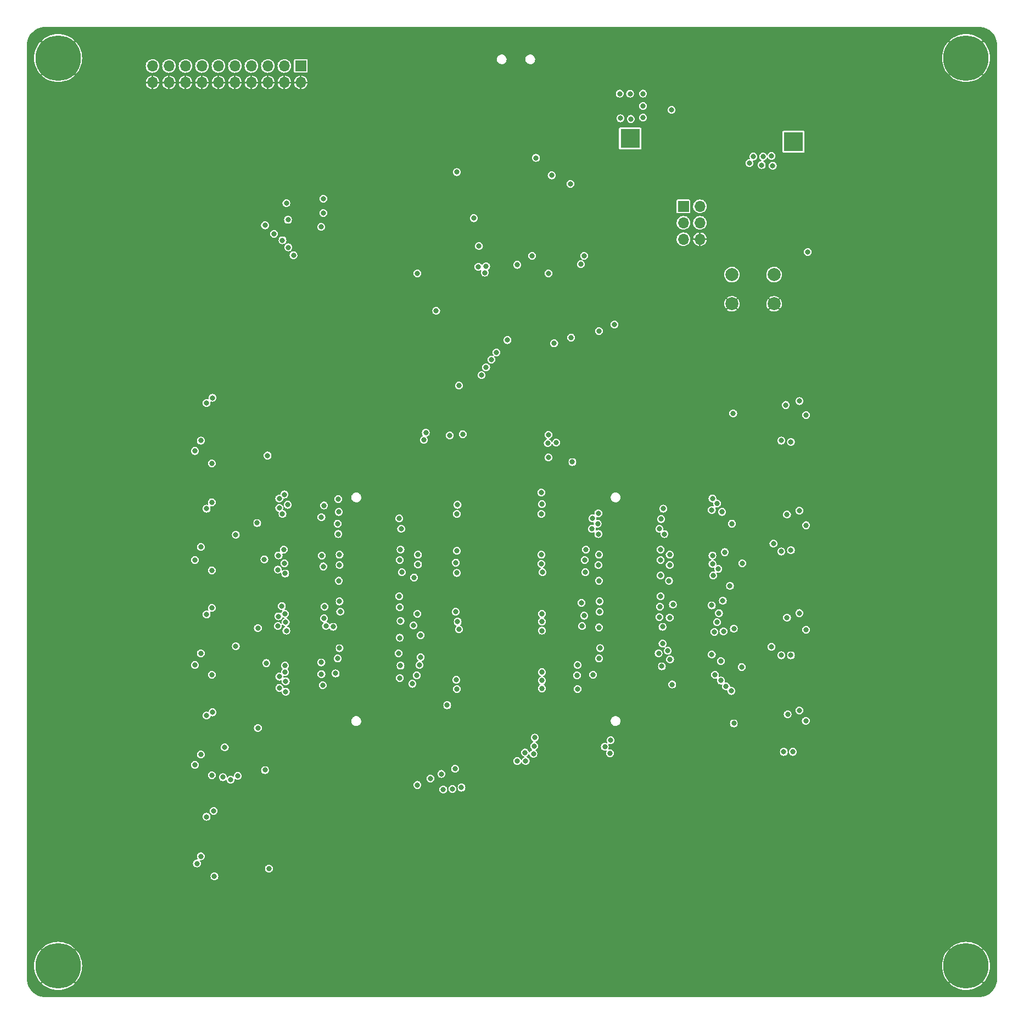
<source format=gbr>
%TF.GenerationSoftware,KiCad,Pcbnew,(6.0.0)*%
%TF.CreationDate,2022-10-06T12:47:50-04:00*%
%TF.ProjectId,ecp5u85-bse-usb_io-tester,65637035-7538-4352-9d62-73652d757362,A*%
%TF.SameCoordinates,Original*%
%TF.FileFunction,Copper,L2,Inr*%
%TF.FilePolarity,Positive*%
%FSLAX46Y46*%
G04 Gerber Fmt 4.6, Leading zero omitted, Abs format (unit mm)*
G04 Created by KiCad (PCBNEW (6.0.0)) date 2022-10-06 12:47:50*
%MOMM*%
%LPD*%
G01*
G04 APERTURE LIST*
%TA.AperFunction,ComponentPad*%
%ADD10C,2.000000*%
%TD*%
%TA.AperFunction,ComponentPad*%
%ADD11R,1.700000X1.700000*%
%TD*%
%TA.AperFunction,ComponentPad*%
%ADD12O,1.700000X1.700000*%
%TD*%
%TA.AperFunction,ComponentPad*%
%ADD13C,7.000000*%
%TD*%
%TA.AperFunction,ComponentPad*%
%ADD14R,3.000000X3.000000*%
%TD*%
%TA.AperFunction,ViaPad*%
%ADD15C,0.800000*%
%TD*%
G04 APERTURE END LIST*
D10*
%TO.N,Net-(R20-Pad1)*%
%TO.C,SW1*%
X273400000Y-101400000D03*
X266900000Y-101400000D03*
%TO.N,GND*%
X273400000Y-105900000D03*
X266900000Y-105900000D03*
%TD*%
D11*
%TO.N,/Test_{0}*%
%TO.C,J5*%
X200425000Y-69225000D03*
D12*
%TO.N,GND*%
X200425000Y-71765000D03*
%TO.N,/Test_{1}*%
X197885000Y-69225000D03*
%TO.N,GND*%
X197885000Y-71765000D03*
%TO.N,/Test_{2}*%
X195345000Y-69225000D03*
%TO.N,GND*%
X195345000Y-71765000D03*
%TO.N,/Test_{3}*%
X192805000Y-69225000D03*
%TO.N,GND*%
X192805000Y-71765000D03*
%TO.N,/Test_{4}*%
X190265000Y-69225000D03*
%TO.N,GND*%
X190265000Y-71765000D03*
%TO.N,/Test_{5}*%
X187725000Y-69225000D03*
%TO.N,GND*%
X187725000Y-71765000D03*
%TO.N,/Test_{6}*%
X185185000Y-69225000D03*
%TO.N,GND*%
X185185000Y-71765000D03*
%TO.N,/Test_{7}*%
X182645000Y-69225000D03*
%TO.N,GND*%
X182645000Y-71765000D03*
%TO.N,/Test_{Power}*%
X180105000Y-69225000D03*
%TO.N,GND*%
X180105000Y-71765000D03*
%TO.N,/TestClock*%
X177565000Y-69225000D03*
%TO.N,GND*%
X177565000Y-71765000D03*
%TD*%
D13*
%TO.N,GND*%
%TO.C,H3*%
X163000000Y-68000000D03*
%TD*%
D11*
%TO.N,/PDI_DATA*%
%TO.C,J4*%
X259425000Y-90875000D03*
D12*
%TO.N,+3V3*%
X261965000Y-90875000D03*
%TO.N,unconnected-(J4-Pad3)*%
X259425000Y-93415000D03*
%TO.N,unconnected-(J4-Pad4)*%
X261965000Y-93415000D03*
%TO.N,/PDI_CLK*%
X259425000Y-95955000D03*
%TO.N,GND*%
X261965000Y-95955000D03*
%TD*%
D13*
%TO.N,GND*%
%TO.C,H1*%
X303000000Y-68000000D03*
%TD*%
%TO.N,GND*%
%TO.C,H4*%
X303000000Y-208000000D03*
%TD*%
D14*
%TO.N,+5V*%
%TO.C,TP1*%
X251200000Y-80400000D03*
%TD*%
D13*
%TO.N,GND*%
%TO.C,H2*%
X163000000Y-208000000D03*
%TD*%
D14*
%TO.N,+3V3*%
%TO.C,TP2*%
X276400000Y-80900000D03*
%TD*%
D15*
%TO.N,GND*%
X237750000Y-90750000D03*
X204200000Y-134300000D03*
X198000000Y-148700000D03*
X273300000Y-165100000D03*
X237000000Y-152300000D03*
X196300000Y-205300000D03*
X221200000Y-84100000D03*
X168500000Y-154100000D03*
X218200000Y-167700000D03*
X258600000Y-140800000D03*
X240400000Y-147700000D03*
X237400000Y-157600000D03*
X166700000Y-79000000D03*
X259200000Y-169500000D03*
X254100000Y-136200000D03*
X260800000Y-147100000D03*
X258300000Y-166300000D03*
X198000000Y-139700000D03*
X236700000Y-161200000D03*
X201400000Y-160400000D03*
X223100000Y-141300000D03*
X277700000Y-106800000D03*
X266900000Y-140900000D03*
X279792637Y-133425028D03*
X240700000Y-152000000D03*
X230200000Y-86700000D03*
X267400000Y-163200000D03*
X258726709Y-124756305D03*
X218500000Y-102800000D03*
X260900000Y-161000000D03*
X202799465Y-123451336D03*
X297000000Y-121500000D03*
X262354212Y-86059054D03*
X221700000Y-81900000D03*
X181547112Y-149084656D03*
X224400000Y-142600000D03*
X227100000Y-94300000D03*
X254000000Y-102300000D03*
X194200000Y-170000000D03*
X264100000Y-134300000D03*
X268100000Y-125000000D03*
X206500000Y-155000000D03*
X220600000Y-70700000D03*
X224200000Y-89400000D03*
X194800000Y-176500000D03*
X228600000Y-105900000D03*
X211759975Y-187759066D03*
X214000000Y-170200000D03*
X230600000Y-121800000D03*
X221500000Y-157600000D03*
X195300000Y-191700000D03*
X209100000Y-174900000D03*
X266100000Y-198000000D03*
X255600000Y-164600000D03*
X200700000Y-157400000D03*
X195600000Y-187500000D03*
X244200000Y-109100000D03*
X248400000Y-91200000D03*
X235500000Y-112500000D03*
X221700000Y-79900000D03*
X221200000Y-139500000D03*
X295600000Y-167900000D03*
X166000000Y-104100000D03*
X195100000Y-128100000D03*
X240700000Y-160800000D03*
X233800000Y-102200000D03*
X267200000Y-157100000D03*
X243200000Y-133900000D03*
X205500000Y-147000000D03*
X181547112Y-163252891D03*
X201261466Y-107092617D03*
X243000000Y-143000000D03*
X211200000Y-82500000D03*
X240200000Y-139600000D03*
X230500000Y-148800000D03*
X269000000Y-93400000D03*
X285600000Y-71200000D03*
X198100000Y-174500000D03*
X213500000Y-135100000D03*
X216100000Y-136900000D03*
X260500000Y-167300000D03*
X280400000Y-147600000D03*
X265100000Y-178500000D03*
X218800000Y-149000000D03*
X241000000Y-158900000D03*
X221500000Y-105700000D03*
X237677822Y-143280604D03*
X267300000Y-146800000D03*
X230900000Y-96100000D03*
X267000000Y-171700000D03*
X197900000Y-176000000D03*
X262900000Y-106500000D03*
X203358737Y-128950848D03*
X244200000Y-107400000D03*
X245600000Y-168600000D03*
X238000000Y-102700000D03*
X292600000Y-86300000D03*
X266600000Y-160800000D03*
X216000000Y-165100000D03*
X263000000Y-151100000D03*
X180600000Y-91600000D03*
X181200000Y-179000000D03*
X260600000Y-158000000D03*
X238900000Y-167800000D03*
X280538334Y-163066467D03*
X241700000Y-79000000D03*
X198100000Y-177400000D03*
X194100000Y-159700000D03*
X201500000Y-151800000D03*
X219700000Y-171200000D03*
X193800000Y-143800000D03*
X200800000Y-166800000D03*
X201300000Y-143000000D03*
X223800000Y-159300000D03*
%TO.N,/D2I2+*%
X215700000Y-163600000D03*
X223000000Y-167800000D03*
%TO.N,/D2I0-*%
X205800000Y-162900000D03*
X198100000Y-165707472D03*
%TO.N,/D2I2-*%
X217600000Y-164500000D03*
X218400000Y-180100000D03*
%TO.N,/D2I1+*%
X203800000Y-164700000D03*
X197115707Y-165117972D03*
%TO.N,/D2I3+*%
X224500000Y-165300000D03*
X215800000Y-161700000D03*
%TO.N,/D2I1-*%
X198100000Y-164100000D03*
X206100000Y-160600000D03*
%TO.N,/D2I3-*%
X218300000Y-163200000D03*
X220400000Y-179100000D03*
%TO.N,/D2IO4+*%
X203600000Y-163000000D03*
X197100000Y-163400000D03*
%TO.N,/D3I1+*%
X215500000Y-159800000D03*
X224400000Y-163900000D03*
%TO.N,/D2IO4-*%
X198000000Y-162700000D03*
X206400000Y-159000000D03*
%TO.N,/D3I1-*%
X218700000Y-161600000D03*
X222100000Y-178400000D03*
%TO.N,/D2IO6+*%
X198000000Y-161700000D03*
X203600000Y-161200000D03*
%TO.N,/D2I4-*%
X215700000Y-157400000D03*
X224200000Y-177600000D03*
X218900000Y-160400000D03*
%TO.N,/D2IO7-*%
X198200000Y-156300000D03*
X205400000Y-155700000D03*
%TO.N,/D3I0-*%
X218900000Y-157000000D03*
X222400000Y-180800000D03*
%TO.N,/D3I4+*%
X196900000Y-155600000D03*
X204300000Y-155600000D03*
%TO.N,/D3I2+*%
X215800000Y-154800000D03*
X224796460Y-156110500D03*
%TO.N,/D3I4-*%
X206500000Y-153400000D03*
X198100000Y-155000000D03*
%TO.N,/D3I2-*%
X223800000Y-180700000D03*
X217799998Y-155500000D03*
%TO.N,/D3I3+*%
X197000000Y-154100000D03*
X204000000Y-154400000D03*
%TO.N,/D3I5+*%
X224605628Y-154931499D03*
X215700000Y-152700000D03*
%TO.N,/D3I3-*%
X198000000Y-153700000D03*
X206400000Y-151800000D03*
%TO.N,/D3I5-*%
X225200000Y-180500000D03*
X218400000Y-153700000D03*
%TO.N,/D3IO0+*%
X197500000Y-152500000D03*
X204100000Y-152600000D03*
%TO.N,/D3I6+*%
X224300000Y-153400000D03*
X215600000Y-151000000D03*
%TO.N,/D3IO4-*%
X206300000Y-148600000D03*
X198021497Y-147489500D03*
%TO.N,/D3IO5-*%
X217900000Y-148100000D03*
X225400000Y-126000000D03*
%TO.N,/D2IO3+*%
X224500000Y-147400000D03*
X216000000Y-147300000D03*
%TO.N,/D2IO0-*%
X197900000Y-145900000D03*
X206400000Y-146200000D03*
%TO.N,/D2IO3-*%
X218500000Y-146100000D03*
X223400000Y-126200000D03*
%TO.N,/D2IO1+*%
X203900000Y-146400000D03*
X196900000Y-146900000D03*
%TO.N,/D2IO5+*%
X224322887Y-145808670D03*
X215700000Y-145400000D03*
%TO.N,/D2IO1-*%
X197800000Y-143800000D03*
X206400000Y-144600000D03*
%TO.N,/D2IO5-*%
X218500000Y-144600000D03*
X219700000Y-125800000D03*
%TO.N,/D2IO2+*%
X203670000Y-144730000D03*
X197000000Y-144700000D03*
%TO.N,/D3IO1+*%
X224500000Y-144000000D03*
X219400000Y-126900000D03*
X215800000Y-143800000D03*
%TO.N,/D2IO8-*%
X197600000Y-138300000D03*
X206200000Y-141400000D03*
%TO.N,/D3IO2+*%
X203600000Y-138800000D03*
X197100000Y-137400000D03*
%TO.N,/D3I7+*%
X215900000Y-140600000D03*
X224500000Y-138300000D03*
%TO.N,/D3IO2-*%
X198400000Y-136900000D03*
X206100000Y-139800000D03*
%TO.N,/D3IO7-*%
X204000000Y-137000000D03*
X197100000Y-135910500D03*
%TO.N,/D3IO7+*%
X224600000Y-136900000D03*
X215600000Y-139000000D03*
%TO.N,/D3IO6+*%
X197900000Y-135300000D03*
X206300000Y-138000000D03*
%TO.N,+3V3*%
X278600000Y-97900000D03*
X232300000Y-111500000D03*
X236700000Y-83400000D03*
X270200000Y-83200000D03*
X273200000Y-84600000D03*
X238600000Y-101200000D03*
X221300000Y-107000000D03*
X218400000Y-101200000D03*
X269600000Y-84200000D03*
X271500000Y-84500000D03*
X227100000Y-92700000D03*
X271700000Y-83200000D03*
X273000000Y-83100000D03*
%TO.N,/D6I1-*%
X237600000Y-165200000D03*
X245500000Y-163100000D03*
%TO.N,/D6IO0-*%
X266800000Y-165600000D03*
X257700000Y-164600000D03*
%TO.N,/D6I2+*%
X243100000Y-165300000D03*
X236500000Y-172800000D03*
%TO.N,/D6IO1+*%
X256100000Y-161800000D03*
X266000000Y-164900000D03*
%TO.N,/D6I2-*%
X237600000Y-164000000D03*
X246400000Y-160600000D03*
%TO.N,/D6IO1-*%
X257366840Y-160733160D03*
X265200000Y-164000000D03*
%TO.N,/D6I5+*%
X243000000Y-163200000D03*
X236400000Y-174100000D03*
%TO.N,/D6IO3+*%
X264300000Y-163100000D03*
X255600000Y-159800000D03*
%TO.N,/D6I5-*%
X237600000Y-162700000D03*
X246600000Y-159000000D03*
%TO.N,/D6IO3-*%
X257000000Y-159400000D03*
X265200000Y-161000000D03*
%TO.N,/D6I3+*%
X243100000Y-161600000D03*
X236300000Y-175300000D03*
%TO.N,/D6IO5+*%
X256200000Y-158300000D03*
X263800000Y-159999998D03*
%TO.N,/D6I0-*%
X246400000Y-155800000D03*
X237600000Y-156300000D03*
%TO.N,/D6IO4-*%
X265600000Y-156400000D03*
X256200000Y-155700000D03*
%TO.N,/S60*%
X235000000Y-175100000D03*
X243800000Y-155600000D03*
%TO.N,/D6IO2+*%
X255700000Y-154200000D03*
X264200000Y-156500000D03*
%TO.N,/S86*%
X246500000Y-153400000D03*
X237600000Y-154900000D03*
%TO.N,/D6IO2-*%
X257300000Y-154300000D03*
X264600000Y-155000000D03*
%TO.N,/S84*%
X244100000Y-154000000D03*
X235100000Y-176400000D03*
%TO.N,/D6IO6+*%
X264900000Y-153600000D03*
X255800000Y-152600000D03*
%TO.N,/S13*%
X237600000Y-153700000D03*
X246500000Y-151800000D03*
%TO.N,/D6IO6-*%
X265500000Y-151700000D03*
X257800000Y-152300000D03*
%TO.N,/S14*%
X243700000Y-152000000D03*
X233800000Y-176400000D03*
%TO.N,/D6IO7+*%
X263800000Y-152400000D03*
X255900000Y-151000000D03*
%TO.N,/S06*%
X237700000Y-147300000D03*
X246400000Y-148600000D03*
%TO.N,/D6I6-*%
X257200000Y-148600000D03*
X266600000Y-149400000D03*
%TO.N,/S00*%
X244300000Y-147300000D03*
X238600000Y-126100000D03*
%TO.N,/D6I7+*%
X255900000Y-147800000D03*
X264000000Y-147800000D03*
%TO.N,/S04*%
X237500000Y-146000000D03*
X246300000Y-146200000D03*
%TO.N,/D6I7-*%
X264800000Y-146800000D03*
X257300000Y-146200000D03*
%TO.N,/S02*%
X238500000Y-127400000D03*
X244200000Y-145400000D03*
%TO.N,/D6I4+*%
X255900000Y-145400000D03*
X263900000Y-146000000D03*
%TO.N,/S01*%
X246400000Y-144600000D03*
X237500000Y-144600000D03*
%TO.N,/D6I4-*%
X257300000Y-144600000D03*
X265800000Y-144200000D03*
%TO.N,/S07*%
X239800000Y-127300000D03*
X244400000Y-143800000D03*
%TO.N,/S12*%
X263900000Y-144700000D03*
X255900000Y-143800000D03*
%TO.N,/S10*%
X246300000Y-141400000D03*
X237500000Y-138300000D03*
%TO.N,/S80*%
X256500000Y-141400000D03*
X265400000Y-138000000D03*
%TO.N,/S81*%
X238600000Y-129600000D03*
X245300000Y-140600000D03*
%TO.N,/S16*%
X255700000Y-140600000D03*
X263800000Y-137700000D03*
%TO.N,/S19*%
X246200000Y-139800000D03*
X237600000Y-136800000D03*
%TO.N,/S110*%
X256000000Y-139100000D03*
X264600000Y-136700000D03*
%TO.N,/S85*%
X242300000Y-130300000D03*
X245400000Y-139000000D03*
%TO.N,/S82*%
X256300000Y-137500000D03*
X263900000Y-135900000D03*
%TO.N,/S15*%
X237500000Y-135000000D03*
X246300000Y-138200000D03*
%TO.N,+5V*%
X275400000Y-138400000D03*
X187100000Y-194200000D03*
X275500000Y-169200000D03*
X251300000Y-77400000D03*
X267200000Y-156000000D03*
X186700000Y-130500000D03*
X194900000Y-177800000D03*
X195100000Y-161300000D03*
X249700000Y-77300000D03*
X257600000Y-76000000D03*
X253200000Y-75400000D03*
X275210500Y-121508039D03*
X186700000Y-163100000D03*
X186700000Y-147000000D03*
X253200000Y-73500000D03*
X195500000Y-193000000D03*
X249600000Y-73500000D03*
X267200000Y-170600000D03*
X186700000Y-178600000D03*
X266900000Y-139800000D03*
X224500000Y-85600000D03*
X267100000Y-122800000D03*
X194800000Y-145300000D03*
X275400000Y-154300000D03*
X253200000Y-77200000D03*
X195300000Y-129300000D03*
X251200000Y-73500000D03*
%TO.N,/J2-2_3.3V*%
X190700000Y-178700000D03*
X248200000Y-173200000D03*
%TO.N,/J2-4_3.3V*%
X247300000Y-174200000D03*
X189600000Y-179300000D03*
%TO.N,/J2-6_3.3V*%
X188400000Y-178900000D03*
X248100000Y-175200000D03*
%TO.N,/A_{0}*%
X186700000Y-136500000D03*
X186700000Y-152800000D03*
X274900000Y-175000000D03*
X274500000Y-144100000D03*
X274500000Y-127000000D03*
X186800000Y-120400000D03*
X187000000Y-184100000D03*
X274500000Y-160100000D03*
X186800000Y-168900000D03*
X228300000Y-116900000D03*
%TO.N,/A_{1}*%
X185900000Y-153800000D03*
X276000000Y-143900000D03*
X185900000Y-169400000D03*
X185900000Y-185000000D03*
X185900000Y-121200000D03*
X229000000Y-115700000D03*
X185900000Y-137500000D03*
X276000000Y-160100000D03*
X276300000Y-175000000D03*
X276000000Y-127200000D03*
%TO.N,/A_{3}*%
X184400000Y-192200000D03*
X278350000Y-123050000D03*
X184100000Y-177000000D03*
X278350000Y-140050000D03*
X278300000Y-170200000D03*
X184100000Y-161600000D03*
X184100000Y-145400000D03*
X184100000Y-128600000D03*
X278350000Y-156150000D03*
X230600000Y-113400000D03*
%TO.N,/A_{2}*%
X229800000Y-114500000D03*
X185000000Y-143400000D03*
X185000000Y-191100000D03*
X185000000Y-127000000D03*
X185000000Y-175400000D03*
X277300000Y-137800000D03*
X277300000Y-153600000D03*
X277300000Y-168600000D03*
X277300000Y-120900000D03*
X185000000Y-159800000D03*
%TO.N,/TestClock*%
X224800000Y-118500000D03*
X206200000Y-136000000D03*
%TO.N,/PDI_DATA*%
X236100000Y-98500000D03*
X244100000Y-98500000D03*
%TO.N,/PDI_CLK*%
X243600000Y-99800000D03*
X233800000Y-99900000D03*
%TO.N,/Test_{0}*%
X248800000Y-109100000D03*
X229000000Y-100100000D03*
%TO.N,/Test_{1}*%
X239500000Y-112000000D03*
X227900000Y-97000000D03*
%TO.N,/Test_{2}*%
X242100000Y-111100000D03*
X273300000Y-142900000D03*
X268500000Y-145900000D03*
X227800000Y-100200000D03*
%TO.N,/Test_{3}*%
X273000000Y-158800000D03*
X268400000Y-161900000D03*
X246400000Y-110100000D03*
X228800000Y-101100000D03*
%TO.N,/Test_{4}*%
X197600000Y-96100000D03*
X190400000Y-158700000D03*
X203900000Y-89700000D03*
X193800000Y-155900000D03*
%TO.N,/Test_{5}*%
X190400000Y-141500000D03*
X193700000Y-139700000D03*
X198500000Y-97200000D03*
X203900000Y-91900000D03*
%TO.N,/Test_{6}*%
X203550000Y-94050000D03*
X199300000Y-98400000D03*
%TO.N,/Test_{7}*%
X198200000Y-90400000D03*
X194900000Y-93800000D03*
%TO.N,/Test_{Power}*%
X196300000Y-95100000D03*
X193800000Y-171300000D03*
X198450000Y-92950000D03*
X188700000Y-174300000D03*
%TO.N,/RTS*%
X242000000Y-87400000D03*
X239100000Y-86100000D03*
%TD*%
%TA.AperFunction,Conductor*%
%TO.N,GND*%
G36*
X304988227Y-63202518D02*
G01*
X304988778Y-63202645D01*
X304988779Y-63202645D01*
X304999642Y-63205143D01*
X305010515Y-63202683D01*
X305020797Y-63202701D01*
X305031781Y-63201785D01*
X305307954Y-63217295D01*
X305318976Y-63218536D01*
X305529395Y-63254288D01*
X305617572Y-63269270D01*
X305628396Y-63271740D01*
X305727938Y-63300417D01*
X305919445Y-63355590D01*
X305929918Y-63359255D01*
X306209739Y-63475160D01*
X306219736Y-63479974D01*
X306470692Y-63618673D01*
X306484821Y-63626482D01*
X306494221Y-63632388D01*
X306741236Y-63807654D01*
X306749916Y-63814576D01*
X306975753Y-64016396D01*
X306983604Y-64024247D01*
X307185424Y-64250084D01*
X307192346Y-64258764D01*
X307367612Y-64505779D01*
X307373518Y-64515179D01*
X307520023Y-64780258D01*
X307524840Y-64790261D01*
X307640745Y-65070082D01*
X307644412Y-65080560D01*
X307728260Y-65371604D01*
X307730730Y-65382428D01*
X307778750Y-65665050D01*
X307781463Y-65681019D01*
X307782705Y-65692046D01*
X307798186Y-65967701D01*
X307797341Y-65977630D01*
X307797375Y-65977630D01*
X307797355Y-65988777D01*
X307794857Y-65999642D01*
X307797317Y-66010514D01*
X307797317Y-66010516D01*
X307797559Y-66011583D01*
X307800000Y-66033432D01*
X307800000Y-209966040D01*
X307797482Y-209988227D01*
X307794857Y-209999642D01*
X307797317Y-210010515D01*
X307797299Y-210020797D01*
X307798215Y-210031781D01*
X307782706Y-210307949D01*
X307781464Y-210318976D01*
X307754584Y-210477178D01*
X307730730Y-210617572D01*
X307728260Y-210628396D01*
X307644412Y-210919440D01*
X307640745Y-210929918D01*
X307524840Y-211209739D01*
X307520023Y-211219742D01*
X307373518Y-211484821D01*
X307367612Y-211494221D01*
X307192346Y-211741236D01*
X307185424Y-211749916D01*
X306983604Y-211975753D01*
X306975753Y-211983604D01*
X306749916Y-212185424D01*
X306741236Y-212192346D01*
X306494221Y-212367612D01*
X306484821Y-212373518D01*
X306219736Y-212520026D01*
X306209739Y-212524840D01*
X305929918Y-212640745D01*
X305919445Y-212644410D01*
X305727938Y-212699583D01*
X305628396Y-212728260D01*
X305617572Y-212730730D01*
X305529395Y-212745712D01*
X305318976Y-212781464D01*
X305307954Y-212782705D01*
X305032297Y-212798186D01*
X305022370Y-212797341D01*
X305022370Y-212797375D01*
X305011223Y-212797355D01*
X305000358Y-212794857D01*
X304989486Y-212797317D01*
X304989484Y-212797317D01*
X304988417Y-212797559D01*
X304966568Y-212800000D01*
X161033960Y-212800000D01*
X161011773Y-212797482D01*
X161011222Y-212797355D01*
X161011221Y-212797355D01*
X161000358Y-212794857D01*
X160989485Y-212797317D01*
X160979203Y-212797299D01*
X160968219Y-212798215D01*
X160692046Y-212782705D01*
X160681024Y-212781464D01*
X160470605Y-212745712D01*
X160382428Y-212730730D01*
X160371604Y-212728260D01*
X160272062Y-212699583D01*
X160080555Y-212644410D01*
X160070082Y-212640745D01*
X159790261Y-212524840D01*
X159780264Y-212520026D01*
X159515179Y-212373518D01*
X159505779Y-212367612D01*
X159258764Y-212192346D01*
X159250084Y-212185424D01*
X159024247Y-211983604D01*
X159016396Y-211975753D01*
X158814576Y-211749916D01*
X158807654Y-211741236D01*
X158632388Y-211494221D01*
X158626482Y-211484821D01*
X158479977Y-211219742D01*
X158475160Y-211209739D01*
X158359255Y-210929918D01*
X158355588Y-210919440D01*
X158293948Y-210705481D01*
X160477125Y-210705481D01*
X160477921Y-210710512D01*
X160518997Y-210751588D01*
X160522822Y-210755032D01*
X160820201Y-210995844D01*
X160824387Y-210998885D01*
X161145283Y-211207278D01*
X161149769Y-211209868D01*
X161490698Y-211383580D01*
X161495435Y-211385688D01*
X161852643Y-211522808D01*
X161857571Y-211524410D01*
X162227162Y-211623441D01*
X162232241Y-211624520D01*
X162610148Y-211684375D01*
X162615310Y-211684917D01*
X162997405Y-211704942D01*
X163002595Y-211704942D01*
X163384690Y-211684917D01*
X163389852Y-211684375D01*
X163767759Y-211624520D01*
X163772838Y-211623441D01*
X164142429Y-211524410D01*
X164147357Y-211522808D01*
X164504565Y-211385688D01*
X164509302Y-211383580D01*
X164850231Y-211209868D01*
X164854717Y-211207278D01*
X165175613Y-210998885D01*
X165179799Y-210995844D01*
X165477178Y-210755032D01*
X165481003Y-210751588D01*
X165516821Y-210715770D01*
X165522063Y-210705481D01*
X300477125Y-210705481D01*
X300477921Y-210710512D01*
X300518997Y-210751588D01*
X300522822Y-210755032D01*
X300820201Y-210995844D01*
X300824387Y-210998885D01*
X301145283Y-211207278D01*
X301149769Y-211209868D01*
X301490698Y-211383580D01*
X301495435Y-211385688D01*
X301852643Y-211522808D01*
X301857571Y-211524410D01*
X302227162Y-211623441D01*
X302232241Y-211624520D01*
X302610148Y-211684375D01*
X302615310Y-211684917D01*
X302997405Y-211704942D01*
X303002595Y-211704942D01*
X303384690Y-211684917D01*
X303389852Y-211684375D01*
X303767759Y-211624520D01*
X303772838Y-211623441D01*
X304142429Y-211524410D01*
X304147357Y-211522808D01*
X304504565Y-211385688D01*
X304509302Y-211383580D01*
X304850231Y-211209868D01*
X304854717Y-211207278D01*
X305175613Y-210998885D01*
X305179799Y-210995844D01*
X305477178Y-210755032D01*
X305481003Y-210751588D01*
X305516821Y-210715770D01*
X305522875Y-210703887D01*
X305522079Y-210698856D01*
X303011086Y-208187863D01*
X302999203Y-208181809D01*
X302994172Y-208182605D01*
X300483179Y-210693598D01*
X300477125Y-210705481D01*
X165522063Y-210705481D01*
X165522875Y-210703887D01*
X165522079Y-210698856D01*
X163011086Y-208187863D01*
X162999203Y-208181809D01*
X162994172Y-208182605D01*
X160483179Y-210693598D01*
X160477125Y-210705481D01*
X158293948Y-210705481D01*
X158271740Y-210628396D01*
X158269270Y-210617572D01*
X158245416Y-210477178D01*
X158218536Y-210318976D01*
X158217294Y-210307949D01*
X158210098Y-210179799D01*
X158201814Y-210032297D01*
X158202659Y-210022370D01*
X158202625Y-210022370D01*
X158202645Y-210011223D01*
X158205143Y-210000358D01*
X158202683Y-209989486D01*
X158202683Y-209989484D01*
X158202441Y-209988417D01*
X158200000Y-209966568D01*
X158200000Y-208002595D01*
X159295058Y-208002595D01*
X159315083Y-208384690D01*
X159315625Y-208389852D01*
X159375480Y-208767759D01*
X159376559Y-208772838D01*
X159475590Y-209142429D01*
X159477192Y-209147357D01*
X159614312Y-209504565D01*
X159616420Y-209509302D01*
X159790132Y-209850231D01*
X159792722Y-209854717D01*
X160001115Y-210175613D01*
X160004156Y-210179799D01*
X160244968Y-210477178D01*
X160248412Y-210481003D01*
X160284230Y-210516821D01*
X160296113Y-210522875D01*
X160301144Y-210522079D01*
X162812137Y-208011086D01*
X162817379Y-208000797D01*
X163181809Y-208000797D01*
X163182605Y-208005828D01*
X165693598Y-210516821D01*
X165705481Y-210522875D01*
X165710512Y-210522079D01*
X165751588Y-210481003D01*
X165755032Y-210477178D01*
X165995844Y-210179799D01*
X165998885Y-210175613D01*
X166207278Y-209854717D01*
X166209868Y-209850231D01*
X166383580Y-209509302D01*
X166385688Y-209504565D01*
X166522808Y-209147357D01*
X166524410Y-209142429D01*
X166623441Y-208772838D01*
X166624520Y-208767759D01*
X166684375Y-208389852D01*
X166684917Y-208384690D01*
X166704942Y-208002595D01*
X299295058Y-208002595D01*
X299315083Y-208384690D01*
X299315625Y-208389852D01*
X299375480Y-208767759D01*
X299376559Y-208772838D01*
X299475590Y-209142429D01*
X299477192Y-209147357D01*
X299614312Y-209504565D01*
X299616420Y-209509302D01*
X299790132Y-209850231D01*
X299792722Y-209854717D01*
X300001115Y-210175613D01*
X300004156Y-210179799D01*
X300244968Y-210477178D01*
X300248412Y-210481003D01*
X300284230Y-210516821D01*
X300296113Y-210522875D01*
X300301144Y-210522079D01*
X302812137Y-208011086D01*
X302817379Y-208000797D01*
X303181809Y-208000797D01*
X303182605Y-208005828D01*
X305693598Y-210516821D01*
X305705481Y-210522875D01*
X305710512Y-210522079D01*
X305751588Y-210481003D01*
X305755032Y-210477178D01*
X305995844Y-210179799D01*
X305998885Y-210175613D01*
X306207278Y-209854717D01*
X306209868Y-209850231D01*
X306383580Y-209509302D01*
X306385688Y-209504565D01*
X306522808Y-209147357D01*
X306524410Y-209142429D01*
X306623441Y-208772838D01*
X306624520Y-208767759D01*
X306684375Y-208389852D01*
X306684917Y-208384690D01*
X306704942Y-208002595D01*
X306704942Y-207997405D01*
X306684917Y-207615310D01*
X306684375Y-207610148D01*
X306624520Y-207232241D01*
X306623441Y-207227162D01*
X306524410Y-206857571D01*
X306522808Y-206852643D01*
X306385688Y-206495435D01*
X306383580Y-206490698D01*
X306209868Y-206149769D01*
X306207278Y-206145283D01*
X305998885Y-205824387D01*
X305995844Y-205820201D01*
X305755032Y-205522822D01*
X305751588Y-205518997D01*
X305715770Y-205483179D01*
X305703887Y-205477125D01*
X305698856Y-205477921D01*
X303187863Y-207988914D01*
X303181809Y-208000797D01*
X302817379Y-208000797D01*
X302818191Y-207999203D01*
X302817395Y-207994172D01*
X300306402Y-205483179D01*
X300294519Y-205477125D01*
X300289488Y-205477921D01*
X300248412Y-205518997D01*
X300244968Y-205522822D01*
X300004156Y-205820201D01*
X300001115Y-205824387D01*
X299792722Y-206145283D01*
X299790132Y-206149769D01*
X299616420Y-206490698D01*
X299614312Y-206495435D01*
X299477192Y-206852643D01*
X299475590Y-206857571D01*
X299376559Y-207227162D01*
X299375480Y-207232241D01*
X299315625Y-207610148D01*
X299315083Y-207615310D01*
X299295058Y-207997405D01*
X299295058Y-208002595D01*
X166704942Y-208002595D01*
X166704942Y-207997405D01*
X166684917Y-207615310D01*
X166684375Y-207610148D01*
X166624520Y-207232241D01*
X166623441Y-207227162D01*
X166524410Y-206857571D01*
X166522808Y-206852643D01*
X166385688Y-206495435D01*
X166383580Y-206490698D01*
X166209868Y-206149769D01*
X166207278Y-206145283D01*
X165998885Y-205824387D01*
X165995844Y-205820201D01*
X165755032Y-205522822D01*
X165751588Y-205518997D01*
X165715770Y-205483179D01*
X165703887Y-205477125D01*
X165698856Y-205477921D01*
X163187863Y-207988914D01*
X163181809Y-208000797D01*
X162817379Y-208000797D01*
X162818191Y-207999203D01*
X162817395Y-207994172D01*
X160306402Y-205483179D01*
X160294519Y-205477125D01*
X160289488Y-205477921D01*
X160248412Y-205518997D01*
X160244968Y-205522822D01*
X160004156Y-205820201D01*
X160001115Y-205824387D01*
X159792722Y-206145283D01*
X159790132Y-206149769D01*
X159616420Y-206490698D01*
X159614312Y-206495435D01*
X159477192Y-206852643D01*
X159475590Y-206857571D01*
X159376559Y-207227162D01*
X159375480Y-207232241D01*
X159315625Y-207610148D01*
X159315083Y-207615310D01*
X159295058Y-207997405D01*
X159295058Y-208002595D01*
X158200000Y-208002595D01*
X158200000Y-205296113D01*
X160477125Y-205296113D01*
X160477921Y-205301144D01*
X162988914Y-207812137D01*
X163000797Y-207818191D01*
X163005828Y-207817395D01*
X165516821Y-205306402D01*
X165522063Y-205296113D01*
X300477125Y-205296113D01*
X300477921Y-205301144D01*
X302988914Y-207812137D01*
X303000797Y-207818191D01*
X303005828Y-207817395D01*
X305516821Y-205306402D01*
X305522875Y-205294519D01*
X305522079Y-205289488D01*
X305481003Y-205248412D01*
X305477178Y-205244968D01*
X305179799Y-205004156D01*
X305175613Y-205001115D01*
X304854717Y-204792722D01*
X304850231Y-204790132D01*
X304509302Y-204616420D01*
X304504565Y-204614312D01*
X304147357Y-204477192D01*
X304142429Y-204475590D01*
X303772838Y-204376559D01*
X303767759Y-204375480D01*
X303389852Y-204315625D01*
X303384690Y-204315083D01*
X303002595Y-204295058D01*
X302997405Y-204295058D01*
X302615310Y-204315083D01*
X302610148Y-204315625D01*
X302232241Y-204375480D01*
X302227162Y-204376559D01*
X301857571Y-204475590D01*
X301852643Y-204477192D01*
X301495435Y-204614312D01*
X301490698Y-204616420D01*
X301149769Y-204790132D01*
X301145283Y-204792722D01*
X300824387Y-205001115D01*
X300820201Y-205004156D01*
X300522822Y-205244968D01*
X300518997Y-205248412D01*
X300483179Y-205284230D01*
X300477125Y-205296113D01*
X165522063Y-205296113D01*
X165522875Y-205294519D01*
X165522079Y-205289488D01*
X165481003Y-205248412D01*
X165477178Y-205244968D01*
X165179799Y-205004156D01*
X165175613Y-205001115D01*
X164854717Y-204792722D01*
X164850231Y-204790132D01*
X164509302Y-204616420D01*
X164504565Y-204614312D01*
X164147357Y-204477192D01*
X164142429Y-204475590D01*
X163772838Y-204376559D01*
X163767759Y-204375480D01*
X163389852Y-204315625D01*
X163384690Y-204315083D01*
X163002595Y-204295058D01*
X162997405Y-204295058D01*
X162615310Y-204315083D01*
X162610148Y-204315625D01*
X162232241Y-204375480D01*
X162227162Y-204376559D01*
X161857571Y-204475590D01*
X161852643Y-204477192D01*
X161495435Y-204614312D01*
X161490698Y-204616420D01*
X161149769Y-204790132D01*
X161145283Y-204792722D01*
X160824387Y-205001115D01*
X160820201Y-205004156D01*
X160522822Y-205244968D01*
X160518997Y-205248412D01*
X160483179Y-205284230D01*
X160477125Y-205296113D01*
X158200000Y-205296113D01*
X158200000Y-194200000D01*
X186494318Y-194200000D01*
X186514956Y-194356762D01*
X186575464Y-194502841D01*
X186671718Y-194628282D01*
X186797159Y-194724536D01*
X186943238Y-194785044D01*
X187100000Y-194805682D01*
X187256762Y-194785044D01*
X187402841Y-194724536D01*
X187528282Y-194628282D01*
X187624536Y-194502841D01*
X187685044Y-194356762D01*
X187705682Y-194200000D01*
X187685044Y-194043238D01*
X187624536Y-193897159D01*
X187528282Y-193771718D01*
X187402841Y-193675464D01*
X187256762Y-193614956D01*
X187100000Y-193594318D01*
X186943238Y-193614956D01*
X186797159Y-193675464D01*
X186671718Y-193771718D01*
X186575464Y-193897159D01*
X186514956Y-194043238D01*
X186494318Y-194200000D01*
X158200000Y-194200000D01*
X158200000Y-193000000D01*
X194894318Y-193000000D01*
X194914956Y-193156762D01*
X194975464Y-193302841D01*
X195071718Y-193428282D01*
X195197159Y-193524536D01*
X195343238Y-193585044D01*
X195500000Y-193605682D01*
X195656762Y-193585044D01*
X195802841Y-193524536D01*
X195928282Y-193428282D01*
X196024536Y-193302841D01*
X196085044Y-193156762D01*
X196105682Y-193000000D01*
X196085044Y-192843238D01*
X196024536Y-192697159D01*
X195928282Y-192571718D01*
X195802841Y-192475464D01*
X195656762Y-192414956D01*
X195500000Y-192394318D01*
X195343238Y-192414956D01*
X195197159Y-192475464D01*
X195071718Y-192571718D01*
X194975464Y-192697159D01*
X194914956Y-192843238D01*
X194894318Y-193000000D01*
X158200000Y-193000000D01*
X158200000Y-192200000D01*
X183794318Y-192200000D01*
X183814956Y-192356762D01*
X183875464Y-192502841D01*
X183971718Y-192628282D01*
X184097159Y-192724536D01*
X184243238Y-192785044D01*
X184400000Y-192805682D01*
X184556762Y-192785044D01*
X184702841Y-192724536D01*
X184828282Y-192628282D01*
X184924536Y-192502841D01*
X184985044Y-192356762D01*
X185005682Y-192200000D01*
X184985044Y-192043238D01*
X184924536Y-191897159D01*
X184898118Y-191862730D01*
X184877694Y-191805054D01*
X184895072Y-191746388D01*
X184943614Y-191709141D01*
X184989586Y-191704311D01*
X184993565Y-191704835D01*
X184993566Y-191704835D01*
X185000000Y-191705682D01*
X185156762Y-191685044D01*
X185302841Y-191624536D01*
X185428282Y-191528282D01*
X185524536Y-191402841D01*
X185585044Y-191256762D01*
X185605682Y-191100000D01*
X185585044Y-190943238D01*
X185524536Y-190797159D01*
X185428282Y-190671718D01*
X185302841Y-190575464D01*
X185156762Y-190514956D01*
X185000000Y-190494318D01*
X184843238Y-190514956D01*
X184697159Y-190575464D01*
X184571718Y-190671718D01*
X184475464Y-190797159D01*
X184414956Y-190943238D01*
X184394318Y-191100000D01*
X184414956Y-191256762D01*
X184475464Y-191402841D01*
X184479415Y-191407990D01*
X184501882Y-191437270D01*
X184522306Y-191494946D01*
X184504928Y-191553612D01*
X184456386Y-191590859D01*
X184410414Y-191595689D01*
X184406435Y-191595165D01*
X184406434Y-191595165D01*
X184400000Y-191594318D01*
X184243238Y-191614956D01*
X184097159Y-191675464D01*
X183971718Y-191771718D01*
X183875464Y-191897159D01*
X183814956Y-192043238D01*
X183794318Y-192200000D01*
X158200000Y-192200000D01*
X158200000Y-185000000D01*
X185294318Y-185000000D01*
X185314956Y-185156762D01*
X185375464Y-185302841D01*
X185471718Y-185428282D01*
X185597159Y-185524536D01*
X185743238Y-185585044D01*
X185900000Y-185605682D01*
X186056762Y-185585044D01*
X186202841Y-185524536D01*
X186328282Y-185428282D01*
X186424536Y-185302841D01*
X186485044Y-185156762D01*
X186505682Y-185000000D01*
X186485044Y-184843238D01*
X186424536Y-184697159D01*
X186328282Y-184571718D01*
X186202841Y-184475464D01*
X186056762Y-184414956D01*
X185900000Y-184394318D01*
X185743238Y-184414956D01*
X185597159Y-184475464D01*
X185471718Y-184571718D01*
X185375464Y-184697159D01*
X185314956Y-184843238D01*
X185294318Y-185000000D01*
X158200000Y-185000000D01*
X158200000Y-184100000D01*
X186394318Y-184100000D01*
X186414956Y-184256762D01*
X186475464Y-184402841D01*
X186571718Y-184528282D01*
X186697159Y-184624536D01*
X186843238Y-184685044D01*
X187000000Y-184705682D01*
X187156762Y-184685044D01*
X187302841Y-184624536D01*
X187428282Y-184528282D01*
X187524536Y-184402841D01*
X187585044Y-184256762D01*
X187605682Y-184100000D01*
X187585044Y-183943238D01*
X187524536Y-183797159D01*
X187428282Y-183671718D01*
X187302841Y-183575464D01*
X187156762Y-183514956D01*
X187000000Y-183494318D01*
X186843238Y-183514956D01*
X186697159Y-183575464D01*
X186571718Y-183671718D01*
X186475464Y-183797159D01*
X186414956Y-183943238D01*
X186394318Y-184100000D01*
X158200000Y-184100000D01*
X158200000Y-180800000D01*
X221794318Y-180800000D01*
X221814956Y-180956762D01*
X221875464Y-181102841D01*
X221971718Y-181228282D01*
X222097159Y-181324536D01*
X222243238Y-181385044D01*
X222400000Y-181405682D01*
X222556762Y-181385044D01*
X222702841Y-181324536D01*
X222828282Y-181228282D01*
X222924536Y-181102841D01*
X222985044Y-180956762D01*
X223005682Y-180800000D01*
X222992517Y-180700000D01*
X223194318Y-180700000D01*
X223214956Y-180856762D01*
X223275464Y-181002841D01*
X223371718Y-181128282D01*
X223497159Y-181224536D01*
X223643238Y-181285044D01*
X223800000Y-181305682D01*
X223956762Y-181285044D01*
X224102841Y-181224536D01*
X224228282Y-181128282D01*
X224324536Y-181002841D01*
X224385044Y-180856762D01*
X224405682Y-180700000D01*
X224385044Y-180543238D01*
X224367134Y-180500000D01*
X224594318Y-180500000D01*
X224614956Y-180656762D01*
X224675464Y-180802841D01*
X224771718Y-180928282D01*
X224897159Y-181024536D01*
X225043238Y-181085044D01*
X225200000Y-181105682D01*
X225356762Y-181085044D01*
X225502841Y-181024536D01*
X225628282Y-180928282D01*
X225724536Y-180802841D01*
X225785044Y-180656762D01*
X225805682Y-180500000D01*
X225785044Y-180343238D01*
X225724536Y-180197159D01*
X225628282Y-180071718D01*
X225502841Y-179975464D01*
X225356762Y-179914956D01*
X225200000Y-179894318D01*
X225043238Y-179914956D01*
X224897159Y-179975464D01*
X224771718Y-180071718D01*
X224675464Y-180197159D01*
X224614956Y-180343238D01*
X224594318Y-180500000D01*
X224367134Y-180500000D01*
X224324536Y-180397159D01*
X224228282Y-180271718D01*
X224102841Y-180175464D01*
X223956762Y-180114956D01*
X223800000Y-180094318D01*
X223643238Y-180114956D01*
X223497159Y-180175464D01*
X223371718Y-180271718D01*
X223275464Y-180397159D01*
X223214956Y-180543238D01*
X223194318Y-180700000D01*
X222992517Y-180700000D01*
X222985044Y-180643238D01*
X222924536Y-180497159D01*
X222828282Y-180371718D01*
X222702841Y-180275464D01*
X222556762Y-180214956D01*
X222400000Y-180194318D01*
X222243238Y-180214956D01*
X222097159Y-180275464D01*
X221971718Y-180371718D01*
X221875464Y-180497159D01*
X221814956Y-180643238D01*
X221794318Y-180800000D01*
X158200000Y-180800000D01*
X158200000Y-180100000D01*
X217794318Y-180100000D01*
X217814956Y-180256762D01*
X217875464Y-180402841D01*
X217971718Y-180528282D01*
X218097159Y-180624536D01*
X218243238Y-180685044D01*
X218400000Y-180705682D01*
X218556762Y-180685044D01*
X218702841Y-180624536D01*
X218828282Y-180528282D01*
X218924536Y-180402841D01*
X218985044Y-180256762D01*
X219005682Y-180100000D01*
X218985044Y-179943238D01*
X218924536Y-179797159D01*
X218828282Y-179671718D01*
X218702841Y-179575464D01*
X218556762Y-179514956D01*
X218400000Y-179494318D01*
X218243238Y-179514956D01*
X218097159Y-179575464D01*
X217971718Y-179671718D01*
X217875464Y-179797159D01*
X217814956Y-179943238D01*
X217794318Y-180100000D01*
X158200000Y-180100000D01*
X158200000Y-178600000D01*
X186094318Y-178600000D01*
X186114956Y-178756762D01*
X186175464Y-178902841D01*
X186271718Y-179028282D01*
X186397159Y-179124536D01*
X186543238Y-179185044D01*
X186700000Y-179205682D01*
X186856762Y-179185044D01*
X187002841Y-179124536D01*
X187128282Y-179028282D01*
X187224536Y-178902841D01*
X187225713Y-178900000D01*
X187794318Y-178900000D01*
X187814956Y-179056762D01*
X187875464Y-179202841D01*
X187971718Y-179328282D01*
X188097159Y-179424536D01*
X188243238Y-179485044D01*
X188400000Y-179505682D01*
X188556762Y-179485044D01*
X188702841Y-179424536D01*
X188828282Y-179328282D01*
X188832236Y-179323129D01*
X188836199Y-179319166D01*
X188890716Y-179291389D01*
X188951148Y-179300960D01*
X188994413Y-179344225D01*
X189004356Y-179376248D01*
X189014956Y-179456762D01*
X189075464Y-179602841D01*
X189171718Y-179728282D01*
X189297159Y-179824536D01*
X189443238Y-179885044D01*
X189600000Y-179905682D01*
X189756762Y-179885044D01*
X189902841Y-179824536D01*
X190028282Y-179728282D01*
X190124536Y-179602841D01*
X190185044Y-179456762D01*
X190205682Y-179300000D01*
X190204311Y-179289586D01*
X190215458Y-179229425D01*
X190259839Y-179187306D01*
X190320500Y-179179317D01*
X190362731Y-179198118D01*
X190397159Y-179224536D01*
X190543238Y-179285044D01*
X190700000Y-179305682D01*
X190856762Y-179285044D01*
X191002841Y-179224536D01*
X191128282Y-179128282D01*
X191149983Y-179100000D01*
X219794318Y-179100000D01*
X219814956Y-179256762D01*
X219875464Y-179402841D01*
X219971718Y-179528282D01*
X220097159Y-179624536D01*
X220243238Y-179685044D01*
X220400000Y-179705682D01*
X220556762Y-179685044D01*
X220702841Y-179624536D01*
X220828282Y-179528282D01*
X220924536Y-179402841D01*
X220985044Y-179256762D01*
X221005682Y-179100000D01*
X220985044Y-178943238D01*
X220924536Y-178797159D01*
X220828282Y-178671718D01*
X220702841Y-178575464D01*
X220556762Y-178514956D01*
X220400000Y-178494318D01*
X220243238Y-178514956D01*
X220097159Y-178575464D01*
X219971718Y-178671718D01*
X219875464Y-178797159D01*
X219814956Y-178943238D01*
X219794318Y-179100000D01*
X191149983Y-179100000D01*
X191224536Y-179002841D01*
X191285044Y-178856762D01*
X191305682Y-178700000D01*
X191285044Y-178543238D01*
X191224536Y-178397159D01*
X191128282Y-178271718D01*
X191002841Y-178175464D01*
X190856762Y-178114956D01*
X190700000Y-178094318D01*
X190543238Y-178114956D01*
X190397159Y-178175464D01*
X190271718Y-178271718D01*
X190175464Y-178397159D01*
X190114956Y-178543238D01*
X190094318Y-178700000D01*
X190095165Y-178706434D01*
X190095165Y-178706435D01*
X190095689Y-178710414D01*
X190084542Y-178770575D01*
X190040161Y-178812694D01*
X189979500Y-178820683D01*
X189937270Y-178801882D01*
X189907990Y-178779415D01*
X189902841Y-178775464D01*
X189756762Y-178714956D01*
X189600000Y-178694318D01*
X189443238Y-178714956D01*
X189297159Y-178775464D01*
X189171718Y-178871718D01*
X189167764Y-178876871D01*
X189163801Y-178880834D01*
X189109284Y-178908611D01*
X189048852Y-178899040D01*
X189005587Y-178855775D01*
X188995644Y-178823752D01*
X188989807Y-178779415D01*
X188985044Y-178743238D01*
X188924536Y-178597159D01*
X188828282Y-178471718D01*
X188702841Y-178375464D01*
X188556762Y-178314956D01*
X188400000Y-178294318D01*
X188243238Y-178314956D01*
X188097159Y-178375464D01*
X187971718Y-178471718D01*
X187875464Y-178597159D01*
X187814956Y-178743238D01*
X187794318Y-178900000D01*
X187225713Y-178900000D01*
X187285044Y-178756762D01*
X187305682Y-178600000D01*
X187285044Y-178443238D01*
X187224536Y-178297159D01*
X187128282Y-178171718D01*
X187002841Y-178075464D01*
X186856762Y-178014956D01*
X186700000Y-177994318D01*
X186543238Y-178014956D01*
X186397159Y-178075464D01*
X186271718Y-178171718D01*
X186175464Y-178297159D01*
X186114956Y-178443238D01*
X186094318Y-178600000D01*
X158200000Y-178600000D01*
X158200000Y-177800000D01*
X194294318Y-177800000D01*
X194314956Y-177956762D01*
X194375464Y-178102841D01*
X194471718Y-178228282D01*
X194597159Y-178324536D01*
X194743238Y-178385044D01*
X194900000Y-178405682D01*
X194943159Y-178400000D01*
X221494318Y-178400000D01*
X221514956Y-178556762D01*
X221575464Y-178702841D01*
X221671718Y-178828282D01*
X221797159Y-178924536D01*
X221943238Y-178985044D01*
X222100000Y-179005682D01*
X222256762Y-178985044D01*
X222402841Y-178924536D01*
X222528282Y-178828282D01*
X222624536Y-178702841D01*
X222685044Y-178556762D01*
X222705682Y-178400000D01*
X222685044Y-178243238D01*
X222624536Y-178097159D01*
X222528282Y-177971718D01*
X222402841Y-177875464D01*
X222256762Y-177814956D01*
X222100000Y-177794318D01*
X221943238Y-177814956D01*
X221797159Y-177875464D01*
X221671718Y-177971718D01*
X221575464Y-178097159D01*
X221514956Y-178243238D01*
X221494318Y-178400000D01*
X194943159Y-178400000D01*
X195056762Y-178385044D01*
X195202841Y-178324536D01*
X195328282Y-178228282D01*
X195424536Y-178102841D01*
X195485044Y-177956762D01*
X195505682Y-177800000D01*
X195485044Y-177643238D01*
X195467134Y-177600000D01*
X223594318Y-177600000D01*
X223614956Y-177756762D01*
X223675464Y-177902841D01*
X223771718Y-178028282D01*
X223897159Y-178124536D01*
X224043238Y-178185044D01*
X224200000Y-178205682D01*
X224356762Y-178185044D01*
X224502841Y-178124536D01*
X224628282Y-178028282D01*
X224724536Y-177902841D01*
X224785044Y-177756762D01*
X224805682Y-177600000D01*
X224785044Y-177443238D01*
X224724536Y-177297159D01*
X224628282Y-177171718D01*
X224502841Y-177075464D01*
X224356762Y-177014956D01*
X224200000Y-176994318D01*
X224043238Y-177014956D01*
X223897159Y-177075464D01*
X223771718Y-177171718D01*
X223675464Y-177297159D01*
X223614956Y-177443238D01*
X223594318Y-177600000D01*
X195467134Y-177600000D01*
X195424536Y-177497159D01*
X195328282Y-177371718D01*
X195202841Y-177275464D01*
X195056762Y-177214956D01*
X194900000Y-177194318D01*
X194743238Y-177214956D01*
X194597159Y-177275464D01*
X194471718Y-177371718D01*
X194375464Y-177497159D01*
X194314956Y-177643238D01*
X194294318Y-177800000D01*
X158200000Y-177800000D01*
X158200000Y-177000000D01*
X183494318Y-177000000D01*
X183514956Y-177156762D01*
X183575464Y-177302841D01*
X183671718Y-177428282D01*
X183797159Y-177524536D01*
X183943238Y-177585044D01*
X184100000Y-177605682D01*
X184256762Y-177585044D01*
X184402841Y-177524536D01*
X184528282Y-177428282D01*
X184624536Y-177302841D01*
X184685044Y-177156762D01*
X184705682Y-177000000D01*
X184685044Y-176843238D01*
X184624536Y-176697159D01*
X184528282Y-176571718D01*
X184402841Y-176475464D01*
X184256762Y-176414956D01*
X184143159Y-176400000D01*
X233194318Y-176400000D01*
X233214956Y-176556762D01*
X233275464Y-176702841D01*
X233371718Y-176828282D01*
X233497159Y-176924536D01*
X233643238Y-176985044D01*
X233800000Y-177005682D01*
X233956762Y-176985044D01*
X234102841Y-176924536D01*
X234228282Y-176828282D01*
X234324536Y-176702841D01*
X234358536Y-176620758D01*
X234398273Y-176574233D01*
X234457768Y-176559949D01*
X234514295Y-176583364D01*
X234541464Y-176620758D01*
X234575464Y-176702841D01*
X234671718Y-176828282D01*
X234797159Y-176924536D01*
X234943238Y-176985044D01*
X235100000Y-177005682D01*
X235256762Y-176985044D01*
X235402841Y-176924536D01*
X235528282Y-176828282D01*
X235624536Y-176702841D01*
X235685044Y-176556762D01*
X235705682Y-176400000D01*
X235685044Y-176243238D01*
X235624536Y-176097159D01*
X235528282Y-175971718D01*
X235402841Y-175875464D01*
X235348303Y-175852874D01*
X235270758Y-175820753D01*
X235224232Y-175781016D01*
X235209949Y-175721521D01*
X235233364Y-175664993D01*
X235270759Y-175637825D01*
X235296844Y-175627021D01*
X235296850Y-175627018D01*
X235302841Y-175624536D01*
X235428282Y-175528282D01*
X235524536Y-175402841D01*
X235527017Y-175396850D01*
X235527815Y-175395469D01*
X235573285Y-175354529D01*
X235634136Y-175348135D01*
X235687123Y-175378729D01*
X235711703Y-175432051D01*
X235714108Y-175450325D01*
X235714109Y-175450329D01*
X235714956Y-175456762D01*
X235775464Y-175602841D01*
X235871718Y-175728282D01*
X235997159Y-175824536D01*
X236143238Y-175885044D01*
X236300000Y-175905682D01*
X236456762Y-175885044D01*
X236602841Y-175824536D01*
X236728282Y-175728282D01*
X236824536Y-175602841D01*
X236885044Y-175456762D01*
X236905682Y-175300000D01*
X236885044Y-175143238D01*
X236824536Y-174997159D01*
X236728282Y-174871718D01*
X236646198Y-174808733D01*
X236611543Y-174758308D01*
X236613145Y-174697144D01*
X236650392Y-174648602D01*
X236668581Y-174638727D01*
X236696844Y-174627020D01*
X236702841Y-174624536D01*
X236828282Y-174528282D01*
X236924536Y-174402841D01*
X236985044Y-174256762D01*
X236992517Y-174200000D01*
X246694318Y-174200000D01*
X246714956Y-174356762D01*
X246775464Y-174502841D01*
X246871718Y-174628282D01*
X246997159Y-174724536D01*
X247143238Y-174785044D01*
X247300000Y-174805682D01*
X247456762Y-174785044D01*
X247456975Y-174786660D01*
X247510118Y-174789444D01*
X247557668Y-174827949D01*
X247573504Y-174887049D01*
X247566104Y-174919754D01*
X247517441Y-175037238D01*
X247514956Y-175043238D01*
X247494318Y-175200000D01*
X247514956Y-175356762D01*
X247575464Y-175502841D01*
X247671718Y-175628282D01*
X247797159Y-175724536D01*
X247914954Y-175773329D01*
X247933514Y-175781016D01*
X247943238Y-175785044D01*
X248100000Y-175805682D01*
X248256762Y-175785044D01*
X248266487Y-175781016D01*
X248285046Y-175773329D01*
X248402841Y-175724536D01*
X248528282Y-175628282D01*
X248624536Y-175502841D01*
X248685044Y-175356762D01*
X248705682Y-175200000D01*
X248685044Y-175043238D01*
X248667134Y-175000000D01*
X274294318Y-175000000D01*
X274314956Y-175156762D01*
X274375464Y-175302841D01*
X274471718Y-175428282D01*
X274597159Y-175524536D01*
X274743238Y-175585044D01*
X274900000Y-175605682D01*
X275056762Y-175585044D01*
X275202841Y-175524536D01*
X275328282Y-175428282D01*
X275424536Y-175302841D01*
X275485044Y-175156762D01*
X275501847Y-175029130D01*
X275513183Y-175005364D01*
X275512997Y-175005187D01*
X275509569Y-174994636D01*
X275686817Y-174994636D01*
X275687003Y-174994813D01*
X275698153Y-175029130D01*
X275714956Y-175156762D01*
X275775464Y-175302841D01*
X275871718Y-175428282D01*
X275997159Y-175524536D01*
X276143238Y-175585044D01*
X276300000Y-175605682D01*
X276456762Y-175585044D01*
X276602841Y-175524536D01*
X276728282Y-175428282D01*
X276824536Y-175302841D01*
X276885044Y-175156762D01*
X276905682Y-175000000D01*
X276904631Y-174992013D01*
X276889472Y-174876871D01*
X276885044Y-174843238D01*
X276824536Y-174697159D01*
X276728282Y-174571718D01*
X276602841Y-174475464D01*
X276456762Y-174414956D01*
X276300000Y-174394318D01*
X276143238Y-174414956D01*
X275997159Y-174475464D01*
X275871718Y-174571718D01*
X275775464Y-174697159D01*
X275714956Y-174843238D01*
X275710528Y-174876871D01*
X275698153Y-174970870D01*
X275686817Y-174994636D01*
X275509569Y-174994636D01*
X275501847Y-174970870D01*
X275489472Y-174876871D01*
X275485044Y-174843238D01*
X275424536Y-174697159D01*
X275328282Y-174571718D01*
X275202841Y-174475464D01*
X275056762Y-174414956D01*
X274900000Y-174394318D01*
X274743238Y-174414956D01*
X274597159Y-174475464D01*
X274471718Y-174571718D01*
X274375464Y-174697159D01*
X274314956Y-174843238D01*
X274310528Y-174876871D01*
X274295370Y-174992013D01*
X274294318Y-175000000D01*
X248667134Y-175000000D01*
X248624536Y-174897159D01*
X248528282Y-174771718D01*
X248402841Y-174675464D01*
X248256762Y-174614956D01*
X248100000Y-174594318D01*
X247943238Y-174614956D01*
X247943025Y-174613340D01*
X247889882Y-174610556D01*
X247842332Y-174572051D01*
X247826496Y-174512951D01*
X247833896Y-174480246D01*
X247882559Y-174362762D01*
X247882560Y-174362759D01*
X247885044Y-174356762D01*
X247905682Y-174200000D01*
X247885044Y-174043238D01*
X247824536Y-173897159D01*
X247820585Y-173892010D01*
X247817342Y-173886393D01*
X247818768Y-173885570D01*
X247801022Y-173835456D01*
X247818400Y-173776790D01*
X247866941Y-173739543D01*
X247928106Y-173737942D01*
X247937874Y-173741401D01*
X248029648Y-173779415D01*
X248043238Y-173785044D01*
X248200000Y-173805682D01*
X248356762Y-173785044D01*
X248502841Y-173724536D01*
X248628282Y-173628282D01*
X248724536Y-173502841D01*
X248785044Y-173356762D01*
X248805682Y-173200000D01*
X248785044Y-173043238D01*
X248724536Y-172897159D01*
X248628282Y-172771718D01*
X248502841Y-172675464D01*
X248356762Y-172614956D01*
X248200000Y-172594318D01*
X248043238Y-172614956D01*
X247897159Y-172675464D01*
X247771718Y-172771718D01*
X247675464Y-172897159D01*
X247614956Y-173043238D01*
X247594318Y-173200000D01*
X247614956Y-173356762D01*
X247675464Y-173502841D01*
X247679415Y-173507990D01*
X247682658Y-173513607D01*
X247681232Y-173514430D01*
X247698978Y-173564544D01*
X247681600Y-173623210D01*
X247633059Y-173660457D01*
X247571894Y-173662058D01*
X247562126Y-173658599D01*
X247462759Y-173617440D01*
X247456762Y-173614956D01*
X247300000Y-173594318D01*
X247143238Y-173614956D01*
X246997159Y-173675464D01*
X246871718Y-173771718D01*
X246775464Y-173897159D01*
X246714956Y-174043238D01*
X246694318Y-174200000D01*
X236992517Y-174200000D01*
X237005682Y-174100000D01*
X236985044Y-173943238D01*
X236924536Y-173797159D01*
X236828282Y-173671718D01*
X236702841Y-173575464D01*
X236696847Y-173572981D01*
X236696844Y-173572979D01*
X236670759Y-173562175D01*
X236624233Y-173522439D01*
X236609949Y-173462944D01*
X236633363Y-173406416D01*
X236670758Y-173379247D01*
X236748303Y-173347126D01*
X236802841Y-173324536D01*
X236928282Y-173228282D01*
X237024536Y-173102841D01*
X237085044Y-172956762D01*
X237105682Y-172800000D01*
X237085044Y-172643238D01*
X237024536Y-172497159D01*
X236928282Y-172371718D01*
X236802841Y-172275464D01*
X236656762Y-172214956D01*
X236500000Y-172194318D01*
X236343238Y-172214956D01*
X236197159Y-172275464D01*
X236071718Y-172371718D01*
X235975464Y-172497159D01*
X235914956Y-172643238D01*
X235894318Y-172800000D01*
X235914956Y-172956762D01*
X235975464Y-173102841D01*
X236071718Y-173228282D01*
X236197159Y-173324536D01*
X236203150Y-173327018D01*
X236203156Y-173327021D01*
X236229241Y-173337825D01*
X236275767Y-173377561D01*
X236290051Y-173437056D01*
X236266637Y-173493584D01*
X236229242Y-173520753D01*
X236225172Y-173522439D01*
X236097159Y-173575464D01*
X235971718Y-173671718D01*
X235875464Y-173797159D01*
X235814956Y-173943238D01*
X235794318Y-174100000D01*
X235814956Y-174256762D01*
X235875464Y-174402841D01*
X235971718Y-174528282D01*
X236028325Y-174571718D01*
X236053802Y-174591267D01*
X236088457Y-174641692D01*
X236086855Y-174702856D01*
X236049608Y-174751398D01*
X236031419Y-174761273D01*
X235997159Y-174775464D01*
X235871718Y-174871718D01*
X235775464Y-174997159D01*
X235772983Y-175003150D01*
X235772185Y-175004531D01*
X235726715Y-175045471D01*
X235665864Y-175051865D01*
X235612877Y-175021271D01*
X235588297Y-174967949D01*
X235585892Y-174949675D01*
X235585891Y-174949671D01*
X235585044Y-174943238D01*
X235524536Y-174797159D01*
X235428282Y-174671718D01*
X235302841Y-174575464D01*
X235156762Y-174514956D01*
X235000000Y-174494318D01*
X234843238Y-174514956D01*
X234697159Y-174575464D01*
X234571718Y-174671718D01*
X234475464Y-174797159D01*
X234414956Y-174943238D01*
X234394318Y-175100000D01*
X234414956Y-175256762D01*
X234475464Y-175402841D01*
X234571718Y-175528282D01*
X234697159Y-175624536D01*
X234751697Y-175647126D01*
X234829242Y-175679247D01*
X234875768Y-175718984D01*
X234890051Y-175778479D01*
X234866636Y-175835007D01*
X234829241Y-175862175D01*
X234803156Y-175872979D01*
X234803153Y-175872981D01*
X234797159Y-175875464D01*
X234671718Y-175971718D01*
X234575464Y-176097159D01*
X234572981Y-176103154D01*
X234541464Y-176179242D01*
X234501727Y-176225767D01*
X234442232Y-176240051D01*
X234385705Y-176216636D01*
X234358536Y-176179242D01*
X234327019Y-176103154D01*
X234324536Y-176097159D01*
X234228282Y-175971718D01*
X234102841Y-175875464D01*
X233956762Y-175814956D01*
X233800000Y-175794318D01*
X233643238Y-175814956D01*
X233497159Y-175875464D01*
X233371718Y-175971718D01*
X233275464Y-176097159D01*
X233214956Y-176243238D01*
X233194318Y-176400000D01*
X184143159Y-176400000D01*
X184100000Y-176394318D01*
X183943238Y-176414956D01*
X183797159Y-176475464D01*
X183671718Y-176571718D01*
X183575464Y-176697159D01*
X183514956Y-176843238D01*
X183494318Y-177000000D01*
X158200000Y-177000000D01*
X158200000Y-175400000D01*
X184394318Y-175400000D01*
X184395165Y-175406434D01*
X184395370Y-175407990D01*
X184414956Y-175556762D01*
X184475464Y-175702841D01*
X184571718Y-175828282D01*
X184697159Y-175924536D01*
X184843238Y-175985044D01*
X185000000Y-176005682D01*
X185156762Y-175985044D01*
X185302841Y-175924536D01*
X185428282Y-175828282D01*
X185524536Y-175702841D01*
X185585044Y-175556762D01*
X185604630Y-175407990D01*
X185604835Y-175406434D01*
X185605682Y-175400000D01*
X185585044Y-175243238D01*
X185524536Y-175097159D01*
X185428282Y-174971718D01*
X185302841Y-174875464D01*
X185156762Y-174814956D01*
X185000000Y-174794318D01*
X184843238Y-174814956D01*
X184697159Y-174875464D01*
X184571718Y-174971718D01*
X184475464Y-175097159D01*
X184414956Y-175243238D01*
X184394318Y-175400000D01*
X158200000Y-175400000D01*
X158200000Y-174300000D01*
X188094318Y-174300000D01*
X188114956Y-174456762D01*
X188175464Y-174602841D01*
X188271718Y-174728282D01*
X188397159Y-174824536D01*
X188543238Y-174885044D01*
X188700000Y-174905682D01*
X188856762Y-174885044D01*
X189002841Y-174824536D01*
X189128282Y-174728282D01*
X189224536Y-174602841D01*
X189285044Y-174456762D01*
X189305682Y-174300000D01*
X189285044Y-174143238D01*
X189224536Y-173997159D01*
X189128282Y-173871718D01*
X189002841Y-173775464D01*
X188856762Y-173714956D01*
X188700000Y-173694318D01*
X188543238Y-173714956D01*
X188397159Y-173775464D01*
X188271718Y-173871718D01*
X188175464Y-173997159D01*
X188114956Y-174143238D01*
X188094318Y-174300000D01*
X158200000Y-174300000D01*
X158200000Y-171300000D01*
X193194318Y-171300000D01*
X193214956Y-171456762D01*
X193275464Y-171602841D01*
X193371718Y-171728282D01*
X193497159Y-171824536D01*
X193643238Y-171885044D01*
X193800000Y-171905682D01*
X193956762Y-171885044D01*
X194102841Y-171824536D01*
X194228282Y-171728282D01*
X194324536Y-171602841D01*
X194385044Y-171456762D01*
X194405682Y-171300000D01*
X194385044Y-171143238D01*
X194324536Y-170997159D01*
X194228282Y-170871718D01*
X194102841Y-170775464D01*
X193956762Y-170714956D01*
X193825569Y-170697684D01*
X193806434Y-170695165D01*
X193800000Y-170694318D01*
X193793566Y-170695165D01*
X193774431Y-170697684D01*
X193643238Y-170714956D01*
X193497159Y-170775464D01*
X193371718Y-170871718D01*
X193275464Y-170997159D01*
X193214956Y-171143238D01*
X193194318Y-171300000D01*
X158200000Y-171300000D01*
X158200000Y-170279298D01*
X208205453Y-170279298D01*
X208235406Y-170453614D01*
X208304657Y-170616364D01*
X208308064Y-170620993D01*
X208403243Y-170750326D01*
X208409492Y-170758818D01*
X208413874Y-170762540D01*
X208413876Y-170762543D01*
X208489757Y-170827008D01*
X208544285Y-170873333D01*
X208612156Y-170907990D01*
X208696684Y-170951153D01*
X208696687Y-170951154D01*
X208701808Y-170953769D01*
X208707393Y-170955136D01*
X208707394Y-170955136D01*
X208869330Y-170994761D01*
X208869333Y-170994761D01*
X208873610Y-170995808D01*
X208878008Y-170996081D01*
X208878009Y-170996081D01*
X208883248Y-170996406D01*
X208883250Y-170996406D01*
X208884764Y-170996500D01*
X209012293Y-170996500D01*
X209143681Y-170981182D01*
X209149087Y-170979220D01*
X209149090Y-170979219D01*
X209304529Y-170922796D01*
X209309937Y-170920833D01*
X209314747Y-170917680D01*
X209314750Y-170917678D01*
X209453044Y-170827008D01*
X209457852Y-170823856D01*
X209579490Y-170695453D01*
X209616210Y-170632236D01*
X209665437Y-170547484D01*
X209665437Y-170547483D01*
X209668326Y-170542510D01*
X209719595Y-170373233D01*
X209725423Y-170279298D01*
X248205453Y-170279298D01*
X248235406Y-170453614D01*
X248304657Y-170616364D01*
X248308064Y-170620993D01*
X248403243Y-170750326D01*
X248409492Y-170758818D01*
X248413874Y-170762540D01*
X248413876Y-170762543D01*
X248489757Y-170827008D01*
X248544285Y-170873333D01*
X248612156Y-170907990D01*
X248696684Y-170951153D01*
X248696687Y-170951154D01*
X248701808Y-170953769D01*
X248707393Y-170955136D01*
X248707394Y-170955136D01*
X248869330Y-170994761D01*
X248869333Y-170994761D01*
X248873610Y-170995808D01*
X248878008Y-170996081D01*
X248878009Y-170996081D01*
X248883248Y-170996406D01*
X248883250Y-170996406D01*
X248884764Y-170996500D01*
X249012293Y-170996500D01*
X249143681Y-170981182D01*
X249149087Y-170979220D01*
X249149090Y-170979219D01*
X249304529Y-170922796D01*
X249309937Y-170920833D01*
X249314747Y-170917680D01*
X249314750Y-170917678D01*
X249453044Y-170827008D01*
X249457852Y-170823856D01*
X249579490Y-170695453D01*
X249616210Y-170632236D01*
X249634934Y-170600000D01*
X266594318Y-170600000D01*
X266614956Y-170756762D01*
X266675464Y-170902841D01*
X266771718Y-171028282D01*
X266897159Y-171124536D01*
X267043238Y-171185044D01*
X267200000Y-171205682D01*
X267356762Y-171185044D01*
X267502841Y-171124536D01*
X267628282Y-171028282D01*
X267724536Y-170902841D01*
X267785044Y-170756762D01*
X267805682Y-170600000D01*
X267785044Y-170443238D01*
X267724536Y-170297159D01*
X267649983Y-170200000D01*
X277694318Y-170200000D01*
X277714956Y-170356762D01*
X277717440Y-170362759D01*
X277724059Y-170378738D01*
X277775464Y-170502841D01*
X277871718Y-170628282D01*
X277997159Y-170724536D01*
X278143238Y-170785044D01*
X278300000Y-170805682D01*
X278456762Y-170785044D01*
X278602841Y-170724536D01*
X278728282Y-170628282D01*
X278824536Y-170502841D01*
X278875941Y-170378738D01*
X278882560Y-170362759D01*
X278885044Y-170356762D01*
X278905682Y-170200000D01*
X278885044Y-170043238D01*
X278824536Y-169897159D01*
X278728282Y-169771718D01*
X278602841Y-169675464D01*
X278456762Y-169614956D01*
X278300000Y-169594318D01*
X278143238Y-169614956D01*
X277997159Y-169675464D01*
X277871718Y-169771718D01*
X277775464Y-169897159D01*
X277714956Y-170043238D01*
X277694318Y-170200000D01*
X267649983Y-170200000D01*
X267628282Y-170171718D01*
X267502841Y-170075464D01*
X267356762Y-170014956D01*
X267200000Y-169994318D01*
X267043238Y-170014956D01*
X266897159Y-170075464D01*
X266771718Y-170171718D01*
X266675464Y-170297159D01*
X266614956Y-170443238D01*
X266594318Y-170600000D01*
X249634934Y-170600000D01*
X249665437Y-170547484D01*
X249665437Y-170547483D01*
X249668326Y-170542510D01*
X249719595Y-170373233D01*
X249730547Y-170196702D01*
X249700594Y-170022386D01*
X249698341Y-170017091D01*
X249633594Y-169864926D01*
X249633594Y-169864925D01*
X249631343Y-169859636D01*
X249526508Y-169717182D01*
X249522126Y-169713460D01*
X249522124Y-169713457D01*
X249396101Y-169606393D01*
X249396100Y-169606392D01*
X249391715Y-169602667D01*
X249298693Y-169555167D01*
X249239316Y-169524847D01*
X249239313Y-169524846D01*
X249234192Y-169522231D01*
X249228607Y-169520864D01*
X249228606Y-169520864D01*
X249066670Y-169481239D01*
X249066667Y-169481239D01*
X249062390Y-169480192D01*
X249057992Y-169479919D01*
X249057991Y-169479919D01*
X249052752Y-169479594D01*
X249052750Y-169479594D01*
X249051236Y-169479500D01*
X248923707Y-169479500D01*
X248792319Y-169494818D01*
X248786913Y-169496780D01*
X248786910Y-169496781D01*
X248656659Y-169544061D01*
X248626063Y-169555167D01*
X248621253Y-169558320D01*
X248621250Y-169558322D01*
X248557605Y-169600050D01*
X248478148Y-169652144D01*
X248356510Y-169780547D01*
X248353623Y-169785517D01*
X248353621Y-169785520D01*
X248285294Y-169903154D01*
X248267674Y-169933490D01*
X248246066Y-170004835D01*
X248223478Y-170079415D01*
X248216405Y-170102767D01*
X248205453Y-170279298D01*
X209725423Y-170279298D01*
X209730547Y-170196702D01*
X209700594Y-170022386D01*
X209698341Y-170017091D01*
X209633594Y-169864926D01*
X209633594Y-169864925D01*
X209631343Y-169859636D01*
X209526508Y-169717182D01*
X209522126Y-169713460D01*
X209522124Y-169713457D01*
X209396101Y-169606393D01*
X209396100Y-169606392D01*
X209391715Y-169602667D01*
X209298693Y-169555167D01*
X209239316Y-169524847D01*
X209239313Y-169524846D01*
X209234192Y-169522231D01*
X209228607Y-169520864D01*
X209228606Y-169520864D01*
X209066670Y-169481239D01*
X209066667Y-169481239D01*
X209062390Y-169480192D01*
X209057992Y-169479919D01*
X209057991Y-169479919D01*
X209052752Y-169479594D01*
X209052750Y-169479594D01*
X209051236Y-169479500D01*
X208923707Y-169479500D01*
X208792319Y-169494818D01*
X208786913Y-169496780D01*
X208786910Y-169496781D01*
X208656659Y-169544061D01*
X208626063Y-169555167D01*
X208621253Y-169558320D01*
X208621250Y-169558322D01*
X208557605Y-169600050D01*
X208478148Y-169652144D01*
X208356510Y-169780547D01*
X208353623Y-169785517D01*
X208353621Y-169785520D01*
X208285294Y-169903154D01*
X208267674Y-169933490D01*
X208246066Y-170004835D01*
X208223478Y-170079415D01*
X208216405Y-170102767D01*
X208205453Y-170279298D01*
X158200000Y-170279298D01*
X158200000Y-169400000D01*
X185294318Y-169400000D01*
X185314956Y-169556762D01*
X185375464Y-169702841D01*
X185471718Y-169828282D01*
X185597159Y-169924536D01*
X185743238Y-169985044D01*
X185900000Y-170005682D01*
X186056762Y-169985044D01*
X186202841Y-169924536D01*
X186328282Y-169828282D01*
X186424536Y-169702841D01*
X186485044Y-169556762D01*
X186485891Y-169550326D01*
X186487570Y-169544061D01*
X186490017Y-169544717D01*
X186511687Y-169499297D01*
X186565462Y-169470109D01*
X186621376Y-169475989D01*
X186637238Y-169482559D01*
X186637240Y-169482560D01*
X186643238Y-169485044D01*
X186800000Y-169505682D01*
X186956762Y-169485044D01*
X186969920Y-169479594D01*
X186992818Y-169470109D01*
X187102841Y-169424536D01*
X187228282Y-169328282D01*
X187324536Y-169202841D01*
X187325713Y-169200000D01*
X274894318Y-169200000D01*
X274914956Y-169356762D01*
X274975464Y-169502841D01*
X275071718Y-169628282D01*
X275197159Y-169724536D01*
X275343238Y-169785044D01*
X275500000Y-169805682D01*
X275656762Y-169785044D01*
X275802841Y-169724536D01*
X275928282Y-169628282D01*
X276024536Y-169502841D01*
X276085044Y-169356762D01*
X276105682Y-169200000D01*
X276085044Y-169043238D01*
X276024536Y-168897159D01*
X275928282Y-168771718D01*
X275802841Y-168675464D01*
X275656762Y-168614956D01*
X275543159Y-168600000D01*
X276694318Y-168600000D01*
X276714956Y-168756762D01*
X276775464Y-168902841D01*
X276871718Y-169028282D01*
X276997159Y-169124536D01*
X277143238Y-169185044D01*
X277300000Y-169205682D01*
X277456762Y-169185044D01*
X277602841Y-169124536D01*
X277728282Y-169028282D01*
X277824536Y-168902841D01*
X277885044Y-168756762D01*
X277905682Y-168600000D01*
X277885044Y-168443238D01*
X277824536Y-168297159D01*
X277728282Y-168171718D01*
X277602841Y-168075464D01*
X277456762Y-168014956D01*
X277300000Y-167994318D01*
X277143238Y-168014956D01*
X276997159Y-168075464D01*
X276871718Y-168171718D01*
X276775464Y-168297159D01*
X276714956Y-168443238D01*
X276694318Y-168600000D01*
X275543159Y-168600000D01*
X275500000Y-168594318D01*
X275343238Y-168614956D01*
X275197159Y-168675464D01*
X275071718Y-168771718D01*
X274975464Y-168897159D01*
X274914956Y-169043238D01*
X274894318Y-169200000D01*
X187325713Y-169200000D01*
X187385044Y-169056762D01*
X187405682Y-168900000D01*
X187385044Y-168743238D01*
X187324536Y-168597159D01*
X187228282Y-168471718D01*
X187102841Y-168375464D01*
X186956762Y-168314956D01*
X186800000Y-168294318D01*
X186643238Y-168314956D01*
X186497159Y-168375464D01*
X186371718Y-168471718D01*
X186275464Y-168597159D01*
X186214956Y-168743238D01*
X186214109Y-168749674D01*
X186212430Y-168755939D01*
X186209983Y-168755283D01*
X186188313Y-168800703D01*
X186134538Y-168829891D01*
X186078624Y-168824011D01*
X186062762Y-168817441D01*
X186062760Y-168817440D01*
X186056762Y-168814956D01*
X185900000Y-168794318D01*
X185743238Y-168814956D01*
X185597159Y-168875464D01*
X185471718Y-168971718D01*
X185375464Y-169097159D01*
X185314956Y-169243238D01*
X185294318Y-169400000D01*
X158200000Y-169400000D01*
X158200000Y-167800000D01*
X222394318Y-167800000D01*
X222414956Y-167956762D01*
X222475464Y-168102841D01*
X222571718Y-168228282D01*
X222697159Y-168324536D01*
X222843238Y-168385044D01*
X223000000Y-168405682D01*
X223156762Y-168385044D01*
X223302841Y-168324536D01*
X223428282Y-168228282D01*
X223524536Y-168102841D01*
X223585044Y-167956762D01*
X223605682Y-167800000D01*
X223585044Y-167643238D01*
X223524536Y-167497159D01*
X223428282Y-167371718D01*
X223302841Y-167275464D01*
X223156762Y-167214956D01*
X223000000Y-167194318D01*
X222843238Y-167214956D01*
X222697159Y-167275464D01*
X222571718Y-167371718D01*
X222475464Y-167497159D01*
X222414956Y-167643238D01*
X222394318Y-167800000D01*
X158200000Y-167800000D01*
X158200000Y-165117972D01*
X196510025Y-165117972D01*
X196530663Y-165274734D01*
X196591171Y-165420813D01*
X196687425Y-165546254D01*
X196812866Y-165642508D01*
X196958945Y-165703016D01*
X197090138Y-165720288D01*
X197092396Y-165720585D01*
X197115707Y-165723654D01*
X197139019Y-165720585D01*
X197141276Y-165720288D01*
X197272469Y-165703016D01*
X197363091Y-165665479D01*
X197424088Y-165660678D01*
X197476257Y-165692648D01*
X197499130Y-165744020D01*
X197514956Y-165864234D01*
X197575464Y-166010313D01*
X197671718Y-166135754D01*
X197797159Y-166232008D01*
X197943238Y-166292516D01*
X198100000Y-166313154D01*
X198256762Y-166292516D01*
X198402841Y-166232008D01*
X198528282Y-166135754D01*
X198624536Y-166010313D01*
X198685044Y-165864234D01*
X198703109Y-165727019D01*
X198704835Y-165713906D01*
X198705682Y-165707472D01*
X198685044Y-165550710D01*
X198624536Y-165404631D01*
X198528282Y-165279190D01*
X198402841Y-165182936D01*
X198256762Y-165122428D01*
X198100000Y-165101790D01*
X197943238Y-165122428D01*
X197877461Y-165149674D01*
X197852616Y-165159965D01*
X197791619Y-165164766D01*
X197739450Y-165132796D01*
X197716577Y-165081423D01*
X197716313Y-165079415D01*
X197700751Y-164961210D01*
X197640243Y-164815131D01*
X197543989Y-164689690D01*
X197418548Y-164593436D01*
X197297360Y-164543238D01*
X197278466Y-164535412D01*
X197272469Y-164532928D01*
X197115707Y-164512290D01*
X196958945Y-164532928D01*
X196952948Y-164535412D01*
X196934054Y-164543238D01*
X196812866Y-164593436D01*
X196687425Y-164689690D01*
X196591171Y-164815131D01*
X196530663Y-164961210D01*
X196520548Y-165038040D01*
X196511755Y-165104835D01*
X196510025Y-165117972D01*
X158200000Y-165117972D01*
X158200000Y-163100000D01*
X186094318Y-163100000D01*
X186114956Y-163256762D01*
X186175464Y-163402841D01*
X186271718Y-163528282D01*
X186397159Y-163624536D01*
X186543238Y-163685044D01*
X186700000Y-163705682D01*
X186856762Y-163685044D01*
X187002841Y-163624536D01*
X187128282Y-163528282D01*
X187224536Y-163402841D01*
X187225713Y-163400000D01*
X196494318Y-163400000D01*
X196514956Y-163556762D01*
X196575464Y-163702841D01*
X196671718Y-163828282D01*
X196797159Y-163924536D01*
X196943238Y-163985044D01*
X197100000Y-164005682D01*
X197256762Y-163985044D01*
X197365607Y-163939959D01*
X197426603Y-163935158D01*
X197478772Y-163967127D01*
X197502187Y-164023655D01*
X197501645Y-164044345D01*
X197494318Y-164100000D01*
X197514956Y-164256762D01*
X197575464Y-164402841D01*
X197671718Y-164528282D01*
X197797159Y-164624536D01*
X197943238Y-164685044D01*
X198100000Y-164705682D01*
X198143159Y-164700000D01*
X203194318Y-164700000D01*
X203214956Y-164856762D01*
X203275464Y-165002841D01*
X203371718Y-165128282D01*
X203497159Y-165224536D01*
X203570488Y-165254910D01*
X203632826Y-165280731D01*
X203643238Y-165285044D01*
X203800000Y-165305682D01*
X203843159Y-165300000D01*
X223894318Y-165300000D01*
X223914956Y-165456762D01*
X223975464Y-165602841D01*
X224071718Y-165728282D01*
X224197159Y-165824536D01*
X224343238Y-165885044D01*
X224500000Y-165905682D01*
X224656762Y-165885044D01*
X224802841Y-165824536D01*
X224928282Y-165728282D01*
X225024536Y-165602841D01*
X225085044Y-165456762D01*
X225105682Y-165300000D01*
X225092517Y-165200000D01*
X236994318Y-165200000D01*
X237014956Y-165356762D01*
X237075464Y-165502841D01*
X237171718Y-165628282D01*
X237297159Y-165724536D01*
X237443238Y-165785044D01*
X237600000Y-165805682D01*
X237756762Y-165785044D01*
X237902841Y-165724536D01*
X238028282Y-165628282D01*
X238124536Y-165502841D01*
X238185044Y-165356762D01*
X238192517Y-165300000D01*
X242494318Y-165300000D01*
X242514956Y-165456762D01*
X242575464Y-165602841D01*
X242671718Y-165728282D01*
X242797159Y-165824536D01*
X242943238Y-165885044D01*
X243100000Y-165905682D01*
X243256762Y-165885044D01*
X243402841Y-165824536D01*
X243528282Y-165728282D01*
X243624536Y-165602841D01*
X243685044Y-165456762D01*
X243705682Y-165300000D01*
X243685044Y-165143238D01*
X243624536Y-164997159D01*
X243528282Y-164871718D01*
X243402841Y-164775464D01*
X243256762Y-164714956D01*
X243100000Y-164694318D01*
X242943238Y-164714956D01*
X242797159Y-164775464D01*
X242671718Y-164871718D01*
X242575464Y-164997159D01*
X242514956Y-165143238D01*
X242494318Y-165300000D01*
X238192517Y-165300000D01*
X238205682Y-165200000D01*
X238203436Y-165182936D01*
X238196074Y-165127019D01*
X238185044Y-165043238D01*
X238124536Y-164897159D01*
X238028282Y-164771718D01*
X237906852Y-164678541D01*
X237872196Y-164628118D01*
X237872932Y-164600000D01*
X257094318Y-164600000D01*
X257114956Y-164756762D01*
X257175464Y-164902841D01*
X257271718Y-165028282D01*
X257397159Y-165124536D01*
X257543238Y-165185044D01*
X257700000Y-165205682D01*
X257856762Y-165185044D01*
X258002841Y-165124536D01*
X258128282Y-165028282D01*
X258224536Y-164902841D01*
X258285044Y-164756762D01*
X258305682Y-164600000D01*
X258285044Y-164443238D01*
X258224536Y-164297159D01*
X258128282Y-164171718D01*
X258002841Y-164075464D01*
X257856762Y-164014956D01*
X257700000Y-163994318D01*
X257543238Y-164014956D01*
X257397159Y-164075464D01*
X257271718Y-164171718D01*
X257175464Y-164297159D01*
X257114956Y-164443238D01*
X257094318Y-164600000D01*
X237872932Y-164600000D01*
X237873797Y-164566953D01*
X237906852Y-164521458D01*
X237917697Y-164513137D01*
X238028282Y-164428282D01*
X238124536Y-164302841D01*
X238185044Y-164156762D01*
X238205682Y-164000000D01*
X238185044Y-163843238D01*
X238124536Y-163697159D01*
X238028282Y-163571718D01*
X237902841Y-163475464D01*
X237820758Y-163441464D01*
X237774233Y-163401727D01*
X237759949Y-163342232D01*
X237783364Y-163285705D01*
X237820758Y-163258536D01*
X237835992Y-163252226D01*
X237902841Y-163224536D01*
X237934817Y-163200000D01*
X242394318Y-163200000D01*
X242414956Y-163356762D01*
X242475464Y-163502841D01*
X242571718Y-163628282D01*
X242697159Y-163724536D01*
X242843238Y-163785044D01*
X243000000Y-163805682D01*
X243156762Y-163785044D01*
X243302841Y-163724536D01*
X243428282Y-163628282D01*
X243524536Y-163502841D01*
X243585044Y-163356762D01*
X243605682Y-163200000D01*
X243592517Y-163100000D01*
X244894318Y-163100000D01*
X244914956Y-163256762D01*
X244975464Y-163402841D01*
X245071718Y-163528282D01*
X245197159Y-163624536D01*
X245343238Y-163685044D01*
X245500000Y-163705682D01*
X245656762Y-163685044D01*
X245802841Y-163624536D01*
X245928282Y-163528282D01*
X246024536Y-163402841D01*
X246085044Y-163256762D01*
X246105682Y-163100000D01*
X263694318Y-163100000D01*
X263714956Y-163256762D01*
X263775464Y-163402841D01*
X263871718Y-163528282D01*
X263997159Y-163624536D01*
X264143238Y-163685044D01*
X264300000Y-163705682D01*
X264456762Y-163685044D01*
X264506002Y-163664648D01*
X264566999Y-163659847D01*
X264619168Y-163691816D01*
X264642583Y-163748344D01*
X264635352Y-163793998D01*
X264614956Y-163843238D01*
X264594318Y-164000000D01*
X264614956Y-164156762D01*
X264675464Y-164302841D01*
X264771718Y-164428282D01*
X264897159Y-164524536D01*
X265043238Y-164585044D01*
X265200000Y-164605682D01*
X265317613Y-164590198D01*
X265377773Y-164601348D01*
X265419890Y-164645730D01*
X265427876Y-164706392D01*
X265421998Y-164726236D01*
X265414956Y-164743238D01*
X265394318Y-164900000D01*
X265414956Y-165056762D01*
X265475464Y-165202841D01*
X265571718Y-165328282D01*
X265697159Y-165424536D01*
X265843238Y-165485044D01*
X266000000Y-165505682D01*
X266006434Y-165504835D01*
X266083243Y-165494723D01*
X266143404Y-165505873D01*
X266185521Y-165550256D01*
X266195165Y-165592876D01*
X266195165Y-165593566D01*
X266194318Y-165600000D01*
X266214956Y-165756762D01*
X266275464Y-165902841D01*
X266371718Y-166028282D01*
X266497159Y-166124536D01*
X266643238Y-166185044D01*
X266800000Y-166205682D01*
X266956762Y-166185044D01*
X267102841Y-166124536D01*
X267228282Y-166028282D01*
X267324536Y-165902841D01*
X267385044Y-165756762D01*
X267405682Y-165600000D01*
X267385044Y-165443238D01*
X267324536Y-165297159D01*
X267228282Y-165171718D01*
X267102841Y-165075464D01*
X266956762Y-165014956D01*
X266800000Y-164994318D01*
X266793566Y-164995165D01*
X266716757Y-165005277D01*
X266656596Y-164994127D01*
X266614479Y-164949744D01*
X266604835Y-164907124D01*
X266604835Y-164906434D01*
X266605682Y-164900000D01*
X266585044Y-164743238D01*
X266524536Y-164597159D01*
X266428282Y-164471718D01*
X266302841Y-164375464D01*
X266156762Y-164314956D01*
X266000000Y-164294318D01*
X265882387Y-164309802D01*
X265822227Y-164298652D01*
X265780110Y-164254270D01*
X265772124Y-164193608D01*
X265778002Y-164173764D01*
X265782559Y-164162762D01*
X265782560Y-164162759D01*
X265785044Y-164156762D01*
X265805682Y-164000000D01*
X265785044Y-163843238D01*
X265724536Y-163697159D01*
X265628282Y-163571718D01*
X265502841Y-163475464D01*
X265356762Y-163414956D01*
X265200000Y-163394318D01*
X265043238Y-163414956D01*
X265001521Y-163432236D01*
X264993998Y-163435352D01*
X264933001Y-163440153D01*
X264880832Y-163408184D01*
X264857417Y-163351656D01*
X264864648Y-163306002D01*
X264867850Y-163298273D01*
X264885044Y-163256762D01*
X264905682Y-163100000D01*
X264885044Y-162943238D01*
X264824536Y-162797159D01*
X264728282Y-162671718D01*
X264602841Y-162575464D01*
X264456762Y-162514956D01*
X264300000Y-162494318D01*
X264143238Y-162514956D01*
X263997159Y-162575464D01*
X263871718Y-162671718D01*
X263775464Y-162797159D01*
X263714956Y-162943238D01*
X263694318Y-163100000D01*
X246105682Y-163100000D01*
X246085044Y-162943238D01*
X246024536Y-162797159D01*
X245928282Y-162671718D01*
X245802841Y-162575464D01*
X245656762Y-162514956D01*
X245500000Y-162494318D01*
X245343238Y-162514956D01*
X245197159Y-162575464D01*
X245071718Y-162671718D01*
X244975464Y-162797159D01*
X244914956Y-162943238D01*
X244894318Y-163100000D01*
X243592517Y-163100000D01*
X243585044Y-163043238D01*
X243524536Y-162897159D01*
X243428282Y-162771718D01*
X243302841Y-162675464D01*
X243156762Y-162614956D01*
X243000000Y-162594318D01*
X242843238Y-162614956D01*
X242697159Y-162675464D01*
X242571718Y-162771718D01*
X242475464Y-162897159D01*
X242414956Y-163043238D01*
X242394318Y-163200000D01*
X237934817Y-163200000D01*
X238028282Y-163128282D01*
X238124536Y-163002841D01*
X238185044Y-162856762D01*
X238205682Y-162700000D01*
X238185044Y-162543238D01*
X238124536Y-162397159D01*
X238028282Y-162271718D01*
X237902841Y-162175464D01*
X237756762Y-162114956D01*
X237600000Y-162094318D01*
X237443238Y-162114956D01*
X237297159Y-162175464D01*
X237171718Y-162271718D01*
X237075464Y-162397159D01*
X237014956Y-162543238D01*
X236994318Y-162700000D01*
X237014956Y-162856762D01*
X237075464Y-163002841D01*
X237171718Y-163128282D01*
X237297159Y-163224536D01*
X237364008Y-163252226D01*
X237379242Y-163258536D01*
X237425767Y-163298273D01*
X237440051Y-163357768D01*
X237416636Y-163414295D01*
X237379242Y-163441464D01*
X237297159Y-163475464D01*
X237171718Y-163571718D01*
X237075464Y-163697159D01*
X237014956Y-163843238D01*
X236994318Y-164000000D01*
X237014956Y-164156762D01*
X237075464Y-164302841D01*
X237171718Y-164428282D01*
X237282304Y-164513137D01*
X237293148Y-164521458D01*
X237327804Y-164571882D01*
X237326203Y-164633047D01*
X237293148Y-164678541D01*
X237171718Y-164771718D01*
X237075464Y-164897159D01*
X237014956Y-165043238D01*
X237003926Y-165127019D01*
X236996565Y-165182936D01*
X236994318Y-165200000D01*
X225092517Y-165200000D01*
X225085044Y-165143238D01*
X225024536Y-164997159D01*
X224928282Y-164871718D01*
X224802841Y-164775464D01*
X224656762Y-164714956D01*
X224500000Y-164694318D01*
X224343238Y-164714956D01*
X224197159Y-164775464D01*
X224071718Y-164871718D01*
X223975464Y-164997159D01*
X223914956Y-165143238D01*
X223894318Y-165300000D01*
X203843159Y-165300000D01*
X203956762Y-165285044D01*
X203967175Y-165280731D01*
X204029512Y-165254910D01*
X204102841Y-165224536D01*
X204228282Y-165128282D01*
X204324536Y-165002841D01*
X204385044Y-164856762D01*
X204405682Y-164700000D01*
X204385044Y-164543238D01*
X204367134Y-164500000D01*
X216994318Y-164500000D01*
X216995165Y-164506434D01*
X216997028Y-164520585D01*
X217014956Y-164656762D01*
X217075464Y-164802841D01*
X217171718Y-164928282D01*
X217297159Y-165024536D01*
X217443238Y-165085044D01*
X217600000Y-165105682D01*
X217756762Y-165085044D01*
X217902841Y-165024536D01*
X218028282Y-164928282D01*
X218124536Y-164802841D01*
X218185044Y-164656762D01*
X218202972Y-164520585D01*
X218204835Y-164506434D01*
X218205682Y-164500000D01*
X218185044Y-164343238D01*
X218124536Y-164197159D01*
X218028282Y-164071718D01*
X217902841Y-163975464D01*
X217756762Y-163914956D01*
X217643159Y-163900000D01*
X223794318Y-163900000D01*
X223814956Y-164056762D01*
X223875464Y-164202841D01*
X223971718Y-164328282D01*
X224097159Y-164424536D01*
X224243238Y-164485044D01*
X224400000Y-164505682D01*
X224556762Y-164485044D01*
X224702841Y-164424536D01*
X224828282Y-164328282D01*
X224924536Y-164202841D01*
X224985044Y-164056762D01*
X225005682Y-163900000D01*
X224985044Y-163743238D01*
X224924536Y-163597159D01*
X224828282Y-163471718D01*
X224702841Y-163375464D01*
X224556762Y-163314956D01*
X224400000Y-163294318D01*
X224243238Y-163314956D01*
X224097159Y-163375464D01*
X223971718Y-163471718D01*
X223875464Y-163597159D01*
X223814956Y-163743238D01*
X223794318Y-163900000D01*
X217643159Y-163900000D01*
X217600000Y-163894318D01*
X217443238Y-163914956D01*
X217297159Y-163975464D01*
X217171718Y-164071718D01*
X217075464Y-164197159D01*
X217014956Y-164343238D01*
X216994318Y-164500000D01*
X204367134Y-164500000D01*
X204324536Y-164397159D01*
X204228282Y-164271718D01*
X204102841Y-164175464D01*
X203956762Y-164114956D01*
X203800000Y-164094318D01*
X203643238Y-164114956D01*
X203497159Y-164175464D01*
X203371718Y-164271718D01*
X203275464Y-164397159D01*
X203214956Y-164543238D01*
X203194318Y-164700000D01*
X198143159Y-164700000D01*
X198256762Y-164685044D01*
X198402841Y-164624536D01*
X198528282Y-164528282D01*
X198624536Y-164402841D01*
X198685044Y-164256762D01*
X198705682Y-164100000D01*
X198685044Y-163943238D01*
X198624536Y-163797159D01*
X198528282Y-163671718D01*
X198402841Y-163575464D01*
X198256762Y-163514956D01*
X198100000Y-163494318D01*
X197943238Y-163514956D01*
X197834393Y-163560041D01*
X197773397Y-163564842D01*
X197721228Y-163532873D01*
X197697813Y-163476345D01*
X197698355Y-163455655D01*
X197704835Y-163406434D01*
X197705682Y-163400000D01*
X197704835Y-163393563D01*
X197704123Y-163388154D01*
X197715274Y-163327993D01*
X197759658Y-163285877D01*
X197820320Y-163277892D01*
X197830933Y-163281036D01*
X197830975Y-163280881D01*
X197837240Y-163282560D01*
X197843238Y-163285044D01*
X198000000Y-163305682D01*
X198156762Y-163285044D01*
X198302841Y-163224536D01*
X198428282Y-163128282D01*
X198524536Y-163002841D01*
X198525713Y-163000000D01*
X202994318Y-163000000D01*
X203014956Y-163156762D01*
X203075464Y-163302841D01*
X203171718Y-163428282D01*
X203297159Y-163524536D01*
X203443238Y-163585044D01*
X203600000Y-163605682D01*
X203643159Y-163600000D01*
X215094318Y-163600000D01*
X215114956Y-163756762D01*
X215175464Y-163902841D01*
X215271718Y-164028282D01*
X215397159Y-164124536D01*
X215543238Y-164185044D01*
X215700000Y-164205682D01*
X215856762Y-164185044D01*
X216002841Y-164124536D01*
X216128282Y-164028282D01*
X216224536Y-163902841D01*
X216285044Y-163756762D01*
X216305682Y-163600000D01*
X216285044Y-163443238D01*
X216224536Y-163297159D01*
X216149983Y-163200000D01*
X217694318Y-163200000D01*
X217714956Y-163356762D01*
X217775464Y-163502841D01*
X217871718Y-163628282D01*
X217997159Y-163724536D01*
X218143238Y-163785044D01*
X218300000Y-163805682D01*
X218456762Y-163785044D01*
X218602841Y-163724536D01*
X218728282Y-163628282D01*
X218824536Y-163502841D01*
X218885044Y-163356762D01*
X218905682Y-163200000D01*
X218885044Y-163043238D01*
X218824536Y-162897159D01*
X218728282Y-162771718D01*
X218602841Y-162675464D01*
X218456762Y-162614956D01*
X218300000Y-162594318D01*
X218143238Y-162614956D01*
X217997159Y-162675464D01*
X217871718Y-162771718D01*
X217775464Y-162897159D01*
X217714956Y-163043238D01*
X217694318Y-163200000D01*
X216149983Y-163200000D01*
X216128282Y-163171718D01*
X216002841Y-163075464D01*
X215856762Y-163014956D01*
X215700000Y-162994318D01*
X215543238Y-163014956D01*
X215397159Y-163075464D01*
X215271718Y-163171718D01*
X215175464Y-163297159D01*
X215114956Y-163443238D01*
X215094318Y-163600000D01*
X203643159Y-163600000D01*
X203756762Y-163585044D01*
X203902841Y-163524536D01*
X204028282Y-163428282D01*
X204124536Y-163302841D01*
X204185044Y-163156762D01*
X204205682Y-163000000D01*
X204192517Y-162900000D01*
X205194318Y-162900000D01*
X205214956Y-163056762D01*
X205275464Y-163202841D01*
X205371718Y-163328282D01*
X205497159Y-163424536D01*
X205643238Y-163485044D01*
X205800000Y-163505682D01*
X205956762Y-163485044D01*
X206102841Y-163424536D01*
X206228282Y-163328282D01*
X206324536Y-163202841D01*
X206385044Y-163056762D01*
X206405682Y-162900000D01*
X206385044Y-162743238D01*
X206324536Y-162597159D01*
X206228282Y-162471718D01*
X206102841Y-162375464D01*
X205956762Y-162314956D01*
X205800000Y-162294318D01*
X205643238Y-162314956D01*
X205497159Y-162375464D01*
X205371718Y-162471718D01*
X205275464Y-162597159D01*
X205214956Y-162743238D01*
X205194318Y-162900000D01*
X204192517Y-162900000D01*
X204185044Y-162843238D01*
X204124536Y-162697159D01*
X204028282Y-162571718D01*
X203902841Y-162475464D01*
X203756762Y-162414956D01*
X203600000Y-162394318D01*
X203443238Y-162414956D01*
X203297159Y-162475464D01*
X203171718Y-162571718D01*
X203075464Y-162697159D01*
X203014956Y-162843238D01*
X202994318Y-163000000D01*
X198525713Y-163000000D01*
X198585044Y-162856762D01*
X198605682Y-162700000D01*
X198585044Y-162543238D01*
X198524536Y-162397159D01*
X198428282Y-162271718D01*
X198424933Y-162269148D01*
X198397592Y-162215487D01*
X198407163Y-162155055D01*
X198424513Y-162131174D01*
X198428282Y-162128282D01*
X198524536Y-162002841D01*
X198585044Y-161856762D01*
X198605682Y-161700000D01*
X198585044Y-161543238D01*
X198524536Y-161397159D01*
X198428282Y-161271718D01*
X198334817Y-161200000D01*
X202994318Y-161200000D01*
X203014956Y-161356762D01*
X203075464Y-161502841D01*
X203171718Y-161628282D01*
X203297159Y-161724536D01*
X203443238Y-161785044D01*
X203600000Y-161805682D01*
X203756762Y-161785044D01*
X203902841Y-161724536D01*
X203934817Y-161700000D01*
X215194318Y-161700000D01*
X215214956Y-161856762D01*
X215275464Y-162002841D01*
X215371718Y-162128282D01*
X215497159Y-162224536D01*
X215643238Y-162285044D01*
X215800000Y-162305682D01*
X215956762Y-162285044D01*
X216102841Y-162224536D01*
X216228282Y-162128282D01*
X216324536Y-162002841D01*
X216385044Y-161856762D01*
X216405682Y-161700000D01*
X216392517Y-161600000D01*
X218094318Y-161600000D01*
X218114956Y-161756762D01*
X218175464Y-161902841D01*
X218271718Y-162028282D01*
X218397159Y-162124536D01*
X218543238Y-162185044D01*
X218700000Y-162205682D01*
X218856762Y-162185044D01*
X219002841Y-162124536D01*
X219128282Y-162028282D01*
X219224536Y-161902841D01*
X219285044Y-161756762D01*
X219305682Y-161600000D01*
X242494318Y-161600000D01*
X242514956Y-161756762D01*
X242575464Y-161902841D01*
X242671718Y-162028282D01*
X242797159Y-162124536D01*
X242943238Y-162185044D01*
X243100000Y-162205682D01*
X243256762Y-162185044D01*
X243402841Y-162124536D01*
X243528282Y-162028282D01*
X243624536Y-161902841D01*
X243667134Y-161800000D01*
X255494318Y-161800000D01*
X255514956Y-161956762D01*
X255575464Y-162102841D01*
X255671718Y-162228282D01*
X255797159Y-162324536D01*
X255943238Y-162385044D01*
X256100000Y-162405682D01*
X256256762Y-162385044D01*
X256402841Y-162324536D01*
X256528282Y-162228282D01*
X256624536Y-162102841D01*
X256685044Y-161956762D01*
X256692517Y-161900000D01*
X267794318Y-161900000D01*
X267814956Y-162056762D01*
X267875464Y-162202841D01*
X267971718Y-162328282D01*
X268097159Y-162424536D01*
X268243238Y-162485044D01*
X268400000Y-162505682D01*
X268556762Y-162485044D01*
X268702841Y-162424536D01*
X268828282Y-162328282D01*
X268924536Y-162202841D01*
X268985044Y-162056762D01*
X269005682Y-161900000D01*
X268985044Y-161743238D01*
X268924536Y-161597159D01*
X268828282Y-161471718D01*
X268702841Y-161375464D01*
X268556762Y-161314956D01*
X268400000Y-161294318D01*
X268243238Y-161314956D01*
X268097159Y-161375464D01*
X267971718Y-161471718D01*
X267875464Y-161597159D01*
X267814956Y-161743238D01*
X267794318Y-161900000D01*
X256692517Y-161900000D01*
X256705682Y-161800000D01*
X256685044Y-161643238D01*
X256624536Y-161497159D01*
X256528282Y-161371718D01*
X256402841Y-161275464D01*
X256256762Y-161214956D01*
X256100000Y-161194318D01*
X255943238Y-161214956D01*
X255797159Y-161275464D01*
X255671718Y-161371718D01*
X255575464Y-161497159D01*
X255514956Y-161643238D01*
X255494318Y-161800000D01*
X243667134Y-161800000D01*
X243685044Y-161756762D01*
X243705682Y-161600000D01*
X243685044Y-161443238D01*
X243624536Y-161297159D01*
X243528282Y-161171718D01*
X243402841Y-161075464D01*
X243256762Y-161014956D01*
X243100000Y-160994318D01*
X242943238Y-161014956D01*
X242797159Y-161075464D01*
X242671718Y-161171718D01*
X242575464Y-161297159D01*
X242514956Y-161443238D01*
X242494318Y-161600000D01*
X219305682Y-161600000D01*
X219285044Y-161443238D01*
X219224536Y-161297159D01*
X219128282Y-161171718D01*
X219081256Y-161135634D01*
X219046600Y-161085210D01*
X219048201Y-161024046D01*
X219085448Y-160975504D01*
X219103637Y-160965628D01*
X219157385Y-160943365D01*
X219202841Y-160924536D01*
X219328282Y-160828282D01*
X219424536Y-160702841D01*
X219467135Y-160600000D01*
X245794318Y-160600000D01*
X245814956Y-160756762D01*
X245875464Y-160902841D01*
X245971718Y-161028282D01*
X246097159Y-161124536D01*
X246243238Y-161185044D01*
X246400000Y-161205682D01*
X246556762Y-161185044D01*
X246702841Y-161124536D01*
X246828282Y-161028282D01*
X246924536Y-160902841D01*
X246985044Y-160756762D01*
X247005682Y-160600000D01*
X246985044Y-160443238D01*
X246924536Y-160297159D01*
X246828282Y-160171718D01*
X246702841Y-160075464D01*
X246556762Y-160014956D01*
X246400000Y-159994318D01*
X246243238Y-160014956D01*
X246097159Y-160075464D01*
X245971718Y-160171718D01*
X245875464Y-160297159D01*
X245814956Y-160443238D01*
X245794318Y-160600000D01*
X219467135Y-160600000D01*
X219476715Y-160576871D01*
X219482560Y-160562759D01*
X219485044Y-160556762D01*
X219505682Y-160400000D01*
X219485044Y-160243238D01*
X219424536Y-160097159D01*
X219328282Y-159971718D01*
X219202841Y-159875464D01*
X219056762Y-159814956D01*
X218943159Y-159800000D01*
X254994318Y-159800000D01*
X255014956Y-159956762D01*
X255075464Y-160102841D01*
X255171718Y-160228282D01*
X255297159Y-160324536D01*
X255443238Y-160385044D01*
X255600000Y-160405682D01*
X255756762Y-160385044D01*
X255902841Y-160324536D01*
X256028282Y-160228282D01*
X256124536Y-160102841D01*
X256185044Y-159956762D01*
X256205682Y-159800000D01*
X256185044Y-159643238D01*
X256124536Y-159497159D01*
X256028282Y-159371718D01*
X255902841Y-159275464D01*
X255756762Y-159214956D01*
X255600000Y-159194318D01*
X255443238Y-159214956D01*
X255297159Y-159275464D01*
X255171718Y-159371718D01*
X255075464Y-159497159D01*
X255014956Y-159643238D01*
X254994318Y-159800000D01*
X218943159Y-159800000D01*
X218900000Y-159794318D01*
X218743238Y-159814956D01*
X218597159Y-159875464D01*
X218471718Y-159971718D01*
X218375464Y-160097159D01*
X218314956Y-160243238D01*
X218294318Y-160400000D01*
X218314956Y-160556762D01*
X218317440Y-160562759D01*
X218323285Y-160576871D01*
X218375464Y-160702841D01*
X218471718Y-160828282D01*
X218476871Y-160832236D01*
X218518744Y-160864366D01*
X218553400Y-160914790D01*
X218551799Y-160975954D01*
X218514552Y-161024496D01*
X218496363Y-161034372D01*
X218489437Y-161037241D01*
X218397159Y-161075464D01*
X218271718Y-161171718D01*
X218175464Y-161297159D01*
X218114956Y-161443238D01*
X218094318Y-161600000D01*
X216392517Y-161600000D01*
X216385044Y-161543238D01*
X216324536Y-161397159D01*
X216228282Y-161271718D01*
X216102841Y-161175464D01*
X215956762Y-161114956D01*
X215800000Y-161094318D01*
X215643238Y-161114956D01*
X215497159Y-161175464D01*
X215371718Y-161271718D01*
X215275464Y-161397159D01*
X215214956Y-161543238D01*
X215194318Y-161700000D01*
X203934817Y-161700000D01*
X204028282Y-161628282D01*
X204124536Y-161502841D01*
X204185044Y-161356762D01*
X204205682Y-161200000D01*
X204185044Y-161043238D01*
X204124536Y-160897159D01*
X204028282Y-160771718D01*
X203902841Y-160675464D01*
X203756762Y-160614956D01*
X203643159Y-160600000D01*
X205494318Y-160600000D01*
X205514956Y-160756762D01*
X205575464Y-160902841D01*
X205671718Y-161028282D01*
X205797159Y-161124536D01*
X205943238Y-161185044D01*
X206100000Y-161205682D01*
X206256762Y-161185044D01*
X206402841Y-161124536D01*
X206528282Y-161028282D01*
X206624536Y-160902841D01*
X206685044Y-160756762D01*
X206705682Y-160600000D01*
X206685044Y-160443238D01*
X206624536Y-160297159D01*
X206528282Y-160171718D01*
X206402841Y-160075464D01*
X206256762Y-160014956D01*
X206100000Y-159994318D01*
X205943238Y-160014956D01*
X205797159Y-160075464D01*
X205671718Y-160171718D01*
X205575464Y-160297159D01*
X205514956Y-160443238D01*
X205494318Y-160600000D01*
X203643159Y-160600000D01*
X203600000Y-160594318D01*
X203443238Y-160614956D01*
X203297159Y-160675464D01*
X203171718Y-160771718D01*
X203075464Y-160897159D01*
X203014956Y-161043238D01*
X202994318Y-161200000D01*
X198334817Y-161200000D01*
X198302841Y-161175464D01*
X198156762Y-161114956D01*
X198000000Y-161094318D01*
X197843238Y-161114956D01*
X197697159Y-161175464D01*
X197571718Y-161271718D01*
X197475464Y-161397159D01*
X197414956Y-161543238D01*
X197394318Y-161700000D01*
X197414956Y-161856762D01*
X197475464Y-162002841D01*
X197571718Y-162128282D01*
X197575067Y-162130852D01*
X197602408Y-162184513D01*
X197592837Y-162244945D01*
X197575487Y-162268826D01*
X197571718Y-162271718D01*
X197475464Y-162397159D01*
X197414956Y-162543238D01*
X197394318Y-162700000D01*
X197395165Y-162706434D01*
X197395165Y-162706437D01*
X197395877Y-162711846D01*
X197384726Y-162772007D01*
X197340342Y-162814123D01*
X197279680Y-162822108D01*
X197269067Y-162818964D01*
X197269025Y-162819119D01*
X197262760Y-162817440D01*
X197256762Y-162814956D01*
X197100000Y-162794318D01*
X196943238Y-162814956D01*
X196797159Y-162875464D01*
X196671718Y-162971718D01*
X196575464Y-163097159D01*
X196514956Y-163243238D01*
X196494318Y-163400000D01*
X187225713Y-163400000D01*
X187285044Y-163256762D01*
X187305682Y-163100000D01*
X187285044Y-162943238D01*
X187224536Y-162797159D01*
X187128282Y-162671718D01*
X187002841Y-162575464D01*
X186856762Y-162514956D01*
X186700000Y-162494318D01*
X186543238Y-162514956D01*
X186397159Y-162575464D01*
X186271718Y-162671718D01*
X186175464Y-162797159D01*
X186114956Y-162943238D01*
X186094318Y-163100000D01*
X158200000Y-163100000D01*
X158200000Y-161600000D01*
X183494318Y-161600000D01*
X183514956Y-161756762D01*
X183575464Y-161902841D01*
X183671718Y-162028282D01*
X183797159Y-162124536D01*
X183943238Y-162185044D01*
X184100000Y-162205682D01*
X184256762Y-162185044D01*
X184402841Y-162124536D01*
X184528282Y-162028282D01*
X184624536Y-161902841D01*
X184685044Y-161756762D01*
X184705682Y-161600000D01*
X184685044Y-161443238D01*
X184625713Y-161300000D01*
X194494318Y-161300000D01*
X194514956Y-161456762D01*
X194575464Y-161602841D01*
X194671718Y-161728282D01*
X194797159Y-161824536D01*
X194943238Y-161885044D01*
X195100000Y-161905682D01*
X195256762Y-161885044D01*
X195402841Y-161824536D01*
X195528282Y-161728282D01*
X195624536Y-161602841D01*
X195685044Y-161456762D01*
X195705682Y-161300000D01*
X195685044Y-161143238D01*
X195624536Y-160997159D01*
X195528282Y-160871718D01*
X195402841Y-160775464D01*
X195256762Y-160714956D01*
X195100000Y-160694318D01*
X194943238Y-160714956D01*
X194797159Y-160775464D01*
X194671718Y-160871718D01*
X194575464Y-160997159D01*
X194514956Y-161143238D01*
X194494318Y-161300000D01*
X184625713Y-161300000D01*
X184624536Y-161297159D01*
X184528282Y-161171718D01*
X184402841Y-161075464D01*
X184256762Y-161014956D01*
X184100000Y-160994318D01*
X183943238Y-161014956D01*
X183797159Y-161075464D01*
X183671718Y-161171718D01*
X183575464Y-161297159D01*
X183514956Y-161443238D01*
X183494318Y-161600000D01*
X158200000Y-161600000D01*
X158200000Y-159800000D01*
X184394318Y-159800000D01*
X184414956Y-159956762D01*
X184475464Y-160102841D01*
X184571718Y-160228282D01*
X184697159Y-160324536D01*
X184843238Y-160385044D01*
X185000000Y-160405682D01*
X185156762Y-160385044D01*
X185302841Y-160324536D01*
X185428282Y-160228282D01*
X185524536Y-160102841D01*
X185585044Y-159956762D01*
X185605682Y-159800000D01*
X214894318Y-159800000D01*
X214914956Y-159956762D01*
X214975464Y-160102841D01*
X215071718Y-160228282D01*
X215197159Y-160324536D01*
X215343238Y-160385044D01*
X215500000Y-160405682D01*
X215656762Y-160385044D01*
X215802841Y-160324536D01*
X215928282Y-160228282D01*
X216024536Y-160102841D01*
X216085044Y-159956762D01*
X216105682Y-159800000D01*
X216085044Y-159643238D01*
X216024536Y-159497159D01*
X215928282Y-159371718D01*
X215802841Y-159275464D01*
X215656762Y-159214956D01*
X215500000Y-159194318D01*
X215343238Y-159214956D01*
X215197159Y-159275464D01*
X215071718Y-159371718D01*
X214975464Y-159497159D01*
X214914956Y-159643238D01*
X214894318Y-159800000D01*
X185605682Y-159800000D01*
X185585044Y-159643238D01*
X185524536Y-159497159D01*
X185428282Y-159371718D01*
X185302841Y-159275464D01*
X185156762Y-159214956D01*
X185000000Y-159194318D01*
X184843238Y-159214956D01*
X184697159Y-159275464D01*
X184571718Y-159371718D01*
X184475464Y-159497159D01*
X184414956Y-159643238D01*
X184394318Y-159800000D01*
X158200000Y-159800000D01*
X158200000Y-158700000D01*
X189794318Y-158700000D01*
X189814956Y-158856762D01*
X189875464Y-159002841D01*
X189971718Y-159128282D01*
X190097159Y-159224536D01*
X190243238Y-159285044D01*
X190400000Y-159305682D01*
X190556762Y-159285044D01*
X190702841Y-159224536D01*
X190828282Y-159128282D01*
X190924536Y-159002841D01*
X190925713Y-159000000D01*
X205794318Y-159000000D01*
X205814956Y-159156762D01*
X205875464Y-159302841D01*
X205971718Y-159428282D01*
X206097159Y-159524536D01*
X206243238Y-159585044D01*
X206400000Y-159605682D01*
X206556762Y-159585044D01*
X206702841Y-159524536D01*
X206828282Y-159428282D01*
X206924536Y-159302841D01*
X206985044Y-159156762D01*
X207005682Y-159000000D01*
X245994318Y-159000000D01*
X246014956Y-159156762D01*
X246075464Y-159302841D01*
X246171718Y-159428282D01*
X246297159Y-159524536D01*
X246443238Y-159585044D01*
X246600000Y-159605682D01*
X246756762Y-159585044D01*
X246902841Y-159524536D01*
X247028282Y-159428282D01*
X247124536Y-159302841D01*
X247185044Y-159156762D01*
X247205682Y-159000000D01*
X247185044Y-158843238D01*
X247124536Y-158697159D01*
X247028282Y-158571718D01*
X246902841Y-158475464D01*
X246756762Y-158414956D01*
X246600000Y-158394318D01*
X246443238Y-158414956D01*
X246297159Y-158475464D01*
X246171718Y-158571718D01*
X246075464Y-158697159D01*
X246014956Y-158843238D01*
X245994318Y-159000000D01*
X207005682Y-159000000D01*
X206985044Y-158843238D01*
X206924536Y-158697159D01*
X206828282Y-158571718D01*
X206702841Y-158475464D01*
X206556762Y-158414956D01*
X206400000Y-158394318D01*
X206243238Y-158414956D01*
X206097159Y-158475464D01*
X205971718Y-158571718D01*
X205875464Y-158697159D01*
X205814956Y-158843238D01*
X205794318Y-159000000D01*
X190925713Y-159000000D01*
X190985044Y-158856762D01*
X191005682Y-158700000D01*
X190985044Y-158543238D01*
X190924536Y-158397159D01*
X190849983Y-158300000D01*
X255594318Y-158300000D01*
X255614956Y-158456762D01*
X255675464Y-158602841D01*
X255771718Y-158728282D01*
X255897159Y-158824536D01*
X256043238Y-158885044D01*
X256200000Y-158905682D01*
X256356762Y-158885044D01*
X256362760Y-158882560D01*
X256362762Y-158882559D01*
X256428019Y-158855529D01*
X256489015Y-158850728D01*
X256541184Y-158882698D01*
X256564599Y-158939226D01*
X256550315Y-158998721D01*
X256544448Y-159007257D01*
X256475464Y-159097159D01*
X256414956Y-159243238D01*
X256394318Y-159400000D01*
X256414956Y-159556762D01*
X256475464Y-159702841D01*
X256571718Y-159828282D01*
X256697159Y-159924536D01*
X256843238Y-159985044D01*
X257000000Y-160005682D01*
X257006434Y-160004835D01*
X257066495Y-159996928D01*
X257126656Y-160008078D01*
X257168773Y-160052461D01*
X257176759Y-160113123D01*
X257147564Y-160166893D01*
X257117302Y-160186545D01*
X257069996Y-160206139D01*
X257069993Y-160206141D01*
X257063999Y-160208624D01*
X256938558Y-160304878D01*
X256842304Y-160430319D01*
X256839821Y-160436314D01*
X256789930Y-160556762D01*
X256781796Y-160576398D01*
X256761158Y-160733160D01*
X256781796Y-160889922D01*
X256842304Y-161036001D01*
X256938558Y-161161442D01*
X257063999Y-161257696D01*
X257210078Y-161318204D01*
X257366840Y-161338842D01*
X257523602Y-161318204D01*
X257669681Y-161257696D01*
X257795122Y-161161442D01*
X257891376Y-161036001D01*
X257906288Y-161000000D01*
X264594318Y-161000000D01*
X264614956Y-161156762D01*
X264675464Y-161302841D01*
X264771718Y-161428282D01*
X264897159Y-161524536D01*
X265043238Y-161585044D01*
X265200000Y-161605682D01*
X265356762Y-161585044D01*
X265502841Y-161524536D01*
X265628282Y-161428282D01*
X265724536Y-161302841D01*
X265785044Y-161156762D01*
X265805682Y-161000000D01*
X265785044Y-160843238D01*
X265724536Y-160697159D01*
X265628282Y-160571718D01*
X265502841Y-160475464D01*
X265356762Y-160414956D01*
X265200000Y-160394318D01*
X265043238Y-160414956D01*
X264897159Y-160475464D01*
X264771718Y-160571718D01*
X264675464Y-160697159D01*
X264614956Y-160843238D01*
X264594318Y-161000000D01*
X257906288Y-161000000D01*
X257951884Y-160889922D01*
X257972522Y-160733160D01*
X257951884Y-160576398D01*
X257943751Y-160556762D01*
X257893859Y-160436314D01*
X257891376Y-160430319D01*
X257795122Y-160304878D01*
X257669681Y-160208624D01*
X257523602Y-160148116D01*
X257366840Y-160127478D01*
X257360406Y-160128325D01*
X257300345Y-160136232D01*
X257240184Y-160125082D01*
X257198067Y-160080699D01*
X257190081Y-160020037D01*
X257200961Y-159999998D01*
X263194318Y-159999998D01*
X263214956Y-160156760D01*
X263275464Y-160302839D01*
X263371718Y-160428280D01*
X263497159Y-160524534D01*
X263643238Y-160585042D01*
X263800000Y-160605680D01*
X263956762Y-160585042D01*
X264102841Y-160524534D01*
X264228282Y-160428280D01*
X264324536Y-160302839D01*
X264385044Y-160156760D01*
X264392517Y-160100000D01*
X273894318Y-160100000D01*
X273914956Y-160256762D01*
X273975464Y-160402841D01*
X274071718Y-160528282D01*
X274197159Y-160624536D01*
X274343238Y-160685044D01*
X274500000Y-160705682D01*
X274656762Y-160685044D01*
X274802841Y-160624536D01*
X274928282Y-160528282D01*
X275024536Y-160402841D01*
X275085044Y-160256762D01*
X275105682Y-160100000D01*
X275394318Y-160100000D01*
X275414956Y-160256762D01*
X275475464Y-160402841D01*
X275571718Y-160528282D01*
X275697159Y-160624536D01*
X275843238Y-160685044D01*
X276000000Y-160705682D01*
X276156762Y-160685044D01*
X276302841Y-160624536D01*
X276428282Y-160528282D01*
X276524536Y-160402841D01*
X276585044Y-160256762D01*
X276605682Y-160100000D01*
X276585044Y-159943238D01*
X276524536Y-159797159D01*
X276428282Y-159671718D01*
X276302841Y-159575464D01*
X276156762Y-159514956D01*
X276000000Y-159494318D01*
X275843238Y-159514956D01*
X275697159Y-159575464D01*
X275571718Y-159671718D01*
X275475464Y-159797159D01*
X275414956Y-159943238D01*
X275394318Y-160100000D01*
X275105682Y-160100000D01*
X275085044Y-159943238D01*
X275024536Y-159797159D01*
X274928282Y-159671718D01*
X274802841Y-159575464D01*
X274656762Y-159514956D01*
X274500000Y-159494318D01*
X274343238Y-159514956D01*
X274197159Y-159575464D01*
X274071718Y-159671718D01*
X273975464Y-159797159D01*
X273914956Y-159943238D01*
X273894318Y-160100000D01*
X264392517Y-160100000D01*
X264405682Y-159999998D01*
X264385044Y-159843236D01*
X264324536Y-159697157D01*
X264228282Y-159571716D01*
X264102841Y-159475462D01*
X263956762Y-159414954D01*
X263800000Y-159394316D01*
X263643238Y-159414954D01*
X263497159Y-159475462D01*
X263371718Y-159571716D01*
X263275464Y-159697157D01*
X263214956Y-159843236D01*
X263194318Y-159999998D01*
X257200961Y-159999998D01*
X257219276Y-159966267D01*
X257249538Y-159946615D01*
X257296844Y-159927021D01*
X257296850Y-159927018D01*
X257302841Y-159924536D01*
X257428282Y-159828282D01*
X257524536Y-159702841D01*
X257585044Y-159556762D01*
X257605682Y-159400000D01*
X257585044Y-159243238D01*
X257524536Y-159097159D01*
X257428282Y-158971718D01*
X257302841Y-158875464D01*
X257156762Y-158814956D01*
X257043159Y-158800000D01*
X272394318Y-158800000D01*
X272414956Y-158956762D01*
X272475464Y-159102841D01*
X272571718Y-159228282D01*
X272697159Y-159324536D01*
X272843238Y-159385044D01*
X273000000Y-159405682D01*
X273156762Y-159385044D01*
X273302841Y-159324536D01*
X273428282Y-159228282D01*
X273524536Y-159102841D01*
X273585044Y-158956762D01*
X273605682Y-158800000D01*
X273585044Y-158643238D01*
X273524536Y-158497159D01*
X273428282Y-158371718D01*
X273302841Y-158275464D01*
X273156762Y-158214956D01*
X273000000Y-158194318D01*
X272843238Y-158214956D01*
X272697159Y-158275464D01*
X272571718Y-158371718D01*
X272475464Y-158497159D01*
X272414956Y-158643238D01*
X272394318Y-158800000D01*
X257043159Y-158800000D01*
X257000000Y-158794318D01*
X256843238Y-158814956D01*
X256837240Y-158817440D01*
X256837238Y-158817441D01*
X256771981Y-158844471D01*
X256710985Y-158849272D01*
X256658816Y-158817302D01*
X256635401Y-158760774D01*
X256649685Y-158701279D01*
X256655554Y-158692740D01*
X256720585Y-158607990D01*
X256724536Y-158602841D01*
X256785044Y-158456762D01*
X256805682Y-158300000D01*
X256785044Y-158143238D01*
X256724536Y-157997159D01*
X256628282Y-157871718D01*
X256502841Y-157775464D01*
X256356762Y-157714956D01*
X256200000Y-157694318D01*
X256043238Y-157714956D01*
X255897159Y-157775464D01*
X255771718Y-157871718D01*
X255675464Y-157997159D01*
X255614956Y-158143238D01*
X255594318Y-158300000D01*
X190849983Y-158300000D01*
X190828282Y-158271718D01*
X190702841Y-158175464D01*
X190556762Y-158114956D01*
X190400000Y-158094318D01*
X190243238Y-158114956D01*
X190097159Y-158175464D01*
X189971718Y-158271718D01*
X189875464Y-158397159D01*
X189814956Y-158543238D01*
X189794318Y-158700000D01*
X158200000Y-158700000D01*
X158200000Y-157400000D01*
X215094318Y-157400000D01*
X215114956Y-157556762D01*
X215175464Y-157702841D01*
X215271718Y-157828282D01*
X215397159Y-157924536D01*
X215543238Y-157985044D01*
X215700000Y-158005682D01*
X215856762Y-157985044D01*
X216002841Y-157924536D01*
X216128282Y-157828282D01*
X216224536Y-157702841D01*
X216285044Y-157556762D01*
X216305682Y-157400000D01*
X216285044Y-157243238D01*
X216224536Y-157097159D01*
X216149983Y-157000000D01*
X218294318Y-157000000D01*
X218314956Y-157156762D01*
X218375464Y-157302841D01*
X218471718Y-157428282D01*
X218597159Y-157524536D01*
X218743238Y-157585044D01*
X218900000Y-157605682D01*
X219056762Y-157585044D01*
X219202841Y-157524536D01*
X219328282Y-157428282D01*
X219424536Y-157302841D01*
X219485044Y-157156762D01*
X219505682Y-157000000D01*
X219485044Y-156843238D01*
X219424536Y-156697159D01*
X219328282Y-156571718D01*
X219202841Y-156475464D01*
X219056762Y-156414956D01*
X218900000Y-156394318D01*
X218743238Y-156414956D01*
X218597159Y-156475464D01*
X218471718Y-156571718D01*
X218375464Y-156697159D01*
X218314956Y-156843238D01*
X218294318Y-157000000D01*
X216149983Y-157000000D01*
X216128282Y-156971718D01*
X216002841Y-156875464D01*
X215856762Y-156814956D01*
X215700000Y-156794318D01*
X215543238Y-156814956D01*
X215397159Y-156875464D01*
X215271718Y-156971718D01*
X215175464Y-157097159D01*
X215114956Y-157243238D01*
X215094318Y-157400000D01*
X158200000Y-157400000D01*
X158200000Y-155900000D01*
X193194318Y-155900000D01*
X193214956Y-156056762D01*
X193275464Y-156202841D01*
X193371718Y-156328282D01*
X193497159Y-156424536D01*
X193643238Y-156485044D01*
X193800000Y-156505682D01*
X193956762Y-156485044D01*
X194102841Y-156424536D01*
X194228282Y-156328282D01*
X194324536Y-156202841D01*
X194385044Y-156056762D01*
X194405682Y-155900000D01*
X194385044Y-155743238D01*
X194325713Y-155600000D01*
X196294318Y-155600000D01*
X196314956Y-155756762D01*
X196375464Y-155902841D01*
X196471718Y-156028282D01*
X196597159Y-156124536D01*
X196743238Y-156185044D01*
X196900000Y-156205682D01*
X197056762Y-156185044D01*
X197202841Y-156124536D01*
X197328282Y-156028282D01*
X197424536Y-155902841D01*
X197485044Y-155756762D01*
X197505682Y-155600000D01*
X197501438Y-155567764D01*
X197492232Y-155497833D01*
X197503382Y-155437672D01*
X197547765Y-155395555D01*
X197608427Y-155387569D01*
X197662197Y-155416764D01*
X197666867Y-155422232D01*
X197667764Y-155423129D01*
X197671718Y-155428282D01*
X197797159Y-155524536D01*
X197842310Y-155543238D01*
X197929242Y-155579247D01*
X197975768Y-155618984D01*
X197990051Y-155678479D01*
X197966636Y-155735007D01*
X197929241Y-155762175D01*
X197903156Y-155772979D01*
X197903153Y-155772981D01*
X197897159Y-155775464D01*
X197771718Y-155871718D01*
X197675464Y-155997159D01*
X197614956Y-156143238D01*
X197594318Y-156300000D01*
X197614956Y-156456762D01*
X197675464Y-156602841D01*
X197771718Y-156728282D01*
X197897159Y-156824536D01*
X198043238Y-156885044D01*
X198200000Y-156905682D01*
X198356762Y-156885044D01*
X198502841Y-156824536D01*
X198628282Y-156728282D01*
X198724536Y-156602841D01*
X198785044Y-156456762D01*
X198805682Y-156300000D01*
X198785044Y-156143238D01*
X198724536Y-155997159D01*
X198628282Y-155871718D01*
X198502841Y-155775464D01*
X198410563Y-155737241D01*
X198370758Y-155720753D01*
X198324232Y-155681016D01*
X198309949Y-155621521D01*
X198333364Y-155564993D01*
X198370759Y-155537825D01*
X198396844Y-155527021D01*
X198396850Y-155527018D01*
X198402841Y-155524536D01*
X198528282Y-155428282D01*
X198624536Y-155302841D01*
X198685044Y-155156762D01*
X198705682Y-155000000D01*
X198685044Y-154843238D01*
X198624536Y-154697159D01*
X198528282Y-154571718D01*
X198402841Y-154475464D01*
X198288934Y-154428282D01*
X198270758Y-154420753D01*
X198246459Y-154400000D01*
X203394318Y-154400000D01*
X203414956Y-154556762D01*
X203475464Y-154702841D01*
X203571718Y-154828282D01*
X203697159Y-154924536D01*
X203843238Y-154985044D01*
X203849672Y-154985891D01*
X203851594Y-154986406D01*
X203902909Y-155019729D01*
X203924837Y-155076850D01*
X203909002Y-155135951D01*
X203886240Y-155160575D01*
X203871718Y-155171718D01*
X203775464Y-155297159D01*
X203714956Y-155443238D01*
X203694318Y-155600000D01*
X203714956Y-155756762D01*
X203775464Y-155902841D01*
X203871718Y-156028282D01*
X203997159Y-156124536D01*
X204143238Y-156185044D01*
X204300000Y-156205682D01*
X204456762Y-156185044D01*
X204602841Y-156124536D01*
X204728282Y-156028282D01*
X204733094Y-156022011D01*
X204733925Y-156021440D01*
X204736820Y-156018545D01*
X204737357Y-156019082D01*
X204783520Y-155987357D01*
X204844685Y-155988961D01*
X204890176Y-156022014D01*
X204971718Y-156128282D01*
X205097159Y-156224536D01*
X205243238Y-156285044D01*
X205400000Y-156305682D01*
X205556762Y-156285044D01*
X205702841Y-156224536D01*
X205828282Y-156128282D01*
X205924536Y-156002841D01*
X205985044Y-155856762D01*
X206005682Y-155700000D01*
X205985044Y-155543238D01*
X205982075Y-155536069D01*
X205967134Y-155500000D01*
X217194316Y-155500000D01*
X217214954Y-155656762D01*
X217217438Y-155662759D01*
X217223949Y-155678479D01*
X217275462Y-155802841D01*
X217371716Y-155928282D01*
X217497157Y-156024536D01*
X217643236Y-156085044D01*
X217799998Y-156105682D01*
X217956760Y-156085044D01*
X218102839Y-156024536D01*
X218228280Y-155928282D01*
X218324534Y-155802841D01*
X218376047Y-155678479D01*
X218382558Y-155662759D01*
X218385042Y-155656762D01*
X218405680Y-155500000D01*
X218385042Y-155343238D01*
X218324534Y-155197159D01*
X218228280Y-155071718D01*
X218102839Y-154975464D01*
X217996698Y-154931499D01*
X223999946Y-154931499D01*
X224020584Y-155088261D01*
X224081092Y-155234340D01*
X224177346Y-155359781D01*
X224302787Y-155456035D01*
X224359231Y-155479415D01*
X224378265Y-155487299D01*
X224424790Y-155527036D01*
X224439074Y-155586530D01*
X224415659Y-155643058D01*
X224400654Y-155657298D01*
X224368178Y-155682218D01*
X224271924Y-155807659D01*
X224211416Y-155953738D01*
X224190778Y-156110500D01*
X224211416Y-156267262D01*
X224271924Y-156413341D01*
X224368178Y-156538782D01*
X224493619Y-156635036D01*
X224639698Y-156695544D01*
X224796460Y-156716182D01*
X224953222Y-156695544D01*
X225099301Y-156635036D01*
X225224742Y-156538782D01*
X225320996Y-156413341D01*
X225367943Y-156300000D01*
X236994318Y-156300000D01*
X237014956Y-156456762D01*
X237075464Y-156602841D01*
X237171718Y-156728282D01*
X237297159Y-156824536D01*
X237443238Y-156885044D01*
X237600000Y-156905682D01*
X237756762Y-156885044D01*
X237902841Y-156824536D01*
X238028282Y-156728282D01*
X238124536Y-156602841D01*
X238167134Y-156500000D01*
X263594318Y-156500000D01*
X263614956Y-156656762D01*
X263675464Y-156802841D01*
X263771718Y-156928282D01*
X263897159Y-157024536D01*
X264043238Y-157085044D01*
X264200000Y-157105682D01*
X264356762Y-157085044D01*
X264502841Y-157024536D01*
X264628282Y-156928282D01*
X264724536Y-156802841D01*
X264785044Y-156656762D01*
X264805682Y-156500000D01*
X264792517Y-156400000D01*
X264994318Y-156400000D01*
X265014956Y-156556762D01*
X265075464Y-156702841D01*
X265171718Y-156828282D01*
X265297159Y-156924536D01*
X265443238Y-156985044D01*
X265600000Y-157005682D01*
X265756762Y-156985044D01*
X265902841Y-156924536D01*
X266028282Y-156828282D01*
X266124536Y-156702841D01*
X266185044Y-156556762D01*
X266205682Y-156400000D01*
X266185044Y-156243238D01*
X266124536Y-156097159D01*
X266049983Y-156000000D01*
X266594318Y-156000000D01*
X266614956Y-156156762D01*
X266675464Y-156302841D01*
X266771718Y-156428282D01*
X266897159Y-156524536D01*
X267043238Y-156585044D01*
X267200000Y-156605682D01*
X267356762Y-156585044D01*
X267502841Y-156524536D01*
X267628282Y-156428282D01*
X267724536Y-156302841D01*
X267785044Y-156156762D01*
X267785934Y-156150000D01*
X277744318Y-156150000D01*
X277764956Y-156306762D01*
X277825464Y-156452841D01*
X277921718Y-156578282D01*
X278047159Y-156674536D01*
X278193238Y-156735044D01*
X278350000Y-156755682D01*
X278506762Y-156735044D01*
X278652841Y-156674536D01*
X278778282Y-156578282D01*
X278874536Y-156452841D01*
X278935044Y-156306762D01*
X278955682Y-156150000D01*
X278935044Y-155993238D01*
X278874536Y-155847159D01*
X278778282Y-155721718D01*
X278652841Y-155625464D01*
X278506762Y-155564956D01*
X278350000Y-155544318D01*
X278193238Y-155564956D01*
X278047159Y-155625464D01*
X277921718Y-155721718D01*
X277825464Y-155847159D01*
X277764956Y-155993238D01*
X277744318Y-156150000D01*
X267785934Y-156150000D01*
X267805682Y-156000000D01*
X267785044Y-155843238D01*
X267724536Y-155697159D01*
X267628282Y-155571718D01*
X267502841Y-155475464D01*
X267356762Y-155414956D01*
X267200000Y-155394318D01*
X267043238Y-155414956D01*
X266897159Y-155475464D01*
X266771718Y-155571718D01*
X266675464Y-155697159D01*
X266614956Y-155843238D01*
X266594318Y-156000000D01*
X266049983Y-156000000D01*
X266028282Y-155971718D01*
X265902841Y-155875464D01*
X265756762Y-155814956D01*
X265600000Y-155794318D01*
X265443238Y-155814956D01*
X265297159Y-155875464D01*
X265171718Y-155971718D01*
X265075464Y-156097159D01*
X265014956Y-156243238D01*
X264994318Y-156400000D01*
X264792517Y-156400000D01*
X264785044Y-156343238D01*
X264724536Y-156197159D01*
X264628282Y-156071718D01*
X264502841Y-155975464D01*
X264356762Y-155914956D01*
X264200000Y-155894318D01*
X264043238Y-155914956D01*
X263897159Y-155975464D01*
X263771718Y-156071718D01*
X263675464Y-156197159D01*
X263614956Y-156343238D01*
X263594318Y-156500000D01*
X238167134Y-156500000D01*
X238185044Y-156456762D01*
X238205682Y-156300000D01*
X238185044Y-156143238D01*
X238124536Y-155997159D01*
X238028282Y-155871718D01*
X237902841Y-155775464D01*
X237756762Y-155714956D01*
X237629130Y-155698153D01*
X237605364Y-155686817D01*
X237605187Y-155687003D01*
X237570870Y-155698153D01*
X237443238Y-155714956D01*
X237297159Y-155775464D01*
X237171718Y-155871718D01*
X237075464Y-155997159D01*
X237014956Y-156143238D01*
X236994318Y-156300000D01*
X225367943Y-156300000D01*
X225381504Y-156267262D01*
X225402142Y-156110500D01*
X225381504Y-155953738D01*
X225320996Y-155807659D01*
X225224742Y-155682218D01*
X225117593Y-155600000D01*
X243194318Y-155600000D01*
X243214956Y-155756762D01*
X243275464Y-155902841D01*
X243371718Y-156028282D01*
X243497159Y-156124536D01*
X243643238Y-156185044D01*
X243800000Y-156205682D01*
X243956762Y-156185044D01*
X244102841Y-156124536D01*
X244228282Y-156028282D01*
X244324536Y-155902841D01*
X244367134Y-155800000D01*
X245794318Y-155800000D01*
X245814956Y-155956762D01*
X245875464Y-156102841D01*
X245971718Y-156228282D01*
X246097159Y-156324536D01*
X246243238Y-156385044D01*
X246400000Y-156405682D01*
X246556762Y-156385044D01*
X246702841Y-156324536D01*
X246828282Y-156228282D01*
X246924536Y-156102841D01*
X246985044Y-155956762D01*
X247005682Y-155800000D01*
X246992517Y-155700000D01*
X255594318Y-155700000D01*
X255614956Y-155856762D01*
X255675464Y-156002841D01*
X255771718Y-156128282D01*
X255897159Y-156224536D01*
X256043238Y-156285044D01*
X256200000Y-156305682D01*
X256356762Y-156285044D01*
X256502841Y-156224536D01*
X256628282Y-156128282D01*
X256724536Y-156002841D01*
X256785044Y-155856762D01*
X256805682Y-155700000D01*
X256785044Y-155543238D01*
X256782075Y-155536069D01*
X256756971Y-155475464D01*
X256724536Y-155397159D01*
X256628282Y-155271718D01*
X256502841Y-155175464D01*
X256356762Y-155114956D01*
X256200000Y-155094318D01*
X256043238Y-155114956D01*
X255897159Y-155175464D01*
X255771718Y-155271718D01*
X255675464Y-155397159D01*
X255643029Y-155475464D01*
X255617926Y-155536069D01*
X255614956Y-155543238D01*
X255594318Y-155700000D01*
X246992517Y-155700000D01*
X246985044Y-155643238D01*
X246924536Y-155497159D01*
X246828282Y-155371718D01*
X246702841Y-155275464D01*
X246556762Y-155214956D01*
X246400000Y-155194318D01*
X246243238Y-155214956D01*
X246097159Y-155275464D01*
X245971718Y-155371718D01*
X245875464Y-155497159D01*
X245814956Y-155643238D01*
X245794318Y-155800000D01*
X244367134Y-155800000D01*
X244385044Y-155756762D01*
X244405682Y-155600000D01*
X244385044Y-155443238D01*
X244324536Y-155297159D01*
X244228282Y-155171718D01*
X244102841Y-155075464D01*
X243956762Y-155014956D01*
X243843159Y-155000000D01*
X263994318Y-155000000D01*
X264014956Y-155156762D01*
X264075464Y-155302841D01*
X264171718Y-155428282D01*
X264297159Y-155524536D01*
X264443238Y-155585044D01*
X264600000Y-155605682D01*
X264756762Y-155585044D01*
X264902841Y-155524536D01*
X265028282Y-155428282D01*
X265124536Y-155302841D01*
X265185044Y-155156762D01*
X265205682Y-155000000D01*
X265185044Y-154843238D01*
X265124536Y-154697159D01*
X265028282Y-154571718D01*
X264902841Y-154475464D01*
X264756762Y-154414956D01*
X264600000Y-154394318D01*
X264443238Y-154414956D01*
X264297159Y-154475464D01*
X264171718Y-154571718D01*
X264075464Y-154697159D01*
X264014956Y-154843238D01*
X263994318Y-155000000D01*
X243843159Y-155000000D01*
X243800000Y-154994318D01*
X243643238Y-155014956D01*
X243497159Y-155075464D01*
X243371718Y-155171718D01*
X243275464Y-155297159D01*
X243214956Y-155443238D01*
X243194318Y-155600000D01*
X225117593Y-155600000D01*
X225099301Y-155585964D01*
X225023823Y-155554700D01*
X224977298Y-155514963D01*
X224963014Y-155455469D01*
X224986429Y-155398941D01*
X225001434Y-155384701D01*
X225033910Y-155359781D01*
X225130164Y-155234340D01*
X225190672Y-155088261D01*
X225211310Y-154931499D01*
X225207163Y-154900000D01*
X236994318Y-154900000D01*
X237014956Y-155056762D01*
X237075464Y-155202841D01*
X237171718Y-155328282D01*
X237297159Y-155424536D01*
X237443238Y-155485044D01*
X237540381Y-155497833D01*
X237570870Y-155501847D01*
X237594636Y-155513183D01*
X237594813Y-155512997D01*
X237629130Y-155501847D01*
X237659619Y-155497833D01*
X237756762Y-155485044D01*
X237902841Y-155424536D01*
X238028282Y-155328282D01*
X238124536Y-155202841D01*
X238185044Y-155056762D01*
X238205682Y-154900000D01*
X238185044Y-154743238D01*
X238124536Y-154597159D01*
X238028282Y-154471718D01*
X237906852Y-154378541D01*
X237872196Y-154328118D01*
X237873797Y-154266953D01*
X237906852Y-154221458D01*
X237912089Y-154217440D01*
X238028282Y-154128282D01*
X238124536Y-154002841D01*
X238125713Y-154000000D01*
X243494318Y-154000000D01*
X243514956Y-154156762D01*
X243575464Y-154302841D01*
X243671718Y-154428282D01*
X243797159Y-154524536D01*
X243943238Y-154585044D01*
X244100000Y-154605682D01*
X244256762Y-154585044D01*
X244402841Y-154524536D01*
X244528282Y-154428282D01*
X244624536Y-154302841D01*
X244667134Y-154200000D01*
X255094318Y-154200000D01*
X255114956Y-154356762D01*
X255175464Y-154502841D01*
X255271718Y-154628282D01*
X255397159Y-154724536D01*
X255543238Y-154785044D01*
X255700000Y-154805682D01*
X255856762Y-154785044D01*
X256002841Y-154724536D01*
X256128282Y-154628282D01*
X256224536Y-154502841D01*
X256285044Y-154356762D01*
X256292517Y-154300000D01*
X256694318Y-154300000D01*
X256714956Y-154456762D01*
X256775464Y-154602841D01*
X256871718Y-154728282D01*
X256997159Y-154824536D01*
X257143238Y-154885044D01*
X257300000Y-154905682D01*
X257456762Y-154885044D01*
X257602841Y-154824536D01*
X257728282Y-154728282D01*
X257824536Y-154602841D01*
X257885044Y-154456762D01*
X257905682Y-154300000D01*
X274794318Y-154300000D01*
X274814956Y-154456762D01*
X274875464Y-154602841D01*
X274971718Y-154728282D01*
X275097159Y-154824536D01*
X275243238Y-154885044D01*
X275400000Y-154905682D01*
X275556762Y-154885044D01*
X275702841Y-154824536D01*
X275828282Y-154728282D01*
X275924536Y-154602841D01*
X275985044Y-154456762D01*
X276005682Y-154300000D01*
X275985044Y-154143238D01*
X275924536Y-153997159D01*
X275828282Y-153871718D01*
X275702841Y-153775464D01*
X275556762Y-153714956D01*
X275400000Y-153694318D01*
X275243238Y-153714956D01*
X275097159Y-153775464D01*
X274971718Y-153871718D01*
X274875464Y-153997159D01*
X274814956Y-154143238D01*
X274794318Y-154300000D01*
X257905682Y-154300000D01*
X257885044Y-154143238D01*
X257824536Y-153997159D01*
X257728282Y-153871718D01*
X257602841Y-153775464D01*
X257456762Y-153714956D01*
X257300000Y-153694318D01*
X257143238Y-153714956D01*
X256997159Y-153775464D01*
X256871718Y-153871718D01*
X256775464Y-153997159D01*
X256714956Y-154143238D01*
X256694318Y-154300000D01*
X256292517Y-154300000D01*
X256305682Y-154200000D01*
X256285044Y-154043238D01*
X256224536Y-153897159D01*
X256128282Y-153771718D01*
X256002841Y-153675464D01*
X255856762Y-153614956D01*
X255743159Y-153600000D01*
X264294318Y-153600000D01*
X264314956Y-153756762D01*
X264375464Y-153902841D01*
X264471718Y-154028282D01*
X264597159Y-154124536D01*
X264743238Y-154185044D01*
X264900000Y-154205682D01*
X265056762Y-154185044D01*
X265202841Y-154124536D01*
X265328282Y-154028282D01*
X265424536Y-153902841D01*
X265485044Y-153756762D01*
X265505682Y-153600000D01*
X276694318Y-153600000D01*
X276714956Y-153756762D01*
X276775464Y-153902841D01*
X276871718Y-154028282D01*
X276997159Y-154124536D01*
X277143238Y-154185044D01*
X277300000Y-154205682D01*
X277456762Y-154185044D01*
X277602841Y-154124536D01*
X277728282Y-154028282D01*
X277824536Y-153902841D01*
X277885044Y-153756762D01*
X277905682Y-153600000D01*
X277885044Y-153443238D01*
X277824536Y-153297159D01*
X277728282Y-153171718D01*
X277602841Y-153075464D01*
X277456762Y-153014956D01*
X277300000Y-152994318D01*
X277143238Y-153014956D01*
X276997159Y-153075464D01*
X276871718Y-153171718D01*
X276775464Y-153297159D01*
X276714956Y-153443238D01*
X276694318Y-153600000D01*
X265505682Y-153600000D01*
X265485044Y-153443238D01*
X265424536Y-153297159D01*
X265328282Y-153171718D01*
X265202841Y-153075464D01*
X265056762Y-153014956D01*
X264900000Y-152994318D01*
X264743238Y-153014956D01*
X264597159Y-153075464D01*
X264471718Y-153171718D01*
X264375464Y-153297159D01*
X264314956Y-153443238D01*
X264294318Y-153600000D01*
X255743159Y-153600000D01*
X255700000Y-153594318D01*
X255543238Y-153614956D01*
X255397159Y-153675464D01*
X255271718Y-153771718D01*
X255175464Y-153897159D01*
X255114956Y-154043238D01*
X255094318Y-154200000D01*
X244667134Y-154200000D01*
X244685044Y-154156762D01*
X244705682Y-154000000D01*
X244685044Y-153843238D01*
X244624536Y-153697159D01*
X244528282Y-153571718D01*
X244402841Y-153475464D01*
X244256762Y-153414956D01*
X244143159Y-153400000D01*
X245894318Y-153400000D01*
X245914956Y-153556762D01*
X245975464Y-153702841D01*
X246071718Y-153828282D01*
X246197159Y-153924536D01*
X246343238Y-153985044D01*
X246500000Y-154005682D01*
X246656762Y-153985044D01*
X246802841Y-153924536D01*
X246928282Y-153828282D01*
X247024536Y-153702841D01*
X247085044Y-153556762D01*
X247105682Y-153400000D01*
X247085044Y-153243238D01*
X247024536Y-153097159D01*
X246928282Y-152971718D01*
X246802841Y-152875464D01*
X246656762Y-152814956D01*
X246500000Y-152794318D01*
X246343238Y-152814956D01*
X246197159Y-152875464D01*
X246071718Y-152971718D01*
X245975464Y-153097159D01*
X245914956Y-153243238D01*
X245894318Y-153400000D01*
X244143159Y-153400000D01*
X244100000Y-153394318D01*
X243943238Y-153414956D01*
X243797159Y-153475464D01*
X243671718Y-153571718D01*
X243575464Y-153697159D01*
X243514956Y-153843238D01*
X243494318Y-154000000D01*
X238125713Y-154000000D01*
X238185044Y-153856762D01*
X238205682Y-153700000D01*
X238185044Y-153543238D01*
X238124536Y-153397159D01*
X238028282Y-153271718D01*
X237902841Y-153175464D01*
X237756762Y-153114956D01*
X237600000Y-153094318D01*
X237443238Y-153114956D01*
X237297159Y-153175464D01*
X237171718Y-153271718D01*
X237075464Y-153397159D01*
X237014956Y-153543238D01*
X236994318Y-153700000D01*
X237014956Y-153856762D01*
X237075464Y-154002841D01*
X237171718Y-154128282D01*
X237287912Y-154217440D01*
X237293148Y-154221458D01*
X237327804Y-154271882D01*
X237326203Y-154333047D01*
X237293148Y-154378541D01*
X237171718Y-154471718D01*
X237075464Y-154597159D01*
X237014956Y-154743238D01*
X236994318Y-154900000D01*
X225207163Y-154900000D01*
X225190672Y-154774737D01*
X225130164Y-154628658D01*
X225033910Y-154503217D01*
X224908469Y-154406963D01*
X224762390Y-154346455D01*
X224605628Y-154325817D01*
X224448866Y-154346455D01*
X224302787Y-154406963D01*
X224177346Y-154503217D01*
X224081092Y-154628658D01*
X224020584Y-154774737D01*
X223999946Y-154931499D01*
X217996698Y-154931499D01*
X217956760Y-154914956D01*
X217799998Y-154894318D01*
X217643236Y-154914956D01*
X217497157Y-154975464D01*
X217371716Y-155071718D01*
X217275462Y-155197159D01*
X217214954Y-155343238D01*
X217194316Y-155500000D01*
X205967134Y-155500000D01*
X205956971Y-155475464D01*
X205924536Y-155397159D01*
X205828282Y-155271718D01*
X205702841Y-155175464D01*
X205556762Y-155114956D01*
X205400000Y-155094318D01*
X205243238Y-155114956D01*
X205097159Y-155175464D01*
X204971718Y-155271718D01*
X204967764Y-155276871D01*
X204966906Y-155277989D01*
X204966075Y-155278560D01*
X204963180Y-155281455D01*
X204962643Y-155280918D01*
X204916480Y-155312643D01*
X204855315Y-155311039D01*
X204809824Y-155277986D01*
X204808969Y-155276871D01*
X204728282Y-155171718D01*
X204602841Y-155075464D01*
X204456762Y-155014956D01*
X204450328Y-155014109D01*
X204448406Y-155013594D01*
X204397091Y-154980271D01*
X204375163Y-154923150D01*
X204390998Y-154864049D01*
X204413760Y-154839425D01*
X204423129Y-154832236D01*
X204428282Y-154828282D01*
X204449983Y-154800000D01*
X215194318Y-154800000D01*
X215214956Y-154956762D01*
X215275464Y-155102841D01*
X215371718Y-155228282D01*
X215497159Y-155324536D01*
X215643238Y-155385044D01*
X215800000Y-155405682D01*
X215956762Y-155385044D01*
X216102841Y-155324536D01*
X216228282Y-155228282D01*
X216324536Y-155102841D01*
X216385044Y-154956762D01*
X216405682Y-154800000D01*
X216385044Y-154643238D01*
X216324536Y-154497159D01*
X216228282Y-154371718D01*
X216102841Y-154275464D01*
X215956762Y-154214956D01*
X215800000Y-154194318D01*
X215643238Y-154214956D01*
X215497159Y-154275464D01*
X215371718Y-154371718D01*
X215275464Y-154497159D01*
X215214956Y-154643238D01*
X215194318Y-154800000D01*
X204449983Y-154800000D01*
X204524536Y-154702841D01*
X204585044Y-154556762D01*
X204605682Y-154400000D01*
X204585044Y-154243238D01*
X204524536Y-154097159D01*
X204428282Y-153971718D01*
X204302841Y-153875464D01*
X204156762Y-153814956D01*
X204000000Y-153794318D01*
X203843238Y-153814956D01*
X203697159Y-153875464D01*
X203571718Y-153971718D01*
X203475464Y-154097159D01*
X203414956Y-154243238D01*
X203394318Y-154400000D01*
X198246459Y-154400000D01*
X198224232Y-154381016D01*
X198209949Y-154321521D01*
X198233364Y-154264993D01*
X198270759Y-154237825D01*
X198296844Y-154227021D01*
X198296850Y-154227018D01*
X198302841Y-154224536D01*
X198428282Y-154128282D01*
X198524536Y-154002841D01*
X198585044Y-153856762D01*
X198605682Y-153700000D01*
X198585044Y-153543238D01*
X198525713Y-153400000D01*
X205894318Y-153400000D01*
X205914956Y-153556762D01*
X205975464Y-153702841D01*
X206071718Y-153828282D01*
X206197159Y-153924536D01*
X206343238Y-153985044D01*
X206500000Y-154005682D01*
X206656762Y-153985044D01*
X206802841Y-153924536D01*
X206928282Y-153828282D01*
X207024536Y-153702841D01*
X207025713Y-153700000D01*
X217794318Y-153700000D01*
X217814956Y-153856762D01*
X217875464Y-154002841D01*
X217971718Y-154128282D01*
X218097159Y-154224536D01*
X218243238Y-154285044D01*
X218400000Y-154305682D01*
X218556762Y-154285044D01*
X218702841Y-154224536D01*
X218828282Y-154128282D01*
X218924536Y-154002841D01*
X218985044Y-153856762D01*
X219005682Y-153700000D01*
X218985044Y-153543238D01*
X218925713Y-153400000D01*
X223694318Y-153400000D01*
X223714956Y-153556762D01*
X223775464Y-153702841D01*
X223871718Y-153828282D01*
X223997159Y-153924536D01*
X224143238Y-153985044D01*
X224300000Y-154005682D01*
X224456762Y-153985044D01*
X224602841Y-153924536D01*
X224728282Y-153828282D01*
X224824536Y-153702841D01*
X224885044Y-153556762D01*
X224905682Y-153400000D01*
X224885044Y-153243238D01*
X224824536Y-153097159D01*
X224728282Y-152971718D01*
X224602841Y-152875464D01*
X224456762Y-152814956D01*
X224300000Y-152794318D01*
X224143238Y-152814956D01*
X223997159Y-152875464D01*
X223871718Y-152971718D01*
X223775464Y-153097159D01*
X223714956Y-153243238D01*
X223694318Y-153400000D01*
X218925713Y-153400000D01*
X218924536Y-153397159D01*
X218828282Y-153271718D01*
X218702841Y-153175464D01*
X218556762Y-153114956D01*
X218400000Y-153094318D01*
X218243238Y-153114956D01*
X218097159Y-153175464D01*
X217971718Y-153271718D01*
X217875464Y-153397159D01*
X217814956Y-153543238D01*
X217794318Y-153700000D01*
X207025713Y-153700000D01*
X207085044Y-153556762D01*
X207105682Y-153400000D01*
X207085044Y-153243238D01*
X207024536Y-153097159D01*
X206928282Y-152971718D01*
X206802841Y-152875464D01*
X206656762Y-152814956D01*
X206500000Y-152794318D01*
X206343238Y-152814956D01*
X206197159Y-152875464D01*
X206071718Y-152971718D01*
X205975464Y-153097159D01*
X205914956Y-153243238D01*
X205894318Y-153400000D01*
X198525713Y-153400000D01*
X198524536Y-153397159D01*
X198428282Y-153271718D01*
X198302841Y-153175464D01*
X198156762Y-153114956D01*
X198000000Y-153094318D01*
X197997581Y-153094636D01*
X197941017Y-153076258D01*
X197905053Y-153026758D01*
X197905053Y-152965572D01*
X197927569Y-152928829D01*
X197928282Y-152928282D01*
X198024536Y-152802841D01*
X198085044Y-152656762D01*
X198092517Y-152600000D01*
X203494318Y-152600000D01*
X203514956Y-152756762D01*
X203575464Y-152902841D01*
X203671718Y-153028282D01*
X203797159Y-153124536D01*
X203943238Y-153185044D01*
X204100000Y-153205682D01*
X204256762Y-153185044D01*
X204402841Y-153124536D01*
X204528282Y-153028282D01*
X204624536Y-152902841D01*
X204685044Y-152756762D01*
X204692517Y-152700000D01*
X215094318Y-152700000D01*
X215114956Y-152856762D01*
X215175464Y-153002841D01*
X215271718Y-153128282D01*
X215397159Y-153224536D01*
X215543238Y-153285044D01*
X215700000Y-153305682D01*
X215856762Y-153285044D01*
X216002841Y-153224536D01*
X216128282Y-153128282D01*
X216224536Y-153002841D01*
X216285044Y-152856762D01*
X216305682Y-152700000D01*
X216285044Y-152543238D01*
X216224536Y-152397159D01*
X216128282Y-152271718D01*
X216002841Y-152175464D01*
X215856762Y-152114956D01*
X215700000Y-152094318D01*
X215543238Y-152114956D01*
X215397159Y-152175464D01*
X215271718Y-152271718D01*
X215175464Y-152397159D01*
X215114956Y-152543238D01*
X215094318Y-152700000D01*
X204692517Y-152700000D01*
X204705682Y-152600000D01*
X204685044Y-152443238D01*
X204624536Y-152297159D01*
X204528282Y-152171718D01*
X204402841Y-152075464D01*
X204256762Y-152014956D01*
X204100000Y-151994318D01*
X203943238Y-152014956D01*
X203797159Y-152075464D01*
X203671718Y-152171718D01*
X203575464Y-152297159D01*
X203514956Y-152443238D01*
X203494318Y-152600000D01*
X198092517Y-152600000D01*
X198105682Y-152500000D01*
X198085044Y-152343238D01*
X198024536Y-152197159D01*
X197928282Y-152071718D01*
X197802841Y-151975464D01*
X197656762Y-151914956D01*
X197500000Y-151894318D01*
X197343238Y-151914956D01*
X197197159Y-151975464D01*
X197071718Y-152071718D01*
X196975464Y-152197159D01*
X196914956Y-152343238D01*
X196894318Y-152500000D01*
X196914956Y-152656762D01*
X196975464Y-152802841D01*
X197071718Y-152928282D01*
X197197159Y-153024536D01*
X197343238Y-153085044D01*
X197474431Y-153102316D01*
X197493566Y-153104835D01*
X197500000Y-153105682D01*
X197502419Y-153105364D01*
X197558983Y-153123742D01*
X197594947Y-153173242D01*
X197594947Y-153234428D01*
X197572431Y-153271171D01*
X197571718Y-153271718D01*
X197475464Y-153397159D01*
X197456377Y-153443238D01*
X197425029Y-153518919D01*
X197385292Y-153565445D01*
X197325797Y-153579728D01*
X197295680Y-153572497D01*
X197162762Y-153517441D01*
X197162760Y-153517440D01*
X197156762Y-153514956D01*
X197000000Y-153494318D01*
X196843238Y-153514956D01*
X196697159Y-153575464D01*
X196571718Y-153671718D01*
X196475464Y-153797159D01*
X196414956Y-153943238D01*
X196394318Y-154100000D01*
X196414956Y-154256762D01*
X196475464Y-154402841D01*
X196571718Y-154528282D01*
X196697159Y-154624536D01*
X196843238Y-154685044D01*
X197000000Y-154705682D01*
X197156762Y-154685044D01*
X197302841Y-154624536D01*
X197428282Y-154528282D01*
X197524536Y-154402841D01*
X197556090Y-154326664D01*
X197574971Y-154281081D01*
X197614708Y-154234555D01*
X197674203Y-154220272D01*
X197704321Y-154227503D01*
X197829242Y-154279247D01*
X197875767Y-154318984D01*
X197890051Y-154378478D01*
X197866636Y-154435006D01*
X197829241Y-154462175D01*
X197803156Y-154472979D01*
X197803153Y-154472981D01*
X197797159Y-154475464D01*
X197671718Y-154571718D01*
X197575464Y-154697159D01*
X197514956Y-154843238D01*
X197494318Y-155000000D01*
X197495165Y-155006434D01*
X197507768Y-155102167D01*
X197496618Y-155162328D01*
X197452235Y-155204445D01*
X197391573Y-155212431D01*
X197337803Y-155183236D01*
X197333133Y-155177768D01*
X197332236Y-155176871D01*
X197328282Y-155171718D01*
X197202841Y-155075464D01*
X197056762Y-155014956D01*
X196900000Y-154994318D01*
X196743238Y-155014956D01*
X196597159Y-155075464D01*
X196471718Y-155171718D01*
X196375464Y-155297159D01*
X196314956Y-155443238D01*
X196294318Y-155600000D01*
X194325713Y-155600000D01*
X194324536Y-155597159D01*
X194228282Y-155471718D01*
X194102841Y-155375464D01*
X193956762Y-155314956D01*
X193800000Y-155294318D01*
X193643238Y-155314956D01*
X193497159Y-155375464D01*
X193371718Y-155471718D01*
X193275464Y-155597159D01*
X193214956Y-155743238D01*
X193194318Y-155900000D01*
X158200000Y-155900000D01*
X158200000Y-153800000D01*
X185294318Y-153800000D01*
X185314956Y-153956762D01*
X185375464Y-154102841D01*
X185471718Y-154228282D01*
X185597159Y-154324536D01*
X185711066Y-154371718D01*
X185733514Y-154381016D01*
X185743238Y-154385044D01*
X185900000Y-154405682D01*
X186056762Y-154385044D01*
X186066487Y-154381016D01*
X186088934Y-154371718D01*
X186202841Y-154324536D01*
X186328282Y-154228282D01*
X186424536Y-154102841D01*
X186485044Y-153956762D01*
X186505682Y-153800000D01*
X186485044Y-153643238D01*
X186474358Y-153617440D01*
X186433896Y-153519754D01*
X186429095Y-153458758D01*
X186461065Y-153406589D01*
X186517593Y-153383174D01*
X186543175Y-153385525D01*
X186543238Y-153385044D01*
X186656841Y-153400000D01*
X186700000Y-153405682D01*
X186856762Y-153385044D01*
X187002841Y-153324536D01*
X187128282Y-153228282D01*
X187224536Y-153102841D01*
X187285044Y-152956762D01*
X187305682Y-152800000D01*
X187285044Y-152643238D01*
X187224536Y-152497159D01*
X187128282Y-152371718D01*
X187002841Y-152275464D01*
X186856762Y-152214956D01*
X186700000Y-152194318D01*
X186543238Y-152214956D01*
X186397159Y-152275464D01*
X186271718Y-152371718D01*
X186175464Y-152497159D01*
X186114956Y-152643238D01*
X186094318Y-152800000D01*
X186114956Y-152956762D01*
X186117440Y-152962759D01*
X186117441Y-152962762D01*
X186166104Y-153080246D01*
X186170905Y-153141242D01*
X186138935Y-153193411D01*
X186082407Y-153216826D01*
X186056825Y-153214475D01*
X186056762Y-153214956D01*
X185906434Y-153195165D01*
X185900000Y-153194318D01*
X185743238Y-153214956D01*
X185597159Y-153275464D01*
X185471718Y-153371718D01*
X185375464Y-153497159D01*
X185314956Y-153643238D01*
X185294318Y-153800000D01*
X158200000Y-153800000D01*
X158200000Y-151800000D01*
X205794318Y-151800000D01*
X205814956Y-151956762D01*
X205875464Y-152102841D01*
X205971718Y-152228282D01*
X206097159Y-152324536D01*
X206243238Y-152385044D01*
X206400000Y-152405682D01*
X206556762Y-152385044D01*
X206702841Y-152324536D01*
X206828282Y-152228282D01*
X206924536Y-152102841D01*
X206967134Y-152000000D01*
X243094318Y-152000000D01*
X243114956Y-152156762D01*
X243175464Y-152302841D01*
X243271718Y-152428282D01*
X243397159Y-152524536D01*
X243543238Y-152585044D01*
X243700000Y-152605682D01*
X243743159Y-152600000D01*
X255194318Y-152600000D01*
X255214956Y-152756762D01*
X255275464Y-152902841D01*
X255371718Y-153028282D01*
X255497159Y-153124536D01*
X255643238Y-153185044D01*
X255800000Y-153205682D01*
X255956762Y-153185044D01*
X256102841Y-153124536D01*
X256228282Y-153028282D01*
X256324536Y-152902841D01*
X256385044Y-152756762D01*
X256405682Y-152600000D01*
X256385044Y-152443238D01*
X256325713Y-152300000D01*
X257194318Y-152300000D01*
X257214956Y-152456762D01*
X257275464Y-152602841D01*
X257371718Y-152728282D01*
X257497159Y-152824536D01*
X257643238Y-152885044D01*
X257800000Y-152905682D01*
X257956762Y-152885044D01*
X258102841Y-152824536D01*
X258228282Y-152728282D01*
X258324536Y-152602841D01*
X258385044Y-152456762D01*
X258392517Y-152400000D01*
X263194318Y-152400000D01*
X263214956Y-152556762D01*
X263275464Y-152702841D01*
X263371718Y-152828282D01*
X263497159Y-152924536D01*
X263643238Y-152985044D01*
X263800000Y-153005682D01*
X263956762Y-152985044D01*
X264102841Y-152924536D01*
X264228282Y-152828282D01*
X264324536Y-152702841D01*
X264385044Y-152556762D01*
X264405682Y-152400000D01*
X264385044Y-152243238D01*
X264324536Y-152097159D01*
X264228282Y-151971718D01*
X264102841Y-151875464D01*
X263956762Y-151814956D01*
X263800000Y-151794318D01*
X263643238Y-151814956D01*
X263497159Y-151875464D01*
X263371718Y-151971718D01*
X263275464Y-152097159D01*
X263214956Y-152243238D01*
X263194318Y-152400000D01*
X258392517Y-152400000D01*
X258405682Y-152300000D01*
X258385044Y-152143238D01*
X258324536Y-151997159D01*
X258228282Y-151871718D01*
X258102841Y-151775464D01*
X257956762Y-151714956D01*
X257843159Y-151700000D01*
X264894318Y-151700000D01*
X264914956Y-151856762D01*
X264975464Y-152002841D01*
X265071718Y-152128282D01*
X265197159Y-152224536D01*
X265343238Y-152285044D01*
X265500000Y-152305682D01*
X265656762Y-152285044D01*
X265802841Y-152224536D01*
X265928282Y-152128282D01*
X266024536Y-152002841D01*
X266085044Y-151856762D01*
X266105682Y-151700000D01*
X266085044Y-151543238D01*
X266024536Y-151397159D01*
X265928282Y-151271718D01*
X265802841Y-151175464D01*
X265656762Y-151114956D01*
X265500000Y-151094318D01*
X265343238Y-151114956D01*
X265197159Y-151175464D01*
X265071718Y-151271718D01*
X264975464Y-151397159D01*
X264914956Y-151543238D01*
X264894318Y-151700000D01*
X257843159Y-151700000D01*
X257800000Y-151694318D01*
X257643238Y-151714956D01*
X257497159Y-151775464D01*
X257371718Y-151871718D01*
X257275464Y-151997159D01*
X257214956Y-152143238D01*
X257194318Y-152300000D01*
X256325713Y-152300000D01*
X256324536Y-152297159D01*
X256228282Y-152171718D01*
X256102841Y-152075464D01*
X255956762Y-152014956D01*
X255800000Y-151994318D01*
X255643238Y-152014956D01*
X255497159Y-152075464D01*
X255371718Y-152171718D01*
X255275464Y-152297159D01*
X255214956Y-152443238D01*
X255194318Y-152600000D01*
X243743159Y-152600000D01*
X243856762Y-152585044D01*
X244002841Y-152524536D01*
X244128282Y-152428282D01*
X244224536Y-152302841D01*
X244285044Y-152156762D01*
X244305682Y-152000000D01*
X244285044Y-151843238D01*
X244267134Y-151800000D01*
X245894318Y-151800000D01*
X245914956Y-151956762D01*
X245975464Y-152102841D01*
X246071718Y-152228282D01*
X246197159Y-152324536D01*
X246343238Y-152385044D01*
X246500000Y-152405682D01*
X246656762Y-152385044D01*
X246802841Y-152324536D01*
X246928282Y-152228282D01*
X247024536Y-152102841D01*
X247085044Y-151956762D01*
X247105682Y-151800000D01*
X247085044Y-151643238D01*
X247024536Y-151497159D01*
X246928282Y-151371718D01*
X246802841Y-151275464D01*
X246656762Y-151214956D01*
X246500000Y-151194318D01*
X246343238Y-151214956D01*
X246197159Y-151275464D01*
X246071718Y-151371718D01*
X245975464Y-151497159D01*
X245914956Y-151643238D01*
X245894318Y-151800000D01*
X244267134Y-151800000D01*
X244224536Y-151697159D01*
X244128282Y-151571718D01*
X244002841Y-151475464D01*
X243856762Y-151414956D01*
X243700000Y-151394318D01*
X243543238Y-151414956D01*
X243397159Y-151475464D01*
X243271718Y-151571718D01*
X243175464Y-151697159D01*
X243114956Y-151843238D01*
X243094318Y-152000000D01*
X206967134Y-152000000D01*
X206985044Y-151956762D01*
X207005682Y-151800000D01*
X206985044Y-151643238D01*
X206924536Y-151497159D01*
X206828282Y-151371718D01*
X206702841Y-151275464D01*
X206556762Y-151214956D01*
X206400000Y-151194318D01*
X206243238Y-151214956D01*
X206097159Y-151275464D01*
X205971718Y-151371718D01*
X205875464Y-151497159D01*
X205814956Y-151643238D01*
X205794318Y-151800000D01*
X158200000Y-151800000D01*
X158200000Y-151000000D01*
X214994318Y-151000000D01*
X215014956Y-151156762D01*
X215075464Y-151302841D01*
X215171718Y-151428282D01*
X215297159Y-151524536D01*
X215443238Y-151585044D01*
X215600000Y-151605682D01*
X215756762Y-151585044D01*
X215902841Y-151524536D01*
X216028282Y-151428282D01*
X216124536Y-151302841D01*
X216185044Y-151156762D01*
X216205682Y-151000000D01*
X255294318Y-151000000D01*
X255314956Y-151156762D01*
X255375464Y-151302841D01*
X255471718Y-151428282D01*
X255597159Y-151524536D01*
X255743238Y-151585044D01*
X255900000Y-151605682D01*
X256056762Y-151585044D01*
X256202841Y-151524536D01*
X256328282Y-151428282D01*
X256424536Y-151302841D01*
X256485044Y-151156762D01*
X256505682Y-151000000D01*
X256485044Y-150843238D01*
X256424536Y-150697159D01*
X256328282Y-150571718D01*
X256202841Y-150475464D01*
X256056762Y-150414956D01*
X255900000Y-150394318D01*
X255743238Y-150414956D01*
X255597159Y-150475464D01*
X255471718Y-150571718D01*
X255375464Y-150697159D01*
X255314956Y-150843238D01*
X255294318Y-151000000D01*
X216205682Y-151000000D01*
X216185044Y-150843238D01*
X216124536Y-150697159D01*
X216028282Y-150571718D01*
X215902841Y-150475464D01*
X215756762Y-150414956D01*
X215600000Y-150394318D01*
X215443238Y-150414956D01*
X215297159Y-150475464D01*
X215171718Y-150571718D01*
X215075464Y-150697159D01*
X215014956Y-150843238D01*
X214994318Y-151000000D01*
X158200000Y-151000000D01*
X158200000Y-149400000D01*
X265994318Y-149400000D01*
X266014956Y-149556762D01*
X266075464Y-149702841D01*
X266171718Y-149828282D01*
X266297159Y-149924536D01*
X266443238Y-149985044D01*
X266600000Y-150005682D01*
X266756762Y-149985044D01*
X266902841Y-149924536D01*
X267028282Y-149828282D01*
X267124536Y-149702841D01*
X267185044Y-149556762D01*
X267205682Y-149400000D01*
X267185044Y-149243238D01*
X267124536Y-149097159D01*
X267028282Y-148971718D01*
X266902841Y-148875464D01*
X266756762Y-148814956D01*
X266600000Y-148794318D01*
X266443238Y-148814956D01*
X266297159Y-148875464D01*
X266171718Y-148971718D01*
X266075464Y-149097159D01*
X266014956Y-149243238D01*
X265994318Y-149400000D01*
X158200000Y-149400000D01*
X158200000Y-148600000D01*
X205694318Y-148600000D01*
X205714956Y-148756762D01*
X205775464Y-148902841D01*
X205871718Y-149028282D01*
X205997159Y-149124536D01*
X206143238Y-149185044D01*
X206300000Y-149205682D01*
X206456762Y-149185044D01*
X206602841Y-149124536D01*
X206728282Y-149028282D01*
X206824536Y-148902841D01*
X206885044Y-148756762D01*
X206905682Y-148600000D01*
X206885044Y-148443238D01*
X206824536Y-148297159D01*
X206728282Y-148171718D01*
X206634817Y-148100000D01*
X217294318Y-148100000D01*
X217314956Y-148256762D01*
X217375464Y-148402841D01*
X217471718Y-148528282D01*
X217597159Y-148624536D01*
X217743238Y-148685044D01*
X217900000Y-148705682D01*
X218056762Y-148685044D01*
X218202841Y-148624536D01*
X218234817Y-148600000D01*
X245794318Y-148600000D01*
X245814956Y-148756762D01*
X245875464Y-148902841D01*
X245971718Y-149028282D01*
X246097159Y-149124536D01*
X246243238Y-149185044D01*
X246400000Y-149205682D01*
X246556762Y-149185044D01*
X246702841Y-149124536D01*
X246828282Y-149028282D01*
X246924536Y-148902841D01*
X246985044Y-148756762D01*
X247005682Y-148600000D01*
X256594318Y-148600000D01*
X256614956Y-148756762D01*
X256675464Y-148902841D01*
X256771718Y-149028282D01*
X256897159Y-149124536D01*
X257043238Y-149185044D01*
X257200000Y-149205682D01*
X257356762Y-149185044D01*
X257502841Y-149124536D01*
X257628282Y-149028282D01*
X257724536Y-148902841D01*
X257785044Y-148756762D01*
X257805682Y-148600000D01*
X257785044Y-148443238D01*
X257724536Y-148297159D01*
X257628282Y-148171718D01*
X257502841Y-148075464D01*
X257356762Y-148014956D01*
X257200000Y-147994318D01*
X257043238Y-148014956D01*
X256897159Y-148075464D01*
X256771718Y-148171718D01*
X256675464Y-148297159D01*
X256614956Y-148443238D01*
X256594318Y-148600000D01*
X247005682Y-148600000D01*
X246985044Y-148443238D01*
X246924536Y-148297159D01*
X246828282Y-148171718D01*
X246702841Y-148075464D01*
X246556762Y-148014956D01*
X246400000Y-147994318D01*
X246243238Y-148014956D01*
X246097159Y-148075464D01*
X245971718Y-148171718D01*
X245875464Y-148297159D01*
X245814956Y-148443238D01*
X245794318Y-148600000D01*
X218234817Y-148600000D01*
X218328282Y-148528282D01*
X218424536Y-148402841D01*
X218485044Y-148256762D01*
X218505682Y-148100000D01*
X218485044Y-147943238D01*
X218424536Y-147797159D01*
X218328282Y-147671718D01*
X218202841Y-147575464D01*
X218056762Y-147514956D01*
X217900000Y-147494318D01*
X217743238Y-147514956D01*
X217597159Y-147575464D01*
X217471718Y-147671718D01*
X217375464Y-147797159D01*
X217314956Y-147943238D01*
X217294318Y-148100000D01*
X206634817Y-148100000D01*
X206602841Y-148075464D01*
X206456762Y-148014956D01*
X206300000Y-147994318D01*
X206143238Y-148014956D01*
X205997159Y-148075464D01*
X205871718Y-148171718D01*
X205775464Y-148297159D01*
X205714956Y-148443238D01*
X205694318Y-148600000D01*
X158200000Y-148600000D01*
X158200000Y-147000000D01*
X186094318Y-147000000D01*
X186114956Y-147156762D01*
X186175464Y-147302841D01*
X186271718Y-147428282D01*
X186397159Y-147524536D01*
X186543238Y-147585044D01*
X186700000Y-147605682D01*
X186856762Y-147585044D01*
X187002841Y-147524536D01*
X187128282Y-147428282D01*
X187224536Y-147302841D01*
X187285044Y-147156762D01*
X187305682Y-147000000D01*
X187292517Y-146900000D01*
X196294318Y-146900000D01*
X196314956Y-147056762D01*
X196375464Y-147202841D01*
X196471718Y-147328282D01*
X196597159Y-147424536D01*
X196743238Y-147485044D01*
X196900000Y-147505682D01*
X197056762Y-147485044D01*
X197202841Y-147424536D01*
X197259646Y-147380948D01*
X197317319Y-147360525D01*
X197375985Y-147377902D01*
X197413232Y-147426444D01*
X197418064Y-147472410D01*
X197416662Y-147483062D01*
X197416662Y-147483066D01*
X197415815Y-147489500D01*
X197436453Y-147646262D01*
X197496961Y-147792341D01*
X197593215Y-147917782D01*
X197718656Y-148014036D01*
X197864735Y-148074544D01*
X198021497Y-148095182D01*
X198178259Y-148074544D01*
X198324338Y-148014036D01*
X198449779Y-147917782D01*
X198546033Y-147792341D01*
X198606541Y-147646262D01*
X198627179Y-147489500D01*
X198606541Y-147332738D01*
X198592980Y-147300000D01*
X215394318Y-147300000D01*
X215414956Y-147456762D01*
X215475464Y-147602841D01*
X215571718Y-147728282D01*
X215697159Y-147824536D01*
X215843238Y-147885044D01*
X216000000Y-147905682D01*
X216156762Y-147885044D01*
X216302841Y-147824536D01*
X216428282Y-147728282D01*
X216524536Y-147602841D01*
X216585044Y-147456762D01*
X216592517Y-147400000D01*
X223894318Y-147400000D01*
X223914956Y-147556762D01*
X223975464Y-147702841D01*
X224071718Y-147828282D01*
X224197159Y-147924536D01*
X224343238Y-147985044D01*
X224500000Y-148005682D01*
X224656762Y-147985044D01*
X224802841Y-147924536D01*
X224928282Y-147828282D01*
X225024536Y-147702841D01*
X225085044Y-147556762D01*
X225105682Y-147400000D01*
X225085044Y-147243238D01*
X225024536Y-147097159D01*
X224928282Y-146971718D01*
X224802841Y-146875464D01*
X224656762Y-146814956D01*
X224500000Y-146794318D01*
X224343238Y-146814956D01*
X224197159Y-146875464D01*
X224071718Y-146971718D01*
X223975464Y-147097159D01*
X223914956Y-147243238D01*
X223894318Y-147400000D01*
X216592517Y-147400000D01*
X216605682Y-147300000D01*
X216585044Y-147143238D01*
X216524536Y-146997159D01*
X216428282Y-146871718D01*
X216302841Y-146775464D01*
X216156762Y-146714956D01*
X216000000Y-146694318D01*
X215843238Y-146714956D01*
X215697159Y-146775464D01*
X215571718Y-146871718D01*
X215475464Y-146997159D01*
X215414956Y-147143238D01*
X215394318Y-147300000D01*
X198592980Y-147300000D01*
X198546033Y-147186659D01*
X198449779Y-147061218D01*
X198324338Y-146964964D01*
X198178259Y-146904456D01*
X198021497Y-146883818D01*
X197864735Y-146904456D01*
X197718656Y-146964964D01*
X197661851Y-147008552D01*
X197604178Y-147028975D01*
X197545512Y-147011598D01*
X197508265Y-146963056D01*
X197503433Y-146917090D01*
X197504835Y-146906438D01*
X197504835Y-146906434D01*
X197505682Y-146900000D01*
X197485044Y-146743238D01*
X197424536Y-146597159D01*
X197328282Y-146471718D01*
X197202841Y-146375464D01*
X197056762Y-146314956D01*
X196900000Y-146294318D01*
X196743238Y-146314956D01*
X196597159Y-146375464D01*
X196471718Y-146471718D01*
X196375464Y-146597159D01*
X196314956Y-146743238D01*
X196294318Y-146900000D01*
X187292517Y-146900000D01*
X187285044Y-146843238D01*
X187224536Y-146697159D01*
X187128282Y-146571718D01*
X187002841Y-146475464D01*
X186856762Y-146414956D01*
X186700000Y-146394318D01*
X186543238Y-146414956D01*
X186397159Y-146475464D01*
X186271718Y-146571718D01*
X186175464Y-146697159D01*
X186114956Y-146843238D01*
X186094318Y-147000000D01*
X158200000Y-147000000D01*
X158200000Y-145400000D01*
X183494318Y-145400000D01*
X183514956Y-145556762D01*
X183575464Y-145702841D01*
X183671718Y-145828282D01*
X183797159Y-145924536D01*
X183943238Y-145985044D01*
X184100000Y-146005682D01*
X184256762Y-145985044D01*
X184402841Y-145924536D01*
X184528282Y-145828282D01*
X184624536Y-145702841D01*
X184685044Y-145556762D01*
X184705682Y-145400000D01*
X184692517Y-145300000D01*
X194194318Y-145300000D01*
X194214956Y-145456762D01*
X194275464Y-145602841D01*
X194371718Y-145728282D01*
X194497159Y-145824536D01*
X194643238Y-145885044D01*
X194800000Y-145905682D01*
X194843159Y-145900000D01*
X197294318Y-145900000D01*
X197314956Y-146056762D01*
X197375464Y-146202841D01*
X197471718Y-146328282D01*
X197597159Y-146424536D01*
X197743238Y-146485044D01*
X197900000Y-146505682D01*
X198056762Y-146485044D01*
X198202841Y-146424536D01*
X198234817Y-146400000D01*
X203294318Y-146400000D01*
X203314956Y-146556762D01*
X203375464Y-146702841D01*
X203471718Y-146828282D01*
X203597159Y-146924536D01*
X203743238Y-146985044D01*
X203900000Y-147005682D01*
X204056762Y-146985044D01*
X204202841Y-146924536D01*
X204328282Y-146828282D01*
X204424536Y-146702841D01*
X204485044Y-146556762D01*
X204505682Y-146400000D01*
X204485044Y-146243238D01*
X204467134Y-146200000D01*
X205794318Y-146200000D01*
X205814956Y-146356762D01*
X205875464Y-146502841D01*
X205971718Y-146628282D01*
X206097159Y-146724536D01*
X206243238Y-146785044D01*
X206400000Y-146805682D01*
X206556762Y-146785044D01*
X206702841Y-146724536D01*
X206828282Y-146628282D01*
X206924536Y-146502841D01*
X206985044Y-146356762D01*
X207005682Y-146200000D01*
X206992517Y-146100000D01*
X217894318Y-146100000D01*
X217914956Y-146256762D01*
X217975464Y-146402841D01*
X218071718Y-146528282D01*
X218197159Y-146624536D01*
X218343238Y-146685044D01*
X218500000Y-146705682D01*
X218656762Y-146685044D01*
X218802841Y-146624536D01*
X218928282Y-146528282D01*
X219024536Y-146402841D01*
X219085044Y-146256762D01*
X219105682Y-146100000D01*
X219085044Y-145943238D01*
X219029304Y-145808670D01*
X223717205Y-145808670D01*
X223737843Y-145965432D01*
X223798351Y-146111511D01*
X223894605Y-146236952D01*
X224020046Y-146333206D01*
X224166125Y-146393714D01*
X224322887Y-146414352D01*
X224479649Y-146393714D01*
X224625728Y-146333206D01*
X224751169Y-146236952D01*
X224847423Y-146111511D01*
X224893612Y-146000000D01*
X236894318Y-146000000D01*
X236914956Y-146156762D01*
X236975464Y-146302841D01*
X237071718Y-146428282D01*
X237197159Y-146524536D01*
X237343238Y-146585044D01*
X237349671Y-146585891D01*
X237349675Y-146585892D01*
X237362326Y-146587557D01*
X237367950Y-146588297D01*
X237423175Y-146614637D01*
X237452371Y-146668407D01*
X237444386Y-146729069D01*
X237404531Y-146772185D01*
X237403150Y-146772983D01*
X237397159Y-146775464D01*
X237271718Y-146871718D01*
X237175464Y-146997159D01*
X237114956Y-147143238D01*
X237094318Y-147300000D01*
X237114956Y-147456762D01*
X237175464Y-147602841D01*
X237271718Y-147728282D01*
X237397159Y-147824536D01*
X237543238Y-147885044D01*
X237700000Y-147905682D01*
X237856762Y-147885044D01*
X238002841Y-147824536D01*
X238128282Y-147728282D01*
X238224536Y-147602841D01*
X238285044Y-147456762D01*
X238305682Y-147300000D01*
X243694318Y-147300000D01*
X243714956Y-147456762D01*
X243775464Y-147602841D01*
X243871718Y-147728282D01*
X243997159Y-147824536D01*
X244143238Y-147885044D01*
X244300000Y-147905682D01*
X244456762Y-147885044D01*
X244602841Y-147824536D01*
X244634817Y-147800000D01*
X255294318Y-147800000D01*
X255314956Y-147956762D01*
X255375464Y-148102841D01*
X255471718Y-148228282D01*
X255597159Y-148324536D01*
X255743238Y-148385044D01*
X255900000Y-148405682D01*
X256056762Y-148385044D01*
X256202841Y-148324536D01*
X256328282Y-148228282D01*
X256424536Y-148102841D01*
X256485044Y-147956762D01*
X256505682Y-147800000D01*
X256485044Y-147643238D01*
X256424536Y-147497159D01*
X256328282Y-147371718D01*
X256202841Y-147275464D01*
X256056762Y-147214956D01*
X255900000Y-147194318D01*
X255743238Y-147214956D01*
X255597159Y-147275464D01*
X255471718Y-147371718D01*
X255375464Y-147497159D01*
X255314956Y-147643238D01*
X255294318Y-147800000D01*
X244634817Y-147800000D01*
X244728282Y-147728282D01*
X244824536Y-147602841D01*
X244885044Y-147456762D01*
X244905682Y-147300000D01*
X244885044Y-147143238D01*
X244824536Y-146997159D01*
X244728282Y-146871718D01*
X244602841Y-146775464D01*
X244456762Y-146714956D01*
X244300000Y-146694318D01*
X244143238Y-146714956D01*
X243997159Y-146775464D01*
X243871718Y-146871718D01*
X243775464Y-146997159D01*
X243714956Y-147143238D01*
X243694318Y-147300000D01*
X238305682Y-147300000D01*
X238285044Y-147143238D01*
X238224536Y-146997159D01*
X238128282Y-146871718D01*
X238002841Y-146775464D01*
X237856762Y-146714956D01*
X237850329Y-146714109D01*
X237850325Y-146714108D01*
X237837674Y-146712443D01*
X237832050Y-146711703D01*
X237776825Y-146685363D01*
X237747629Y-146631593D01*
X237755614Y-146570931D01*
X237795469Y-146527815D01*
X237796850Y-146527017D01*
X237802841Y-146524536D01*
X237928282Y-146428282D01*
X238024536Y-146302841D01*
X238067134Y-146200000D01*
X245694318Y-146200000D01*
X245714956Y-146356762D01*
X245775464Y-146502841D01*
X245871718Y-146628282D01*
X245997159Y-146724536D01*
X246143238Y-146785044D01*
X246300000Y-146805682D01*
X246456762Y-146785044D01*
X246602841Y-146724536D01*
X246728282Y-146628282D01*
X246824536Y-146502841D01*
X246885044Y-146356762D01*
X246905682Y-146200000D01*
X256694318Y-146200000D01*
X256714956Y-146356762D01*
X256775464Y-146502841D01*
X256871718Y-146628282D01*
X256997159Y-146724536D01*
X257143238Y-146785044D01*
X257300000Y-146805682D01*
X257456762Y-146785044D01*
X257602841Y-146724536D01*
X257728282Y-146628282D01*
X257824536Y-146502841D01*
X257885044Y-146356762D01*
X257905682Y-146200000D01*
X257885044Y-146043238D01*
X257867134Y-146000000D01*
X263294318Y-146000000D01*
X263314956Y-146156762D01*
X263375464Y-146302841D01*
X263471718Y-146428282D01*
X263597159Y-146524536D01*
X263743238Y-146585044D01*
X263900000Y-146605682D01*
X264056762Y-146585044D01*
X264062760Y-146582560D01*
X264062762Y-146582559D01*
X264073764Y-146578002D01*
X264134760Y-146573201D01*
X264186929Y-146605171D01*
X264210344Y-146661699D01*
X264209802Y-146682386D01*
X264194318Y-146800000D01*
X264214956Y-146956762D01*
X264217440Y-146962759D01*
X264217441Y-146962762D01*
X264266104Y-147080246D01*
X264270905Y-147141242D01*
X264238935Y-147193411D01*
X264182407Y-147216826D01*
X264156825Y-147214475D01*
X264156762Y-147214956D01*
X264006434Y-147195165D01*
X264000000Y-147194318D01*
X263843238Y-147214956D01*
X263697159Y-147275464D01*
X263571718Y-147371718D01*
X263475464Y-147497159D01*
X263414956Y-147643238D01*
X263394318Y-147800000D01*
X263414956Y-147956762D01*
X263475464Y-148102841D01*
X263571718Y-148228282D01*
X263697159Y-148324536D01*
X263843238Y-148385044D01*
X264000000Y-148405682D01*
X264156762Y-148385044D01*
X264302841Y-148324536D01*
X264428282Y-148228282D01*
X264524536Y-148102841D01*
X264585044Y-147956762D01*
X264605682Y-147800000D01*
X264585044Y-147643238D01*
X264565828Y-147596846D01*
X264533896Y-147519754D01*
X264529095Y-147458758D01*
X264561065Y-147406589D01*
X264617593Y-147383174D01*
X264643175Y-147385525D01*
X264643238Y-147385044D01*
X264756841Y-147400000D01*
X264800000Y-147405682D01*
X264956762Y-147385044D01*
X265102841Y-147324536D01*
X265228282Y-147228282D01*
X265324536Y-147102841D01*
X265385044Y-146956762D01*
X265405682Y-146800000D01*
X265385044Y-146643238D01*
X265380221Y-146631593D01*
X265349224Y-146556762D01*
X265324536Y-146497159D01*
X265228282Y-146371718D01*
X265102841Y-146275464D01*
X264956762Y-146214956D01*
X264800000Y-146194318D01*
X264643238Y-146214956D01*
X264637240Y-146217440D01*
X264637238Y-146217441D01*
X264626236Y-146221998D01*
X264565240Y-146226799D01*
X264513071Y-146194829D01*
X264489656Y-146138301D01*
X264490198Y-146117612D01*
X264490324Y-146116660D01*
X264505682Y-146000000D01*
X264492517Y-145900000D01*
X267894318Y-145900000D01*
X267914956Y-146056762D01*
X267975464Y-146202841D01*
X268071718Y-146328282D01*
X268197159Y-146424536D01*
X268343238Y-146485044D01*
X268500000Y-146505682D01*
X268656762Y-146485044D01*
X268802841Y-146424536D01*
X268928282Y-146328282D01*
X269024536Y-146202841D01*
X269085044Y-146056762D01*
X269105682Y-145900000D01*
X269085044Y-145743238D01*
X269024536Y-145597159D01*
X268928282Y-145471718D01*
X268802841Y-145375464D01*
X268656762Y-145314956D01*
X268500000Y-145294318D01*
X268343238Y-145314956D01*
X268197159Y-145375464D01*
X268071718Y-145471718D01*
X267975464Y-145597159D01*
X267914956Y-145743238D01*
X267894318Y-145900000D01*
X264492517Y-145900000D01*
X264485044Y-145843238D01*
X264424536Y-145697159D01*
X264328282Y-145571718D01*
X264202841Y-145475464D01*
X264120758Y-145441464D01*
X264074233Y-145401727D01*
X264059949Y-145342232D01*
X264083364Y-145285705D01*
X264120758Y-145258536D01*
X264172168Y-145237241D01*
X264202841Y-145224536D01*
X264328282Y-145128282D01*
X264424536Y-145002841D01*
X264485044Y-144856762D01*
X264505682Y-144700000D01*
X264485044Y-144543238D01*
X264424536Y-144397159D01*
X264328282Y-144271718D01*
X264234817Y-144200000D01*
X265194318Y-144200000D01*
X265195165Y-144206434D01*
X265197363Y-144223129D01*
X265214956Y-144356762D01*
X265275464Y-144502841D01*
X265371718Y-144628282D01*
X265497159Y-144724536D01*
X265643238Y-144785044D01*
X265800000Y-144805682D01*
X265956762Y-144785044D01*
X266102841Y-144724536D01*
X266228282Y-144628282D01*
X266324536Y-144502841D01*
X266385044Y-144356762D01*
X266402637Y-144223129D01*
X266404835Y-144206434D01*
X266405682Y-144200000D01*
X266392517Y-144100000D01*
X273894318Y-144100000D01*
X273914956Y-144256762D01*
X273975464Y-144402841D01*
X274071718Y-144528282D01*
X274197159Y-144624536D01*
X274343238Y-144685044D01*
X274500000Y-144705682D01*
X274656762Y-144685044D01*
X274802841Y-144624536D01*
X274928282Y-144528282D01*
X275024536Y-144402841D01*
X275085044Y-144256762D01*
X275105682Y-144100000D01*
X275085044Y-143943238D01*
X275067134Y-143900000D01*
X275394318Y-143900000D01*
X275414956Y-144056762D01*
X275475464Y-144202841D01*
X275571718Y-144328282D01*
X275697159Y-144424536D01*
X275843238Y-144485044D01*
X276000000Y-144505682D01*
X276156762Y-144485044D01*
X276302841Y-144424536D01*
X276428282Y-144328282D01*
X276524536Y-144202841D01*
X276585044Y-144056762D01*
X276605682Y-143900000D01*
X276585044Y-143743238D01*
X276524536Y-143597159D01*
X276428282Y-143471718D01*
X276302841Y-143375464D01*
X276156762Y-143314956D01*
X276000000Y-143294318D01*
X275843238Y-143314956D01*
X275697159Y-143375464D01*
X275571718Y-143471718D01*
X275475464Y-143597159D01*
X275414956Y-143743238D01*
X275394318Y-143900000D01*
X275067134Y-143900000D01*
X275024536Y-143797159D01*
X274928282Y-143671718D01*
X274802841Y-143575464D01*
X274656762Y-143514956D01*
X274500000Y-143494318D01*
X274343238Y-143514956D01*
X274197159Y-143575464D01*
X274071718Y-143671718D01*
X273975464Y-143797159D01*
X273914956Y-143943238D01*
X273894318Y-144100000D01*
X266392517Y-144100000D01*
X266385044Y-144043238D01*
X266324536Y-143897159D01*
X266228282Y-143771718D01*
X266102841Y-143675464D01*
X265956762Y-143614956D01*
X265800000Y-143594318D01*
X265643238Y-143614956D01*
X265497159Y-143675464D01*
X265371718Y-143771718D01*
X265275464Y-143897159D01*
X265214956Y-144043238D01*
X265194318Y-144200000D01*
X264234817Y-144200000D01*
X264202841Y-144175464D01*
X264056762Y-144114956D01*
X263900000Y-144094318D01*
X263743238Y-144114956D01*
X263597159Y-144175464D01*
X263471718Y-144271718D01*
X263375464Y-144397159D01*
X263314956Y-144543238D01*
X263294318Y-144700000D01*
X263314956Y-144856762D01*
X263375464Y-145002841D01*
X263471718Y-145128282D01*
X263597159Y-145224536D01*
X263627832Y-145237241D01*
X263679242Y-145258536D01*
X263725767Y-145298273D01*
X263740051Y-145357768D01*
X263716636Y-145414295D01*
X263679242Y-145441464D01*
X263597159Y-145475464D01*
X263471718Y-145571718D01*
X263375464Y-145697159D01*
X263314956Y-145843238D01*
X263294318Y-146000000D01*
X257867134Y-146000000D01*
X257824536Y-145897159D01*
X257728282Y-145771718D01*
X257602841Y-145675464D01*
X257456762Y-145614956D01*
X257300000Y-145594318D01*
X257143238Y-145614956D01*
X256997159Y-145675464D01*
X256871718Y-145771718D01*
X256775464Y-145897159D01*
X256714956Y-146043238D01*
X256694318Y-146200000D01*
X246905682Y-146200000D01*
X246885044Y-146043238D01*
X246824536Y-145897159D01*
X246728282Y-145771718D01*
X246602841Y-145675464D01*
X246456762Y-145614956D01*
X246300000Y-145594318D01*
X246143238Y-145614956D01*
X245997159Y-145675464D01*
X245871718Y-145771718D01*
X245775464Y-145897159D01*
X245714956Y-146043238D01*
X245694318Y-146200000D01*
X238067134Y-146200000D01*
X238085044Y-146156762D01*
X238105682Y-146000000D01*
X238085044Y-145843238D01*
X238024536Y-145697159D01*
X237928282Y-145571718D01*
X237802841Y-145475464D01*
X237656762Y-145414956D01*
X237543159Y-145400000D01*
X243594318Y-145400000D01*
X243614956Y-145556762D01*
X243675464Y-145702841D01*
X243771718Y-145828282D01*
X243897159Y-145924536D01*
X244043238Y-145985044D01*
X244200000Y-146005682D01*
X244356762Y-145985044D01*
X244502841Y-145924536D01*
X244628282Y-145828282D01*
X244724536Y-145702841D01*
X244785044Y-145556762D01*
X244805682Y-145400000D01*
X255294318Y-145400000D01*
X255314956Y-145556762D01*
X255375464Y-145702841D01*
X255471718Y-145828282D01*
X255597159Y-145924536D01*
X255743238Y-145985044D01*
X255900000Y-146005682D01*
X256056762Y-145985044D01*
X256202841Y-145924536D01*
X256328282Y-145828282D01*
X256424536Y-145702841D01*
X256485044Y-145556762D01*
X256505682Y-145400000D01*
X256485044Y-145243238D01*
X256424536Y-145097159D01*
X256328282Y-144971718D01*
X256202841Y-144875464D01*
X256056762Y-144814956D01*
X255900000Y-144794318D01*
X255743238Y-144814956D01*
X255597159Y-144875464D01*
X255471718Y-144971718D01*
X255375464Y-145097159D01*
X255314956Y-145243238D01*
X255294318Y-145400000D01*
X244805682Y-145400000D01*
X244785044Y-145243238D01*
X244724536Y-145097159D01*
X244628282Y-144971718D01*
X244502841Y-144875464D01*
X244356762Y-144814956D01*
X244200000Y-144794318D01*
X244043238Y-144814956D01*
X243897159Y-144875464D01*
X243771718Y-144971718D01*
X243675464Y-145097159D01*
X243614956Y-145243238D01*
X243594318Y-145400000D01*
X237543159Y-145400000D01*
X237529130Y-145398153D01*
X237505364Y-145386817D01*
X237505187Y-145387003D01*
X237470870Y-145398153D01*
X237343238Y-145414956D01*
X237197159Y-145475464D01*
X237071718Y-145571718D01*
X236975464Y-145697159D01*
X236914956Y-145843238D01*
X236894318Y-146000000D01*
X224893612Y-146000000D01*
X224907931Y-145965432D01*
X224928569Y-145808670D01*
X224907931Y-145651908D01*
X224847423Y-145505829D01*
X224751169Y-145380388D01*
X224625728Y-145284134D01*
X224507933Y-145235341D01*
X224485646Y-145226110D01*
X224479649Y-145223626D01*
X224343350Y-145205682D01*
X224329321Y-145203835D01*
X224322887Y-145202988D01*
X224316453Y-145203835D01*
X224302424Y-145205682D01*
X224166125Y-145223626D01*
X224160128Y-145226110D01*
X224137841Y-145235341D01*
X224020046Y-145284134D01*
X223894605Y-145380388D01*
X223798351Y-145505829D01*
X223737843Y-145651908D01*
X223717205Y-145808670D01*
X219029304Y-145808670D01*
X219024536Y-145797159D01*
X218928282Y-145671718D01*
X218802841Y-145575464D01*
X218656762Y-145514956D01*
X218500000Y-145494318D01*
X218343238Y-145514956D01*
X218197159Y-145575464D01*
X218071718Y-145671718D01*
X217975464Y-145797159D01*
X217914956Y-145943238D01*
X217894318Y-146100000D01*
X206992517Y-146100000D01*
X206985044Y-146043238D01*
X206924536Y-145897159D01*
X206828282Y-145771718D01*
X206702841Y-145675464D01*
X206556762Y-145614956D01*
X206400000Y-145594318D01*
X206243238Y-145614956D01*
X206097159Y-145675464D01*
X205971718Y-145771718D01*
X205875464Y-145897159D01*
X205814956Y-146043238D01*
X205794318Y-146200000D01*
X204467134Y-146200000D01*
X204424536Y-146097159D01*
X204328282Y-145971718D01*
X204202841Y-145875464D01*
X204056762Y-145814956D01*
X203900000Y-145794318D01*
X203743238Y-145814956D01*
X203597159Y-145875464D01*
X203471718Y-145971718D01*
X203375464Y-146097159D01*
X203314956Y-146243238D01*
X203294318Y-146400000D01*
X198234817Y-146400000D01*
X198328282Y-146328282D01*
X198424536Y-146202841D01*
X198485044Y-146056762D01*
X198505682Y-145900000D01*
X198485044Y-145743238D01*
X198424536Y-145597159D01*
X198328282Y-145471718D01*
X198234817Y-145400000D01*
X215094318Y-145400000D01*
X215114956Y-145556762D01*
X215175464Y-145702841D01*
X215271718Y-145828282D01*
X215397159Y-145924536D01*
X215543238Y-145985044D01*
X215700000Y-146005682D01*
X215856762Y-145985044D01*
X216002841Y-145924536D01*
X216128282Y-145828282D01*
X216224536Y-145702841D01*
X216285044Y-145556762D01*
X216305682Y-145400000D01*
X216285044Y-145243238D01*
X216224536Y-145097159D01*
X216128282Y-144971718D01*
X216002841Y-144875464D01*
X215856762Y-144814956D01*
X215700000Y-144794318D01*
X215543238Y-144814956D01*
X215397159Y-144875464D01*
X215271718Y-144971718D01*
X215175464Y-145097159D01*
X215114956Y-145243238D01*
X215094318Y-145400000D01*
X198234817Y-145400000D01*
X198202841Y-145375464D01*
X198056762Y-145314956D01*
X197900000Y-145294318D01*
X197743238Y-145314956D01*
X197597159Y-145375464D01*
X197471718Y-145471718D01*
X197375464Y-145597159D01*
X197314956Y-145743238D01*
X197294318Y-145900000D01*
X194843159Y-145900000D01*
X194956762Y-145885044D01*
X195102841Y-145824536D01*
X195228282Y-145728282D01*
X195324536Y-145602841D01*
X195385044Y-145456762D01*
X195405682Y-145300000D01*
X195385044Y-145143238D01*
X195324536Y-144997159D01*
X195228282Y-144871718D01*
X195102841Y-144775464D01*
X194956762Y-144714956D01*
X194843159Y-144700000D01*
X196394318Y-144700000D01*
X196414956Y-144856762D01*
X196475464Y-145002841D01*
X196571718Y-145128282D01*
X196697159Y-145224536D01*
X196775580Y-145257019D01*
X196835047Y-145281651D01*
X196843238Y-145285044D01*
X197000000Y-145305682D01*
X197156762Y-145285044D01*
X197164954Y-145281651D01*
X197224420Y-145257019D01*
X197302841Y-145224536D01*
X197428282Y-145128282D01*
X197524536Y-145002841D01*
X197585044Y-144856762D01*
X197601732Y-144730000D01*
X203064318Y-144730000D01*
X203084956Y-144886762D01*
X203145464Y-145032841D01*
X203241718Y-145158282D01*
X203367159Y-145254536D01*
X203513238Y-145315044D01*
X203670000Y-145335682D01*
X203826762Y-145315044D01*
X203972841Y-145254536D01*
X204098282Y-145158282D01*
X204194536Y-145032841D01*
X204255044Y-144886762D01*
X204275682Y-144730000D01*
X204274443Y-144720585D01*
X204262811Y-144632236D01*
X204258567Y-144600000D01*
X205794318Y-144600000D01*
X205814956Y-144756762D01*
X205875464Y-144902841D01*
X205971718Y-145028282D01*
X206097159Y-145124536D01*
X206243238Y-145185044D01*
X206370870Y-145201847D01*
X206385971Y-145203835D01*
X206400000Y-145205682D01*
X206414030Y-145203835D01*
X206429130Y-145201847D01*
X206556762Y-145185044D01*
X206702841Y-145124536D01*
X206828282Y-145028282D01*
X206924536Y-144902841D01*
X206985044Y-144756762D01*
X207005682Y-144600000D01*
X217894318Y-144600000D01*
X217914956Y-144756762D01*
X217975464Y-144902841D01*
X218071718Y-145028282D01*
X218197159Y-145124536D01*
X218343238Y-145185044D01*
X218470870Y-145201847D01*
X218485971Y-145203835D01*
X218500000Y-145205682D01*
X218514030Y-145203835D01*
X218529130Y-145201847D01*
X218656762Y-145185044D01*
X218802841Y-145124536D01*
X218928282Y-145028282D01*
X219024536Y-144902841D01*
X219085044Y-144756762D01*
X219105682Y-144600000D01*
X219085044Y-144443238D01*
X219024536Y-144297159D01*
X218928282Y-144171718D01*
X218802841Y-144075464D01*
X218656762Y-144014956D01*
X218543159Y-144000000D01*
X223894318Y-144000000D01*
X223914956Y-144156762D01*
X223975464Y-144302841D01*
X224071718Y-144428282D01*
X224197159Y-144524536D01*
X224343238Y-144585044D01*
X224500000Y-144605682D01*
X224543159Y-144600000D01*
X236894318Y-144600000D01*
X236914956Y-144756762D01*
X236975464Y-144902841D01*
X237071718Y-145028282D01*
X237197159Y-145124536D01*
X237343238Y-145185044D01*
X237464577Y-145201019D01*
X237470870Y-145201847D01*
X237494636Y-145213183D01*
X237494813Y-145212997D01*
X237529130Y-145201847D01*
X237535423Y-145201019D01*
X237656762Y-145185044D01*
X237802841Y-145124536D01*
X237928282Y-145028282D01*
X238024536Y-144902841D01*
X238085044Y-144756762D01*
X238105682Y-144600000D01*
X245794318Y-144600000D01*
X245814956Y-144756762D01*
X245875464Y-144902841D01*
X245971718Y-145028282D01*
X246097159Y-145124536D01*
X246243238Y-145185044D01*
X246370870Y-145201847D01*
X246385971Y-145203835D01*
X246400000Y-145205682D01*
X246414030Y-145203835D01*
X246429130Y-145201847D01*
X246556762Y-145185044D01*
X246702841Y-145124536D01*
X246828282Y-145028282D01*
X246924536Y-144902841D01*
X246985044Y-144756762D01*
X247005682Y-144600000D01*
X256694318Y-144600000D01*
X256714956Y-144756762D01*
X256775464Y-144902841D01*
X256871718Y-145028282D01*
X256997159Y-145124536D01*
X257143238Y-145185044D01*
X257270870Y-145201847D01*
X257285971Y-145203835D01*
X257300000Y-145205682D01*
X257314030Y-145203835D01*
X257329130Y-145201847D01*
X257456762Y-145185044D01*
X257602841Y-145124536D01*
X257728282Y-145028282D01*
X257824536Y-144902841D01*
X257885044Y-144756762D01*
X257905682Y-144600000D01*
X257885044Y-144443238D01*
X257824536Y-144297159D01*
X257728282Y-144171718D01*
X257602841Y-144075464D01*
X257456762Y-144014956D01*
X257300000Y-143994318D01*
X257143238Y-144014956D01*
X256997159Y-144075464D01*
X256871718Y-144171718D01*
X256775464Y-144297159D01*
X256714956Y-144443238D01*
X256694318Y-144600000D01*
X247005682Y-144600000D01*
X246985044Y-144443238D01*
X246924536Y-144297159D01*
X246828282Y-144171718D01*
X246702841Y-144075464D01*
X246556762Y-144014956D01*
X246400000Y-143994318D01*
X246243238Y-144014956D01*
X246097159Y-144075464D01*
X245971718Y-144171718D01*
X245875464Y-144297159D01*
X245814956Y-144443238D01*
X245794318Y-144600000D01*
X238105682Y-144600000D01*
X238085044Y-144443238D01*
X238024536Y-144297159D01*
X237928282Y-144171718D01*
X237802841Y-144075464D01*
X237656762Y-144014956D01*
X237500000Y-143994318D01*
X237343238Y-144014956D01*
X237197159Y-144075464D01*
X237071718Y-144171718D01*
X236975464Y-144297159D01*
X236914956Y-144443238D01*
X236894318Y-144600000D01*
X224543159Y-144600000D01*
X224656762Y-144585044D01*
X224802841Y-144524536D01*
X224928282Y-144428282D01*
X225024536Y-144302841D01*
X225085044Y-144156762D01*
X225105682Y-144000000D01*
X225085044Y-143843238D01*
X225067134Y-143800000D01*
X243794318Y-143800000D01*
X243814956Y-143956762D01*
X243875464Y-144102841D01*
X243971718Y-144228282D01*
X244097159Y-144324536D01*
X244243238Y-144385044D01*
X244400000Y-144405682D01*
X244556762Y-144385044D01*
X244702841Y-144324536D01*
X244828282Y-144228282D01*
X244924536Y-144102841D01*
X244985044Y-143956762D01*
X245005682Y-143800000D01*
X255294318Y-143800000D01*
X255314956Y-143956762D01*
X255375464Y-144102841D01*
X255471718Y-144228282D01*
X255597159Y-144324536D01*
X255743238Y-144385044D01*
X255900000Y-144405682D01*
X256056762Y-144385044D01*
X256202841Y-144324536D01*
X256328282Y-144228282D01*
X256424536Y-144102841D01*
X256485044Y-143956762D01*
X256505682Y-143800000D01*
X256485044Y-143643238D01*
X256424536Y-143497159D01*
X256328282Y-143371718D01*
X256202841Y-143275464D01*
X256056762Y-143214956D01*
X255900000Y-143194318D01*
X255743238Y-143214956D01*
X255597159Y-143275464D01*
X255471718Y-143371718D01*
X255375464Y-143497159D01*
X255314956Y-143643238D01*
X255294318Y-143800000D01*
X245005682Y-143800000D01*
X244985044Y-143643238D01*
X244924536Y-143497159D01*
X244828282Y-143371718D01*
X244702841Y-143275464D01*
X244556762Y-143214956D01*
X244400000Y-143194318D01*
X244243238Y-143214956D01*
X244097159Y-143275464D01*
X243971718Y-143371718D01*
X243875464Y-143497159D01*
X243814956Y-143643238D01*
X243794318Y-143800000D01*
X225067134Y-143800000D01*
X225024536Y-143697159D01*
X224928282Y-143571718D01*
X224802841Y-143475464D01*
X224656762Y-143414956D01*
X224500000Y-143394318D01*
X224343238Y-143414956D01*
X224197159Y-143475464D01*
X224071718Y-143571718D01*
X223975464Y-143697159D01*
X223914956Y-143843238D01*
X223894318Y-144000000D01*
X218543159Y-144000000D01*
X218500000Y-143994318D01*
X218343238Y-144014956D01*
X218197159Y-144075464D01*
X218071718Y-144171718D01*
X217975464Y-144297159D01*
X217914956Y-144443238D01*
X217894318Y-144600000D01*
X207005682Y-144600000D01*
X206985044Y-144443238D01*
X206924536Y-144297159D01*
X206828282Y-144171718D01*
X206702841Y-144075464D01*
X206556762Y-144014956D01*
X206400000Y-143994318D01*
X206243238Y-144014956D01*
X206097159Y-144075464D01*
X205971718Y-144171718D01*
X205875464Y-144297159D01*
X205814956Y-144443238D01*
X205794318Y-144600000D01*
X204258567Y-144600000D01*
X204255044Y-144573238D01*
X204194536Y-144427159D01*
X204098282Y-144301718D01*
X203972841Y-144205464D01*
X203826762Y-144144956D01*
X203670000Y-144124318D01*
X203513238Y-144144956D01*
X203367159Y-144205464D01*
X203241718Y-144301718D01*
X203145464Y-144427159D01*
X203084956Y-144573238D01*
X203077189Y-144632236D01*
X203065558Y-144720585D01*
X203064318Y-144730000D01*
X197601732Y-144730000D01*
X197605682Y-144700000D01*
X197585044Y-144543238D01*
X197578002Y-144526236D01*
X197573201Y-144465240D01*
X197605171Y-144413071D01*
X197661699Y-144389656D01*
X197682386Y-144390198D01*
X197800000Y-144405682D01*
X197956762Y-144385044D01*
X198102841Y-144324536D01*
X198228282Y-144228282D01*
X198324536Y-144102841D01*
X198385044Y-143956762D01*
X198405682Y-143800000D01*
X215194318Y-143800000D01*
X215214956Y-143956762D01*
X215275464Y-144102841D01*
X215371718Y-144228282D01*
X215497159Y-144324536D01*
X215643238Y-144385044D01*
X215800000Y-144405682D01*
X215956762Y-144385044D01*
X216102841Y-144324536D01*
X216228282Y-144228282D01*
X216324536Y-144102841D01*
X216385044Y-143956762D01*
X216405682Y-143800000D01*
X216385044Y-143643238D01*
X216324536Y-143497159D01*
X216228282Y-143371718D01*
X216102841Y-143275464D01*
X215956762Y-143214956D01*
X215800000Y-143194318D01*
X215643238Y-143214956D01*
X215497159Y-143275464D01*
X215371718Y-143371718D01*
X215275464Y-143497159D01*
X215214956Y-143643238D01*
X215194318Y-143800000D01*
X198405682Y-143800000D01*
X198385044Y-143643238D01*
X198324536Y-143497159D01*
X198228282Y-143371718D01*
X198102841Y-143275464D01*
X197956762Y-143214956D01*
X197800000Y-143194318D01*
X197643238Y-143214956D01*
X197497159Y-143275464D01*
X197371718Y-143371718D01*
X197275464Y-143497159D01*
X197214956Y-143643238D01*
X197194318Y-143800000D01*
X197214956Y-143956762D01*
X197217440Y-143962759D01*
X197217441Y-143962762D01*
X197221998Y-143973764D01*
X197226799Y-144034760D01*
X197194829Y-144086929D01*
X197138301Y-144110344D01*
X197117614Y-144109802D01*
X197000000Y-144094318D01*
X196843238Y-144114956D01*
X196697159Y-144175464D01*
X196571718Y-144271718D01*
X196475464Y-144397159D01*
X196414956Y-144543238D01*
X196394318Y-144700000D01*
X194843159Y-144700000D01*
X194800000Y-144694318D01*
X194643238Y-144714956D01*
X194497159Y-144775464D01*
X194371718Y-144871718D01*
X194275464Y-144997159D01*
X194214956Y-145143238D01*
X194194318Y-145300000D01*
X184692517Y-145300000D01*
X184685044Y-145243238D01*
X184624536Y-145097159D01*
X184528282Y-144971718D01*
X184402841Y-144875464D01*
X184256762Y-144814956D01*
X184100000Y-144794318D01*
X183943238Y-144814956D01*
X183797159Y-144875464D01*
X183671718Y-144971718D01*
X183575464Y-145097159D01*
X183514956Y-145243238D01*
X183494318Y-145400000D01*
X158200000Y-145400000D01*
X158200000Y-143400000D01*
X184394318Y-143400000D01*
X184414956Y-143556762D01*
X184475464Y-143702841D01*
X184571718Y-143828282D01*
X184697159Y-143924536D01*
X184843238Y-143985044D01*
X185000000Y-144005682D01*
X185156762Y-143985044D01*
X185302841Y-143924536D01*
X185428282Y-143828282D01*
X185524536Y-143702841D01*
X185585044Y-143556762D01*
X185605682Y-143400000D01*
X185585044Y-143243238D01*
X185524536Y-143097159D01*
X185428282Y-142971718D01*
X185334817Y-142900000D01*
X272694318Y-142900000D01*
X272714956Y-143056762D01*
X272775464Y-143202841D01*
X272871718Y-143328282D01*
X272997159Y-143424536D01*
X273143238Y-143485044D01*
X273300000Y-143505682D01*
X273456762Y-143485044D01*
X273602841Y-143424536D01*
X273728282Y-143328282D01*
X273824536Y-143202841D01*
X273885044Y-143056762D01*
X273905682Y-142900000D01*
X273885044Y-142743238D01*
X273824536Y-142597159D01*
X273728282Y-142471718D01*
X273602841Y-142375464D01*
X273456762Y-142314956D01*
X273300000Y-142294318D01*
X273143238Y-142314956D01*
X272997159Y-142375464D01*
X272871718Y-142471718D01*
X272775464Y-142597159D01*
X272714956Y-142743238D01*
X272694318Y-142900000D01*
X185334817Y-142900000D01*
X185302841Y-142875464D01*
X185156762Y-142814956D01*
X185000000Y-142794318D01*
X184843238Y-142814956D01*
X184697159Y-142875464D01*
X184571718Y-142971718D01*
X184475464Y-143097159D01*
X184414956Y-143243238D01*
X184394318Y-143400000D01*
X158200000Y-143400000D01*
X158200000Y-141500000D01*
X189794318Y-141500000D01*
X189814956Y-141656762D01*
X189875464Y-141802841D01*
X189971718Y-141928282D01*
X190097159Y-142024536D01*
X190243238Y-142085044D01*
X190400000Y-142105682D01*
X190556762Y-142085044D01*
X190702841Y-142024536D01*
X190828282Y-141928282D01*
X190924536Y-141802841D01*
X190985044Y-141656762D01*
X191005682Y-141500000D01*
X190992517Y-141400000D01*
X205594318Y-141400000D01*
X205614956Y-141556762D01*
X205675464Y-141702841D01*
X205771718Y-141828282D01*
X205897159Y-141924536D01*
X206043238Y-141985044D01*
X206200000Y-142005682D01*
X206356762Y-141985044D01*
X206502841Y-141924536D01*
X206628282Y-141828282D01*
X206724536Y-141702841D01*
X206785044Y-141556762D01*
X206805682Y-141400000D01*
X206785044Y-141243238D01*
X206724536Y-141097159D01*
X206628282Y-140971718D01*
X206502841Y-140875464D01*
X206356762Y-140814956D01*
X206225569Y-140797684D01*
X206206434Y-140795165D01*
X206200000Y-140794318D01*
X206193566Y-140795165D01*
X206174431Y-140797684D01*
X206043238Y-140814956D01*
X205897159Y-140875464D01*
X205771718Y-140971718D01*
X205675464Y-141097159D01*
X205614956Y-141243238D01*
X205594318Y-141400000D01*
X190992517Y-141400000D01*
X190985044Y-141343238D01*
X190924536Y-141197159D01*
X190828282Y-141071718D01*
X190702841Y-140975464D01*
X190556762Y-140914956D01*
X190400000Y-140894318D01*
X190243238Y-140914956D01*
X190097159Y-140975464D01*
X189971718Y-141071718D01*
X189875464Y-141197159D01*
X189814956Y-141343238D01*
X189794318Y-141500000D01*
X158200000Y-141500000D01*
X158200000Y-140600000D01*
X215294318Y-140600000D01*
X215314956Y-140756762D01*
X215375464Y-140902841D01*
X215471718Y-141028282D01*
X215597159Y-141124536D01*
X215743238Y-141185044D01*
X215874431Y-141202316D01*
X215888827Y-141204211D01*
X215900000Y-141205682D01*
X215911174Y-141204211D01*
X215925569Y-141202316D01*
X216056762Y-141185044D01*
X216202841Y-141124536D01*
X216328282Y-141028282D01*
X216424536Y-140902841D01*
X216485044Y-140756762D01*
X216505682Y-140600000D01*
X244694318Y-140600000D01*
X244714956Y-140756762D01*
X244775464Y-140902841D01*
X244871718Y-141028282D01*
X244997159Y-141124536D01*
X245143238Y-141185044D01*
X245274431Y-141202316D01*
X245288827Y-141204211D01*
X245300000Y-141205682D01*
X245311174Y-141204211D01*
X245325569Y-141202316D01*
X245456762Y-141185044D01*
X245462760Y-141182560D01*
X245462762Y-141182559D01*
X245580246Y-141133896D01*
X245641242Y-141129095D01*
X245693411Y-141161065D01*
X245716826Y-141217593D01*
X245714475Y-141243175D01*
X245714956Y-141243238D01*
X245700944Y-141349674D01*
X245694318Y-141400000D01*
X245714956Y-141556762D01*
X245775464Y-141702841D01*
X245871718Y-141828282D01*
X245997159Y-141924536D01*
X246143238Y-141985044D01*
X246300000Y-142005682D01*
X246456762Y-141985044D01*
X246602841Y-141924536D01*
X246728282Y-141828282D01*
X246824536Y-141702841D01*
X246885044Y-141556762D01*
X246905682Y-141400000D01*
X246885044Y-141243238D01*
X246824536Y-141097159D01*
X246728282Y-140971718D01*
X246602841Y-140875464D01*
X246456762Y-140814956D01*
X246325569Y-140797684D01*
X246306434Y-140795165D01*
X246300000Y-140794318D01*
X246293566Y-140795165D01*
X246274431Y-140797684D01*
X246143238Y-140814956D01*
X246137240Y-140817440D01*
X246137238Y-140817441D01*
X246019754Y-140866104D01*
X245958758Y-140870905D01*
X245906589Y-140838935D01*
X245883174Y-140782407D01*
X245885525Y-140756825D01*
X245885044Y-140756762D01*
X245904835Y-140606434D01*
X245904835Y-140606433D01*
X245905682Y-140600000D01*
X255094318Y-140600000D01*
X255114956Y-140756762D01*
X255175464Y-140902841D01*
X255271718Y-141028282D01*
X255397159Y-141124536D01*
X255543238Y-141185044D01*
X255674431Y-141202316D01*
X255688827Y-141204211D01*
X255700000Y-141205682D01*
X255795865Y-141193061D01*
X255856024Y-141204211D01*
X255898142Y-141248593D01*
X255906939Y-141304135D01*
X255894318Y-141400000D01*
X255914956Y-141556762D01*
X255975464Y-141702841D01*
X256071718Y-141828282D01*
X256197159Y-141924536D01*
X256343238Y-141985044D01*
X256500000Y-142005682D01*
X256656762Y-141985044D01*
X256802841Y-141924536D01*
X256928282Y-141828282D01*
X257024536Y-141702841D01*
X257085044Y-141556762D01*
X257105682Y-141400000D01*
X257085044Y-141243238D01*
X257024536Y-141097159D01*
X256928282Y-140971718D01*
X256802841Y-140875464D01*
X256656762Y-140814956D01*
X256525569Y-140797684D01*
X256506434Y-140795165D01*
X256500000Y-140794318D01*
X256404135Y-140806939D01*
X256343976Y-140795789D01*
X256301858Y-140751407D01*
X256293061Y-140695864D01*
X256304835Y-140606433D01*
X256305682Y-140600000D01*
X256285044Y-140443238D01*
X256224536Y-140297159D01*
X256128282Y-140171718D01*
X256002841Y-140075464D01*
X255856762Y-140014956D01*
X255700000Y-139994318D01*
X255543238Y-140014956D01*
X255397159Y-140075464D01*
X255271718Y-140171718D01*
X255175464Y-140297159D01*
X255114956Y-140443238D01*
X255094318Y-140600000D01*
X245905682Y-140600000D01*
X245890198Y-140482387D01*
X245901348Y-140422227D01*
X245945730Y-140380110D01*
X246006392Y-140372124D01*
X246026236Y-140378002D01*
X246037238Y-140382559D01*
X246037240Y-140382560D01*
X246043238Y-140385044D01*
X246200000Y-140405682D01*
X246356762Y-140385044D01*
X246502841Y-140324536D01*
X246628282Y-140228282D01*
X246724536Y-140102841D01*
X246785044Y-139956762D01*
X246805682Y-139800000D01*
X266294318Y-139800000D01*
X266314956Y-139956762D01*
X266375464Y-140102841D01*
X266471718Y-140228282D01*
X266597159Y-140324536D01*
X266743238Y-140385044D01*
X266900000Y-140405682D01*
X267056762Y-140385044D01*
X267202841Y-140324536D01*
X267328282Y-140228282D01*
X267424536Y-140102841D01*
X267446423Y-140050000D01*
X277744318Y-140050000D01*
X277764956Y-140206762D01*
X277825464Y-140352841D01*
X277921718Y-140478282D01*
X278047159Y-140574536D01*
X278193238Y-140635044D01*
X278350000Y-140655682D01*
X278506762Y-140635044D01*
X278652841Y-140574536D01*
X278778282Y-140478282D01*
X278874536Y-140352841D01*
X278935044Y-140206762D01*
X278955682Y-140050000D01*
X278935044Y-139893238D01*
X278874536Y-139747159D01*
X278778282Y-139621718D01*
X278652841Y-139525464D01*
X278506762Y-139464956D01*
X278350000Y-139444318D01*
X278193238Y-139464956D01*
X278047159Y-139525464D01*
X277921718Y-139621718D01*
X277825464Y-139747159D01*
X277764956Y-139893238D01*
X277744318Y-140050000D01*
X267446423Y-140050000D01*
X267485044Y-139956762D01*
X267505682Y-139800000D01*
X267485044Y-139643238D01*
X267424536Y-139497159D01*
X267328282Y-139371718D01*
X267202841Y-139275464D01*
X267056762Y-139214956D01*
X266925569Y-139197684D01*
X266906434Y-139195165D01*
X266900000Y-139194318D01*
X266893566Y-139195165D01*
X266874431Y-139197684D01*
X266743238Y-139214956D01*
X266597159Y-139275464D01*
X266471718Y-139371718D01*
X266375464Y-139497159D01*
X266314956Y-139643238D01*
X266294318Y-139800000D01*
X246805682Y-139800000D01*
X246785044Y-139643238D01*
X246724536Y-139497159D01*
X246628282Y-139371718D01*
X246502841Y-139275464D01*
X246356762Y-139214956D01*
X246225569Y-139197684D01*
X246206434Y-139195165D01*
X246200000Y-139194318D01*
X246104135Y-139206939D01*
X246043976Y-139195789D01*
X246001858Y-139151407D01*
X245993716Y-139100000D01*
X255394318Y-139100000D01*
X255414956Y-139256762D01*
X255475464Y-139402841D01*
X255571718Y-139528282D01*
X255697159Y-139624536D01*
X255843238Y-139685044D01*
X256000000Y-139705682D01*
X256156762Y-139685044D01*
X256302841Y-139624536D01*
X256428282Y-139528282D01*
X256524536Y-139402841D01*
X256585044Y-139256762D01*
X256605682Y-139100000D01*
X256585044Y-138943238D01*
X256524536Y-138797159D01*
X256428282Y-138671718D01*
X256302841Y-138575464D01*
X256156762Y-138514956D01*
X256000000Y-138494318D01*
X255843238Y-138514956D01*
X255697159Y-138575464D01*
X255571718Y-138671718D01*
X255475464Y-138797159D01*
X255414956Y-138943238D01*
X255394318Y-139100000D01*
X245993716Y-139100000D01*
X245993061Y-139095864D01*
X246004835Y-139006433D01*
X246005682Y-139000000D01*
X245990198Y-138882387D01*
X246001348Y-138822227D01*
X246045730Y-138780110D01*
X246106392Y-138772124D01*
X246126236Y-138778002D01*
X246137238Y-138782559D01*
X246137240Y-138782560D01*
X246143238Y-138785044D01*
X246300000Y-138805682D01*
X246456762Y-138785044D01*
X246602841Y-138724536D01*
X246728282Y-138628282D01*
X246824536Y-138502841D01*
X246885044Y-138356762D01*
X246905682Y-138200000D01*
X246885044Y-138043238D01*
X246824536Y-137897159D01*
X246728282Y-137771718D01*
X246602841Y-137675464D01*
X246456762Y-137614956D01*
X246300000Y-137594318D01*
X246143238Y-137614956D01*
X245997159Y-137675464D01*
X245871718Y-137771718D01*
X245775464Y-137897159D01*
X245714956Y-138043238D01*
X245694318Y-138200000D01*
X245695165Y-138206434D01*
X245709802Y-138317612D01*
X245698652Y-138377773D01*
X245654270Y-138419890D01*
X245593608Y-138427876D01*
X245573764Y-138421998D01*
X245562762Y-138417441D01*
X245562760Y-138417440D01*
X245556762Y-138414956D01*
X245400000Y-138394318D01*
X245243238Y-138414956D01*
X245097159Y-138475464D01*
X244971718Y-138571718D01*
X244875464Y-138697159D01*
X244814956Y-138843238D01*
X244794318Y-139000000D01*
X244814956Y-139156762D01*
X244875464Y-139302841D01*
X244971718Y-139428282D01*
X245097159Y-139524536D01*
X245243238Y-139585044D01*
X245374431Y-139602316D01*
X245388827Y-139604211D01*
X245400000Y-139605682D01*
X245495865Y-139593061D01*
X245556024Y-139604211D01*
X245598142Y-139648593D01*
X245606939Y-139704135D01*
X245594318Y-139800000D01*
X245605804Y-139887241D01*
X245609802Y-139917612D01*
X245598652Y-139977773D01*
X245554270Y-140019890D01*
X245493608Y-140027876D01*
X245473764Y-140021998D01*
X245462762Y-140017441D01*
X245462760Y-140017440D01*
X245456762Y-140014956D01*
X245300000Y-139994318D01*
X245143238Y-140014956D01*
X244997159Y-140075464D01*
X244871718Y-140171718D01*
X244775464Y-140297159D01*
X244714956Y-140443238D01*
X244694318Y-140600000D01*
X216505682Y-140600000D01*
X216485044Y-140443238D01*
X216424536Y-140297159D01*
X216328282Y-140171718D01*
X216202841Y-140075464D01*
X216056762Y-140014956D01*
X215900000Y-139994318D01*
X215743238Y-140014956D01*
X215597159Y-140075464D01*
X215471718Y-140171718D01*
X215375464Y-140297159D01*
X215314956Y-140443238D01*
X215294318Y-140600000D01*
X158200000Y-140600000D01*
X158200000Y-139700000D01*
X193094318Y-139700000D01*
X193114956Y-139856762D01*
X193175464Y-140002841D01*
X193271718Y-140128282D01*
X193397159Y-140224536D01*
X193543238Y-140285044D01*
X193700000Y-140305682D01*
X193856762Y-140285044D01*
X194002841Y-140224536D01*
X194128282Y-140128282D01*
X194224536Y-140002841D01*
X194285044Y-139856762D01*
X194292517Y-139800000D01*
X205494318Y-139800000D01*
X205514956Y-139956762D01*
X205575464Y-140102841D01*
X205671718Y-140228282D01*
X205797159Y-140324536D01*
X205943238Y-140385044D01*
X206100000Y-140405682D01*
X206256762Y-140385044D01*
X206402841Y-140324536D01*
X206528282Y-140228282D01*
X206624536Y-140102841D01*
X206685044Y-139956762D01*
X206705682Y-139800000D01*
X206685044Y-139643238D01*
X206624536Y-139497159D01*
X206528282Y-139371718D01*
X206402841Y-139275464D01*
X206256762Y-139214956D01*
X206125569Y-139197684D01*
X206106434Y-139195165D01*
X206100000Y-139194318D01*
X206093566Y-139195165D01*
X206074431Y-139197684D01*
X205943238Y-139214956D01*
X205797159Y-139275464D01*
X205671718Y-139371718D01*
X205575464Y-139497159D01*
X205514956Y-139643238D01*
X205494318Y-139800000D01*
X194292517Y-139800000D01*
X194305682Y-139700000D01*
X194285044Y-139543238D01*
X194224536Y-139397159D01*
X194128282Y-139271718D01*
X194002841Y-139175464D01*
X193856762Y-139114956D01*
X193700000Y-139094318D01*
X193543238Y-139114956D01*
X193397159Y-139175464D01*
X193271718Y-139271718D01*
X193175464Y-139397159D01*
X193114956Y-139543238D01*
X193094318Y-139700000D01*
X158200000Y-139700000D01*
X158200000Y-137500000D01*
X185294318Y-137500000D01*
X185314956Y-137656762D01*
X185375464Y-137802841D01*
X185471718Y-137928282D01*
X185597159Y-138024536D01*
X185743238Y-138085044D01*
X185900000Y-138105682D01*
X186056762Y-138085044D01*
X186202841Y-138024536D01*
X186328282Y-137928282D01*
X186424536Y-137802841D01*
X186485044Y-137656762D01*
X186505682Y-137500000D01*
X186492517Y-137400000D01*
X196494318Y-137400000D01*
X196514956Y-137556762D01*
X196575464Y-137702841D01*
X196671718Y-137828282D01*
X196797159Y-137924536D01*
X196943238Y-137985044D01*
X196949674Y-137985891D01*
X196955939Y-137987570D01*
X196955283Y-137990017D01*
X197000703Y-138011687D01*
X197029891Y-138065462D01*
X197024011Y-138121376D01*
X197023285Y-138123129D01*
X197014956Y-138143238D01*
X196994318Y-138300000D01*
X197014956Y-138456762D01*
X197075464Y-138602841D01*
X197171718Y-138728282D01*
X197297159Y-138824536D01*
X197443238Y-138885044D01*
X197600000Y-138905682D01*
X197756762Y-138885044D01*
X197902841Y-138824536D01*
X197934817Y-138800000D01*
X202994318Y-138800000D01*
X203014956Y-138956762D01*
X203075464Y-139102841D01*
X203171718Y-139228282D01*
X203297159Y-139324536D01*
X203443238Y-139385044D01*
X203600000Y-139405682D01*
X203756762Y-139385044D01*
X203902841Y-139324536D01*
X204028282Y-139228282D01*
X204124536Y-139102841D01*
X204167134Y-139000000D01*
X214994318Y-139000000D01*
X215014956Y-139156762D01*
X215075464Y-139302841D01*
X215171718Y-139428282D01*
X215297159Y-139524536D01*
X215443238Y-139585044D01*
X215574431Y-139602316D01*
X215588827Y-139604211D01*
X215600000Y-139605682D01*
X215611174Y-139604211D01*
X215625569Y-139602316D01*
X215756762Y-139585044D01*
X215902841Y-139524536D01*
X216028282Y-139428282D01*
X216124536Y-139302841D01*
X216185044Y-139156762D01*
X216205682Y-139000000D01*
X216185044Y-138843238D01*
X216124536Y-138697159D01*
X216028282Y-138571718D01*
X215902841Y-138475464D01*
X215756762Y-138414956D01*
X215600000Y-138394318D01*
X215443238Y-138414956D01*
X215297159Y-138475464D01*
X215171718Y-138571718D01*
X215075464Y-138697159D01*
X215014956Y-138843238D01*
X214994318Y-139000000D01*
X204167134Y-139000000D01*
X204185044Y-138956762D01*
X204205682Y-138800000D01*
X204185044Y-138643238D01*
X204124536Y-138497159D01*
X204028282Y-138371718D01*
X203902841Y-138275464D01*
X203756762Y-138214956D01*
X203600000Y-138194318D01*
X203443238Y-138214956D01*
X203297159Y-138275464D01*
X203171718Y-138371718D01*
X203075464Y-138497159D01*
X203014956Y-138643238D01*
X202994318Y-138800000D01*
X197934817Y-138800000D01*
X198028282Y-138728282D01*
X198124536Y-138602841D01*
X198185044Y-138456762D01*
X198205682Y-138300000D01*
X198185044Y-138143238D01*
X198125713Y-138000000D01*
X205694318Y-138000000D01*
X205714956Y-138156762D01*
X205775464Y-138302841D01*
X205871718Y-138428282D01*
X205997159Y-138524536D01*
X206143238Y-138585044D01*
X206300000Y-138605682D01*
X206456762Y-138585044D01*
X206602841Y-138524536D01*
X206728282Y-138428282D01*
X206824536Y-138302841D01*
X206825713Y-138300000D01*
X223894318Y-138300000D01*
X223914956Y-138456762D01*
X223975464Y-138602841D01*
X224071718Y-138728282D01*
X224197159Y-138824536D01*
X224343238Y-138885044D01*
X224500000Y-138905682D01*
X224656762Y-138885044D01*
X224802841Y-138824536D01*
X224928282Y-138728282D01*
X225024536Y-138602841D01*
X225085044Y-138456762D01*
X225105682Y-138300000D01*
X236894318Y-138300000D01*
X236914956Y-138456762D01*
X236975464Y-138602841D01*
X237071718Y-138728282D01*
X237197159Y-138824536D01*
X237343238Y-138885044D01*
X237500000Y-138905682D01*
X237656762Y-138885044D01*
X237802841Y-138824536D01*
X237928282Y-138728282D01*
X238024536Y-138602841D01*
X238085044Y-138456762D01*
X238105682Y-138300000D01*
X238085044Y-138143238D01*
X238024536Y-137997159D01*
X237928282Y-137871718D01*
X237802841Y-137775464D01*
X237656762Y-137714956D01*
X237500000Y-137694318D01*
X237343238Y-137714956D01*
X237197159Y-137775464D01*
X237071718Y-137871718D01*
X236975464Y-137997159D01*
X236914956Y-138143238D01*
X236894318Y-138300000D01*
X225105682Y-138300000D01*
X225085044Y-138143238D01*
X225024536Y-137997159D01*
X224928282Y-137871718D01*
X224802841Y-137775464D01*
X224656762Y-137714956D01*
X224500000Y-137694318D01*
X224343238Y-137714956D01*
X224197159Y-137775464D01*
X224071718Y-137871718D01*
X223975464Y-137997159D01*
X223914956Y-138143238D01*
X223894318Y-138300000D01*
X206825713Y-138300000D01*
X206885044Y-138156762D01*
X206905682Y-138000000D01*
X206885044Y-137843238D01*
X206824536Y-137697159D01*
X206728282Y-137571718D01*
X206602841Y-137475464D01*
X206456762Y-137414956D01*
X206300000Y-137394318D01*
X206143238Y-137414956D01*
X205997159Y-137475464D01*
X205871718Y-137571718D01*
X205775464Y-137697159D01*
X205714956Y-137843238D01*
X205694318Y-138000000D01*
X198125713Y-138000000D01*
X198124536Y-137997159D01*
X198028282Y-137871718D01*
X197902841Y-137775464D01*
X197756762Y-137714956D01*
X197750326Y-137714109D01*
X197744061Y-137712430D01*
X197744717Y-137709983D01*
X197699297Y-137688313D01*
X197670109Y-137634538D01*
X197675989Y-137578624D01*
X197682559Y-137562762D01*
X197682560Y-137562759D01*
X197685044Y-137556762D01*
X197705682Y-137400000D01*
X197686582Y-137254922D01*
X197697732Y-137194762D01*
X197742114Y-137152645D01*
X197802776Y-137144659D01*
X197856547Y-137173854D01*
X197870470Y-137192498D01*
X197872981Y-137196846D01*
X197875464Y-137202841D01*
X197971718Y-137328282D01*
X198097159Y-137424536D01*
X198243238Y-137485044D01*
X198400000Y-137505682D01*
X198556762Y-137485044D01*
X198702841Y-137424536D01*
X198828282Y-137328282D01*
X198924536Y-137202841D01*
X198985044Y-137056762D01*
X198992517Y-137000000D01*
X203394318Y-137000000D01*
X203414956Y-137156762D01*
X203475464Y-137302841D01*
X203571718Y-137428282D01*
X203697159Y-137524536D01*
X203843238Y-137585044D01*
X204000000Y-137605682D01*
X204156762Y-137585044D01*
X204302841Y-137524536D01*
X204428282Y-137428282D01*
X204524536Y-137302841D01*
X204585044Y-137156762D01*
X204605682Y-137000000D01*
X204592517Y-136900000D01*
X223994318Y-136900000D01*
X224014956Y-137056762D01*
X224075464Y-137202841D01*
X224171718Y-137328282D01*
X224297159Y-137424536D01*
X224443238Y-137485044D01*
X224600000Y-137505682D01*
X224643159Y-137500000D01*
X255694318Y-137500000D01*
X255714956Y-137656762D01*
X255775464Y-137802841D01*
X255871718Y-137928282D01*
X255997159Y-138024536D01*
X256143238Y-138085044D01*
X256300000Y-138105682D01*
X256456762Y-138085044D01*
X256602841Y-138024536D01*
X256728282Y-137928282D01*
X256824536Y-137802841D01*
X256867134Y-137700000D01*
X263194318Y-137700000D01*
X263214956Y-137856762D01*
X263275464Y-138002841D01*
X263371718Y-138128282D01*
X263497159Y-138224536D01*
X263643238Y-138285044D01*
X263800000Y-138305682D01*
X263956762Y-138285044D01*
X264102841Y-138224536D01*
X264228282Y-138128282D01*
X264324536Y-138002841D01*
X264325713Y-138000000D01*
X264794318Y-138000000D01*
X264814956Y-138156762D01*
X264875464Y-138302841D01*
X264971718Y-138428282D01*
X265097159Y-138524536D01*
X265243238Y-138585044D01*
X265400000Y-138605682D01*
X265556762Y-138585044D01*
X265702841Y-138524536D01*
X265828282Y-138428282D01*
X265849983Y-138400000D01*
X274794318Y-138400000D01*
X274814956Y-138556762D01*
X274875464Y-138702841D01*
X274971718Y-138828282D01*
X275097159Y-138924536D01*
X275243238Y-138985044D01*
X275400000Y-139005682D01*
X275556762Y-138985044D01*
X275702841Y-138924536D01*
X275828282Y-138828282D01*
X275924536Y-138702841D01*
X275985044Y-138556762D01*
X276005682Y-138400000D01*
X275985044Y-138243238D01*
X275924536Y-138097159D01*
X275828282Y-137971718D01*
X275702841Y-137875464D01*
X275556762Y-137814956D01*
X275443159Y-137800000D01*
X276694318Y-137800000D01*
X276714956Y-137956762D01*
X276775464Y-138102841D01*
X276871718Y-138228282D01*
X276997159Y-138324536D01*
X277143238Y-138385044D01*
X277300000Y-138405682D01*
X277456762Y-138385044D01*
X277602841Y-138324536D01*
X277728282Y-138228282D01*
X277824536Y-138102841D01*
X277885044Y-137956762D01*
X277905682Y-137800000D01*
X277885044Y-137643238D01*
X277824536Y-137497159D01*
X277728282Y-137371718D01*
X277602841Y-137275464D01*
X277456762Y-137214956D01*
X277300000Y-137194318D01*
X277143238Y-137214956D01*
X276997159Y-137275464D01*
X276871718Y-137371718D01*
X276775464Y-137497159D01*
X276714956Y-137643238D01*
X276694318Y-137800000D01*
X275443159Y-137800000D01*
X275400000Y-137794318D01*
X275243238Y-137814956D01*
X275097159Y-137875464D01*
X274971718Y-137971718D01*
X274875464Y-138097159D01*
X274814956Y-138243238D01*
X274794318Y-138400000D01*
X265849983Y-138400000D01*
X265924536Y-138302841D01*
X265985044Y-138156762D01*
X266005682Y-138000000D01*
X265985044Y-137843238D01*
X265924536Y-137697159D01*
X265828282Y-137571718D01*
X265702841Y-137475464D01*
X265556762Y-137414956D01*
X265400000Y-137394318D01*
X265243238Y-137414956D01*
X265097159Y-137475464D01*
X264971718Y-137571718D01*
X264875464Y-137697159D01*
X264814956Y-137843238D01*
X264794318Y-138000000D01*
X264325713Y-138000000D01*
X264385044Y-137856762D01*
X264405682Y-137700000D01*
X264385044Y-137543238D01*
X264378326Y-137527019D01*
X264333896Y-137419754D01*
X264329095Y-137358758D01*
X264361065Y-137306589D01*
X264417593Y-137283174D01*
X264443175Y-137285525D01*
X264443238Y-137285044D01*
X264532884Y-137296846D01*
X264600000Y-137305682D01*
X264756762Y-137285044D01*
X264902841Y-137224536D01*
X265028282Y-137128282D01*
X265124536Y-137002841D01*
X265185044Y-136856762D01*
X265205682Y-136700000D01*
X265185044Y-136543238D01*
X265124536Y-136397159D01*
X265028282Y-136271718D01*
X264902841Y-136175464D01*
X264756762Y-136114956D01*
X264600000Y-136094318D01*
X264593566Y-136095165D01*
X264592876Y-136095165D01*
X264534685Y-136076258D01*
X264498721Y-136026758D01*
X264494723Y-135983243D01*
X264504835Y-135906434D01*
X264505682Y-135900000D01*
X264485044Y-135743238D01*
X264424536Y-135597159D01*
X264328282Y-135471718D01*
X264202841Y-135375464D01*
X264056762Y-135314956D01*
X263900000Y-135294318D01*
X263743238Y-135314956D01*
X263597159Y-135375464D01*
X263471718Y-135471718D01*
X263375464Y-135597159D01*
X263314956Y-135743238D01*
X263294318Y-135900000D01*
X263314956Y-136056762D01*
X263375464Y-136202841D01*
X263471718Y-136328282D01*
X263597159Y-136424536D01*
X263743238Y-136485044D01*
X263856841Y-136500000D01*
X263893566Y-136504835D01*
X263900000Y-136505682D01*
X263906434Y-136504835D01*
X263907124Y-136504835D01*
X263965315Y-136523742D01*
X264001279Y-136573242D01*
X264005277Y-136616757D01*
X264000858Y-136650326D01*
X263994318Y-136700000D01*
X264014956Y-136856762D01*
X264017440Y-136862759D01*
X264017441Y-136862762D01*
X264066104Y-136980246D01*
X264070905Y-137041242D01*
X264038935Y-137093411D01*
X263982407Y-137116826D01*
X263956825Y-137114475D01*
X263956762Y-137114956D01*
X263806434Y-137095165D01*
X263800000Y-137094318D01*
X263643238Y-137114956D01*
X263497159Y-137175464D01*
X263371718Y-137271718D01*
X263275464Y-137397159D01*
X263214956Y-137543238D01*
X263194318Y-137700000D01*
X256867134Y-137700000D01*
X256885044Y-137656762D01*
X256905682Y-137500000D01*
X256885044Y-137343238D01*
X256824536Y-137197159D01*
X256728282Y-137071718D01*
X256602841Y-136975464D01*
X256456762Y-136914956D01*
X256300000Y-136894318D01*
X256143238Y-136914956D01*
X255997159Y-136975464D01*
X255871718Y-137071718D01*
X255775464Y-137197159D01*
X255714956Y-137343238D01*
X255694318Y-137500000D01*
X224643159Y-137500000D01*
X224756762Y-137485044D01*
X224902841Y-137424536D01*
X225028282Y-137328282D01*
X225124536Y-137202841D01*
X225185044Y-137056762D01*
X225205682Y-136900000D01*
X225192517Y-136800000D01*
X236994318Y-136800000D01*
X237014956Y-136956762D01*
X237075464Y-137102841D01*
X237171718Y-137228282D01*
X237297159Y-137324536D01*
X237443238Y-137385044D01*
X237600000Y-137405682D01*
X237756762Y-137385044D01*
X237902841Y-137324536D01*
X238028282Y-137228282D01*
X238124536Y-137102841D01*
X238185044Y-136956762D01*
X238205682Y-136800000D01*
X238185044Y-136643238D01*
X238124536Y-136497159D01*
X238028282Y-136371718D01*
X237902841Y-136275464D01*
X237756762Y-136214956D01*
X237600000Y-136194318D01*
X237443238Y-136214956D01*
X237297159Y-136275464D01*
X237171718Y-136371718D01*
X237075464Y-136497159D01*
X237014956Y-136643238D01*
X236994318Y-136800000D01*
X225192517Y-136800000D01*
X225185044Y-136743238D01*
X225124536Y-136597159D01*
X225028282Y-136471718D01*
X224902841Y-136375464D01*
X224756762Y-136314956D01*
X224600000Y-136294318D01*
X224443238Y-136314956D01*
X224297159Y-136375464D01*
X224171718Y-136471718D01*
X224075464Y-136597159D01*
X224014956Y-136743238D01*
X223994318Y-136900000D01*
X204592517Y-136900000D01*
X204585044Y-136843238D01*
X204524536Y-136697159D01*
X204428282Y-136571718D01*
X204302841Y-136475464D01*
X204156762Y-136414956D01*
X204000000Y-136394318D01*
X203843238Y-136414956D01*
X203697159Y-136475464D01*
X203571718Y-136571718D01*
X203475464Y-136697159D01*
X203414956Y-136843238D01*
X203394318Y-137000000D01*
X198992517Y-137000000D01*
X199005682Y-136900000D01*
X198985044Y-136743238D01*
X198924536Y-136597159D01*
X198828282Y-136471718D01*
X198702841Y-136375464D01*
X198556762Y-136314956D01*
X198400000Y-136294318D01*
X198243238Y-136314956D01*
X198097159Y-136375464D01*
X197971718Y-136471718D01*
X197875464Y-136597159D01*
X197814956Y-136743238D01*
X197794318Y-136900000D01*
X197811041Y-137027019D01*
X197813418Y-137045077D01*
X197802268Y-137105238D01*
X197757886Y-137147355D01*
X197697224Y-137155341D01*
X197643453Y-137126146D01*
X197629530Y-137107502D01*
X197627019Y-137103152D01*
X197624536Y-137097159D01*
X197528282Y-136971718D01*
X197402841Y-136875464D01*
X197256762Y-136814956D01*
X197100000Y-136794318D01*
X196943238Y-136814956D01*
X196797159Y-136875464D01*
X196671718Y-136971718D01*
X196575464Y-137097159D01*
X196514956Y-137243238D01*
X196494318Y-137400000D01*
X186492517Y-137400000D01*
X186485044Y-137343238D01*
X186478326Y-137327019D01*
X186433896Y-137219754D01*
X186429095Y-137158758D01*
X186461065Y-137106589D01*
X186517593Y-137083174D01*
X186543175Y-137085525D01*
X186543238Y-137085044D01*
X186632884Y-137096846D01*
X186700000Y-137105682D01*
X186856762Y-137085044D01*
X187002841Y-137024536D01*
X187128282Y-136928282D01*
X187224536Y-136802841D01*
X187285044Y-136656762D01*
X187305682Y-136500000D01*
X187285044Y-136343238D01*
X187224536Y-136197159D01*
X187128282Y-136071718D01*
X187002841Y-135975464D01*
X186856762Y-135914956D01*
X186822915Y-135910500D01*
X196494318Y-135910500D01*
X196495165Y-135916934D01*
X196497684Y-135936069D01*
X196514956Y-136067262D01*
X196575464Y-136213341D01*
X196671718Y-136338782D01*
X196797159Y-136435036D01*
X196943238Y-136495544D01*
X197100000Y-136516182D01*
X197256762Y-136495544D01*
X197402841Y-136435036D01*
X197528282Y-136338782D01*
X197624536Y-136213341D01*
X197685044Y-136067262D01*
X197693899Y-136000000D01*
X205594318Y-136000000D01*
X205614956Y-136156762D01*
X205675464Y-136302841D01*
X205771718Y-136428282D01*
X205897159Y-136524536D01*
X206043238Y-136585044D01*
X206200000Y-136605682D01*
X206356762Y-136585044D01*
X206502841Y-136524536D01*
X206628282Y-136428282D01*
X206724536Y-136302841D01*
X206785044Y-136156762D01*
X206805682Y-136000000D01*
X206785044Y-135843238D01*
X206768500Y-135803298D01*
X208205453Y-135803298D01*
X208235406Y-135977614D01*
X208237659Y-135982909D01*
X208277380Y-136076258D01*
X208304657Y-136140364D01*
X208409492Y-136282818D01*
X208413874Y-136286540D01*
X208413876Y-136286543D01*
X208523194Y-136379415D01*
X208544285Y-136397333D01*
X208610384Y-136431085D01*
X208696684Y-136475153D01*
X208696687Y-136475154D01*
X208701808Y-136477769D01*
X208707393Y-136479136D01*
X208707394Y-136479136D01*
X208869330Y-136518761D01*
X208869333Y-136518761D01*
X208873610Y-136519808D01*
X208878008Y-136520081D01*
X208878009Y-136520081D01*
X208883248Y-136520406D01*
X208883250Y-136520406D01*
X208884764Y-136520500D01*
X209012293Y-136520500D01*
X209143681Y-136505182D01*
X209149087Y-136503220D01*
X209149090Y-136503219D01*
X209304529Y-136446796D01*
X209309937Y-136444833D01*
X209314747Y-136441680D01*
X209314750Y-136441678D01*
X209453044Y-136351008D01*
X209457852Y-136347856D01*
X209579490Y-136219453D01*
X209583041Y-136213341D01*
X209665437Y-136071484D01*
X209665437Y-136071483D01*
X209668326Y-136066510D01*
X209715577Y-135910500D01*
X209717928Y-135902738D01*
X209717928Y-135902736D01*
X209719595Y-135897233D01*
X209725423Y-135803298D01*
X248205453Y-135803298D01*
X248235406Y-135977614D01*
X248237659Y-135982909D01*
X248277380Y-136076258D01*
X248304657Y-136140364D01*
X248409492Y-136282818D01*
X248413874Y-136286540D01*
X248413876Y-136286543D01*
X248523194Y-136379415D01*
X248544285Y-136397333D01*
X248610384Y-136431085D01*
X248696684Y-136475153D01*
X248696687Y-136475154D01*
X248701808Y-136477769D01*
X248707393Y-136479136D01*
X248707394Y-136479136D01*
X248869330Y-136518761D01*
X248869333Y-136518761D01*
X248873610Y-136519808D01*
X248878008Y-136520081D01*
X248878009Y-136520081D01*
X248883248Y-136520406D01*
X248883250Y-136520406D01*
X248884764Y-136520500D01*
X249012293Y-136520500D01*
X249143681Y-136505182D01*
X249149087Y-136503220D01*
X249149090Y-136503219D01*
X249304529Y-136446796D01*
X249309937Y-136444833D01*
X249314747Y-136441680D01*
X249314750Y-136441678D01*
X249453044Y-136351008D01*
X249457852Y-136347856D01*
X249579490Y-136219453D01*
X249583041Y-136213341D01*
X249665437Y-136071484D01*
X249665437Y-136071483D01*
X249668326Y-136066510D01*
X249715577Y-135910500D01*
X249717928Y-135902738D01*
X249717928Y-135902736D01*
X249719595Y-135897233D01*
X249728750Y-135749674D01*
X249730191Y-135726442D01*
X249730191Y-135726441D01*
X249730547Y-135720702D01*
X249700594Y-135546386D01*
X24
... [147899 chars truncated]
</source>
